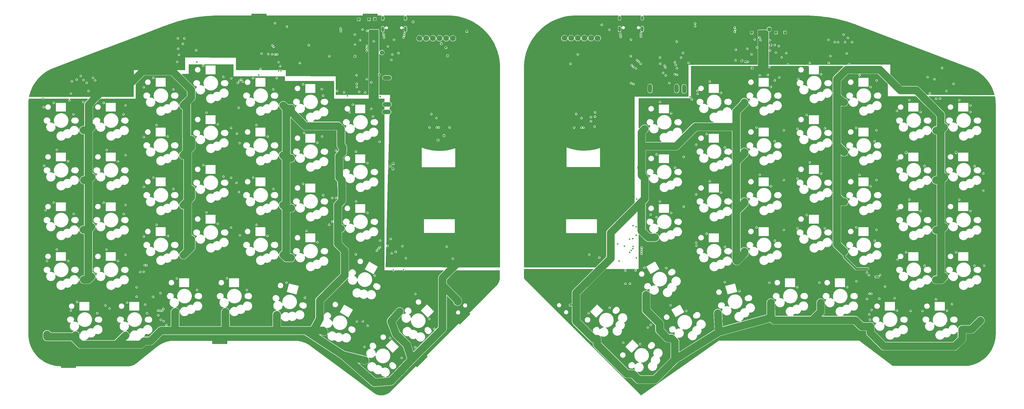
<source format=gbr>
%TF.GenerationSoftware,KiCad,Pcbnew,(6.0.5)*%
%TF.CreationDate,2022-08-12T23:05:57+08:00*%
%TF.ProjectId,ChunkyXiao,4368756e-6b79-4586-9961-6f2e6b696361,rev?*%
%TF.SameCoordinates,Original*%
%TF.FileFunction,Copper,L3,Inr*%
%TF.FilePolarity,Positive*%
%FSLAX46Y46*%
G04 Gerber Fmt 4.6, Leading zero omitted, Abs format (unit mm)*
G04 Created by KiCad (PCBNEW (6.0.5)) date 2022-08-12 23:05:57*
%MOMM*%
%LPD*%
G01*
G04 APERTURE LIST*
%TA.AperFunction,ComponentPad*%
%ADD10O,1.000000X2.100000*%
%TD*%
%TA.AperFunction,ComponentPad*%
%ADD11O,1.000000X1.600000*%
%TD*%
%TA.AperFunction,ComponentPad*%
%ADD12C,1.700000*%
%TD*%
%TA.AperFunction,ComponentPad*%
%ADD13O,3.352800X1.676400*%
%TD*%
%TA.AperFunction,ComponentPad*%
%ADD14R,1.000000X1.000000*%
%TD*%
%TA.AperFunction,ComponentPad*%
%ADD15O,1.676400X3.352800*%
%TD*%
%TA.AperFunction,ComponentPad*%
%ADD16C,2.100000*%
%TD*%
%TA.AperFunction,ComponentPad*%
%ADD17O,2.200000X2.100000*%
%TD*%
%TA.AperFunction,ViaPad*%
%ADD18C,0.800000*%
%TD*%
%TA.AperFunction,ViaPad*%
%ADD19C,0.600000*%
%TD*%
%TA.AperFunction,Conductor*%
%ADD20C,3.000000*%
%TD*%
%TA.AperFunction,Conductor*%
%ADD21C,0.800000*%
%TD*%
%TA.AperFunction,Conductor*%
%ADD22C,0.500000*%
%TD*%
G04 APERTURE END LIST*
D10*
%TO.N,Net-(FB1-Pad1)*%
%TO.C,J2*%
X264868407Y-70629801D03*
D11*
X264868407Y-66449801D03*
X256228407Y-66449801D03*
D10*
X256228407Y-70629801D03*
%TD*%
D12*
%TO.N,LED_5v*%
%TO.C,J5*%
X313430000Y-70750000D03*
%TD*%
D13*
%TO.N,OUT-_R*%
%TO.C,J9*%
X167425000Y-99450000D03*
%TD*%
D12*
%TO.N,LED_5v_r*%
%TO.C,J3*%
X165510000Y-79650000D03*
%TD*%
D13*
%TO.N,OUT+_R*%
%TO.C,J11*%
X167425001Y-89289999D03*
%TD*%
D14*
%TO.N,+5V*%
%TO.C,TP11*%
X319450000Y-71950000D03*
%TD*%
%TO.N,Net-(C21-Pad1)*%
%TO.C,TP9*%
X306700000Y-72000000D03*
%TD*%
%TO.N,+5V_R*%
%TO.C,TP8*%
X162800000Y-66800000D03*
%TD*%
D15*
%TO.N,OUT-*%
%TO.C,J10*%
X278026892Y-93401492D03*
%TD*%
D14*
%TO.N,Net-(D1-Pad5)*%
%TO.C,TP7*%
X160500000Y-66900000D03*
%TD*%
D13*
%TO.N,Net-(IC1-PadB1)*%
%TO.C,J7*%
X167270000Y-102340000D03*
%TD*%
D14*
%TO.N,+3V3*%
%TO.C,TP12*%
X306650000Y-68800000D03*
%TD*%
D15*
%TO.N,Net-(IC2-PadB1)*%
%TO.C,J8*%
X280916889Y-93556492D03*
%TD*%
D11*
%TO.N,Net-(FB2-Pad1)*%
%TO.C,J1*%
X174449571Y-66499808D03*
D10*
X174449571Y-70679808D03*
D11*
X165809571Y-66499808D03*
D10*
X165809571Y-70679808D03*
%TD*%
D14*
%TO.N,Net-(D2-Pad5)*%
%TO.C,TP10*%
X315950000Y-72000000D03*
%TD*%
D15*
%TO.N,OUT+*%
%TO.C,J12*%
X267866891Y-93401492D03*
%TD*%
D14*
%TO.N,Net-(C19-Pad1)*%
%TO.C,TP6*%
X156600000Y-66900000D03*
%TD*%
D16*
%TO.N,+3V3_R*%
%TO.C,J13*%
X195111890Y-74196492D03*
D17*
%TO.N,GND_R*%
X192571890Y-74196492D03*
%TO.N,SCK_R*%
X190041890Y-74186492D03*
%TO.N,MOSI_R*%
X187501890Y-74186492D03*
%TO.N,DC_R*%
X184961890Y-74186492D03*
%TO.N,OLED_CS_R*%
X182421890Y-74186492D03*
%TO.N,RST_R*%
X179881890Y-74186492D03*
%TD*%
D16*
%TO.N,+3V3*%
%TO.C,J14*%
X250416891Y-74133993D03*
D17*
%TO.N,GND*%
X247876891Y-74133993D03*
%TO.N,SCK*%
X245346891Y-74123993D03*
%TO.N,MOSI*%
X242806891Y-74123993D03*
%TO.N,DC*%
X240266891Y-74123993D03*
%TO.N,OLED_CS*%
X237726891Y-74123993D03*
%TO.N,RST*%
X235186891Y-74123993D03*
%TD*%
D18*
%TO.N,*%
X169710000Y-124160000D03*
X169800000Y-122130000D03*
X168760000Y-123050000D03*
%TO.N,GND*%
X384750000Y-117900000D03*
D19*
X278150000Y-85650000D03*
X275940000Y-140970000D03*
D18*
X354150000Y-165500000D03*
D19*
X275690000Y-176350000D03*
X372670000Y-161190000D03*
X304950000Y-78200001D03*
X281650000Y-178540000D03*
X255525000Y-152950000D03*
X327680000Y-103540000D03*
X271630000Y-98530000D03*
X381025000Y-94325000D03*
X257660000Y-190660000D03*
X241686889Y-104736492D03*
X264070000Y-191230000D03*
X383800000Y-91600000D03*
X361200000Y-173630000D03*
X258450000Y-163025000D03*
X308520000Y-108360000D03*
X244440000Y-179360000D03*
X328870000Y-121680000D03*
X352130000Y-130770000D03*
X242486889Y-108336492D03*
X301980000Y-170970000D03*
X244650000Y-156950000D03*
X300550000Y-82550000D03*
X334670000Y-108650000D03*
X324060000Y-169450000D03*
X373875004Y-89024998D03*
X343875000Y-84100000D03*
X332520000Y-167670000D03*
X290660000Y-128820000D03*
X357625000Y-169125000D03*
X300203392Y-71710361D03*
X296460000Y-154020000D03*
X308700000Y-77700000D03*
X296450000Y-115930000D03*
D18*
X354950000Y-165500000D03*
D19*
X390190000Y-140280000D03*
X308540000Y-146570000D03*
X239686889Y-103136492D03*
X289450000Y-148930000D03*
X352075000Y-92825000D03*
X238886889Y-108336492D03*
X270300000Y-142650000D03*
X333200000Y-125990000D03*
X313440000Y-167680000D03*
X314000000Y-92775000D03*
X315520000Y-113530000D03*
X300403393Y-70910360D03*
X347850000Y-88350000D03*
X315500000Y-76725000D03*
X350700000Y-163800000D03*
X371175000Y-102400000D03*
X346610000Y-146540000D03*
X372660000Y-123040000D03*
X365670000Y-156070000D03*
X313625000Y-74900000D03*
X278050000Y-75450000D03*
X241686889Y-108336492D03*
X277361889Y-83361492D03*
X262675000Y-158250000D03*
X256503391Y-72510359D03*
X336100000Y-83600000D03*
D18*
X365650000Y-117900000D03*
D19*
X378600000Y-97225000D03*
X264403392Y-72910358D03*
X264403390Y-72310359D03*
X264403391Y-73510359D03*
X317200000Y-89150000D03*
X333200000Y-87950000D03*
X275920000Y-102830000D03*
X371150000Y-140310000D03*
X350760000Y-173930000D03*
X355430000Y-173840000D03*
X300203390Y-70110358D03*
X335975000Y-74750000D03*
X381250000Y-178400000D03*
X347830000Y-126440000D03*
X320475000Y-84175000D03*
X343120000Y-169400000D03*
X296450000Y-167500000D03*
X314020000Y-130790000D03*
X274040000Y-162080000D03*
X353610000Y-113560000D03*
X248500000Y-158100000D03*
X384720000Y-156070000D03*
X262350000Y-163000000D03*
X260591889Y-74636493D03*
X294980000Y-133220000D03*
X315510000Y-151640000D03*
X277410000Y-123710000D03*
X313650000Y-78900000D03*
X294960000Y-95030000D03*
X334630000Y-146860000D03*
X271686889Y-81536492D03*
X366875000Y-97850000D03*
X277336889Y-87936492D03*
X306650002Y-80300003D03*
X353630000Y-151620000D03*
X249500000Y-69000000D03*
X362160000Y-178390000D03*
X390200000Y-102350000D03*
X391730000Y-123070000D03*
X328875000Y-83525000D03*
X327680000Y-141800000D03*
X342950000Y-80000000D03*
X289510000Y-110820000D03*
X252286889Y-70936492D03*
X309750000Y-126460000D03*
X391710000Y-161160000D03*
X285100000Y-68500000D03*
X309725000Y-88325000D03*
X256703388Y-73710359D03*
X271610000Y-136610000D03*
X346620000Y-108470000D03*
X310075000Y-74875000D03*
X385925000Y-97875000D03*
X312825000Y-88175000D03*
X285530000Y-152390000D03*
X285990000Y-94290000D03*
X283120000Y-96600000D03*
X290640000Y-90740000D03*
X260491888Y-81036490D03*
X256603391Y-73110357D03*
X270410000Y-118620000D03*
X377020000Y-174060000D03*
X377100000Y-97300000D03*
X246686889Y-107936492D03*
X252430000Y-177310000D03*
X366870000Y-135960000D03*
X265730000Y-161960000D03*
X385940000Y-135980000D03*
X305250000Y-83100000D03*
%TO.N,Net-(IC1-PadB1)*%
X164850000Y-96530000D03*
X159680000Y-89790000D03*
%TO.N,SDA_R*%
X155850000Y-91600000D03*
X155850000Y-92800000D03*
%TO.N,SCL_R*%
X151047500Y-94850000D03*
X152340000Y-96180000D03*
%TO.N,OUT+*%
X277661889Y-84386492D03*
%TO.N,Net-(IC2-PadB1)*%
X275250000Y-91300000D03*
X273850000Y-88400000D03*
X272850000Y-87450000D03*
X273700000Y-85350000D03*
%TO.N,SDA*%
X280486889Y-79786492D03*
X279686889Y-81536492D03*
X273350000Y-84650000D03*
X261550000Y-91700000D03*
%TO.N,SCL*%
X260600000Y-91350000D03*
X271750000Y-83900000D03*
%TO.N,OUT-*%
X278186889Y-88161492D03*
%TO.N,LED_5v*%
X379350000Y-85525000D03*
X390224888Y-99856491D03*
%TO.N,MOSI_R*%
X169100000Y-82410000D03*
D18*
X189950000Y-77750000D03*
D19*
X171770000Y-79830000D03*
%TO.N,MISO_R*%
X129180000Y-69730000D03*
X137560000Y-76800000D03*
%TO.N,SCK_R*%
X170750000Y-155890000D03*
X124690000Y-80310000D03*
X145420000Y-81050000D03*
X51560000Y-90140000D03*
X126980000Y-86600000D03*
D18*
X155150000Y-81100000D03*
D19*
X124190000Y-77430000D03*
D18*
X164500000Y-88050000D03*
D19*
X52760000Y-91190000D03*
D18*
X189250000Y-111400000D03*
D19*
X164080000Y-154740000D03*
D18*
X186900000Y-113200000D03*
D19*
%TO.N,MOSI*%
X245286889Y-105936492D03*
X246886889Y-104136492D03*
%TO.N,MISO*%
X317025000Y-77150000D03*
X300625000Y-78525000D03*
%TO.N,SCK*%
X262800000Y-135750000D03*
D18*
X304400000Y-83100000D03*
D19*
X264650000Y-155075000D03*
X261375000Y-145925000D03*
D18*
X306900000Y-85600000D03*
D19*
X245286889Y-104336492D03*
X261325000Y-154700000D03*
D18*
X302900000Y-82800000D03*
D19*
X246886889Y-102536492D03*
D18*
%TO.N,OLED_CS_R*%
X188200000Y-76250000D03*
%TO.N,RST_R*%
X190600000Y-80850000D03*
D19*
%TO.N,DC*%
X240286889Y-80336492D03*
X262900000Y-82500000D03*
X260886889Y-84486492D03*
%TO.N,OLED_CS*%
X261486889Y-85136492D03*
X237486889Y-83936492D03*
X263550000Y-83100000D03*
%TO.N,RST*%
X262486889Y-85736492D03*
X264286889Y-83936492D03*
%TO.N,key_pullup*%
X380108888Y-108176491D03*
D18*
X303908891Y-117701495D03*
X333008890Y-175376495D03*
D19*
X380161198Y-127278802D03*
D18*
X342008891Y-98651494D03*
X313958889Y-175376495D03*
X300800000Y-102200000D03*
X261146775Y-202608476D03*
X303908894Y-155801493D03*
X339200000Y-114200000D03*
X339200000Y-152200000D03*
X394000000Y-182200000D03*
X266367744Y-172301197D03*
X303908892Y-136751493D03*
D19*
X377090000Y-109440000D03*
X352000000Y-184400000D03*
X377130000Y-147610000D03*
D18*
X237400000Y-176300000D03*
X339200000Y-95000000D03*
D19*
X387000000Y-185600000D03*
D18*
X342008890Y-117791110D03*
X303908890Y-98691110D03*
X276046881Y-188953119D03*
X269799889Y-150416493D03*
D19*
X380200000Y-165400000D03*
D18*
X301000000Y-159400000D03*
X293757279Y-179380409D03*
X339200000Y-133200000D03*
D19*
X350950000Y-162400000D03*
D18*
X301000000Y-121200000D03*
D19*
X380176197Y-146343803D03*
X377040000Y-128470000D03*
D18*
X300800000Y-140400000D03*
X265808889Y-108831494D03*
D19*
X377000000Y-166600000D03*
D18*
X342008887Y-155801497D03*
X265808891Y-127881492D03*
X247676391Y-189138093D03*
X342008888Y-136751497D03*
D19*
%TO.N,MATRIX_CS_R*%
X164720000Y-154120000D03*
X125470000Y-80350000D03*
X173280000Y-153740000D03*
X126010000Y-83290000D03*
%TO.N,MATRIX_CS*%
X318125000Y-81500000D03*
X342325000Y-75625000D03*
X319850000Y-79800000D03*
X307800000Y-74650000D03*
X264675000Y-154275000D03*
X262600000Y-149650000D03*
X285100000Y-69550000D03*
X345025000Y-75625000D03*
X261350000Y-153850000D03*
X261300000Y-150850000D03*
X339675000Y-75675000D03*
%TO.N,/Matrix_Latch*%
X341750000Y-72725000D03*
X343425000Y-74025000D03*
X262550000Y-146350000D03*
X260025000Y-151050000D03*
X264625000Y-155900000D03*
X260675000Y-155350000D03*
%TO.N,k00*%
X48920000Y-89990000D03*
X46760000Y-95290000D03*
%TO.N,k55*%
X374725000Y-95225000D03*
X376400000Y-89825000D03*
%TO.N,k08*%
X87980000Y-80470000D03*
X90070000Y-74240000D03*
%TO.N,k63*%
X338425000Y-75600000D03*
X336700000Y-81000000D03*
%TO.N,k19*%
X112380000Y-90760000D03*
X110880000Y-133010000D03*
%TO.N,k18*%
X111120000Y-114270000D03*
X111780000Y-89910000D03*
%TO.N,k17*%
X111120000Y-90480000D03*
X110820000Y-100770000D03*
%TO.N,k16*%
X122100000Y-80200000D03*
X119100000Y-85900000D03*
%TO.N,k71*%
X313400000Y-85175000D03*
X315925000Y-79625000D03*
%TO.N,k79*%
X258075000Y-153800000D03*
X256075000Y-159450000D03*
%TO.N,k32*%
X71820000Y-169490000D03*
X74580000Y-163550000D03*
%TO.N,k86*%
X351575000Y-171950000D03*
X351550000Y-179850000D03*
%TO.N,k85*%
X352400000Y-171950000D03*
X352425000Y-178150000D03*
%TO.N,k39*%
X83160000Y-183950000D03*
X82040000Y-177730000D03*
%TO.N,k38*%
X82130000Y-182440000D03*
X81530000Y-178510000D03*
%TO.N,k37*%
X80760000Y-178460000D03*
X81060000Y-181890000D03*
%TO.N,k36*%
X80010000Y-178410000D03*
X80070000Y-180220000D03*
%TO.N,LED_3v*%
X309700000Y-73900000D03*
X282548410Y-83589800D03*
%TO.N,LED_3v_R*%
X134180000Y-83610000D03*
X159680000Y-77960000D03*
%TO.N,Net-(U13-Pad14)*%
X168820000Y-150970000D03*
X164790000Y-151590000D03*
%TO.N,Net-(U15-Pad14)*%
X260150000Y-156100000D03*
X355725000Y-164800000D03*
X264600000Y-156675000D03*
X351425000Y-164800000D03*
%TO.N,/Matrix_Latch_R*%
X163560000Y-155480000D03*
X126120000Y-86590000D03*
X89490000Y-76290000D03*
X123630000Y-76860000D03*
X55140000Y-89280000D03*
X123580000Y-80290000D03*
X169180000Y-156480000D03*
X87680000Y-78170000D03*
X50488993Y-88598993D03*
%TO.N,Net-(D1-Pad5)*%
X162400000Y-75300000D03*
D18*
%TO.N,Net-(D2-Pad5)*%
X314000000Y-76800000D03*
D19*
%TO.N,Net-(C19-Pad1)*%
X158050000Y-70800000D03*
%TO.N,+3V3*%
X313600000Y-77950000D03*
X280486889Y-76936492D03*
D18*
X242500000Y-106450000D03*
D19*
X243800000Y-158900000D03*
D18*
X380450000Y-85450000D03*
D19*
X336000000Y-73775000D03*
X242750000Y-158900000D03*
X279050000Y-75430000D03*
X275800000Y-82750000D03*
X280436889Y-82836492D03*
D18*
X300686889Y-74336492D03*
D19*
X274950000Y-83600000D03*
X249486889Y-70936492D03*
X275186889Y-87936492D03*
X250650000Y-152000000D03*
D18*
X300686889Y-73536492D03*
X300686889Y-72736492D03*
D19*
X373825000Y-88050000D03*
X245700000Y-159100000D03*
D18*
%TO.N,+3V3_R*%
X195150000Y-70200000D03*
D19*
X190850000Y-158550000D03*
D18*
X174690000Y-123120000D03*
D19*
X167680000Y-152670000D03*
X89710000Y-157150000D03*
X153260000Y-88350000D03*
X51610000Y-166550000D03*
X159049995Y-197410005D03*
X143349986Y-186410014D03*
X130849196Y-139210804D03*
X149825889Y-146931493D03*
X151240744Y-164978197D03*
X54575887Y-165326494D03*
X127810000Y-157050000D03*
X127810000Y-99850000D03*
X92675889Y-131983492D03*
X188350000Y-159050000D03*
X127710000Y-118950000D03*
D18*
X173910000Y-122160000D03*
D19*
X141715745Y-181475982D03*
D18*
X150300000Y-73550000D03*
D19*
X89610000Y-118950000D03*
X54633507Y-127226493D03*
X149825888Y-127881495D03*
X46330000Y-88870000D03*
X92675891Y-93883490D03*
X130775886Y-158187497D03*
X86607698Y-178852302D03*
X127710000Y-138050000D03*
X130775888Y-101037495D03*
X159600000Y-90650000D03*
D18*
X150300000Y-74400000D03*
D19*
X125332507Y-179966684D03*
X105710000Y-178850000D03*
X172273289Y-178763996D03*
D18*
X173770000Y-124120000D03*
D19*
X87570000Y-73210000D03*
X51510000Y-147450000D03*
X194400000Y-174950000D03*
X54629698Y-108230302D03*
X187190000Y-106520000D03*
X54575889Y-146276495D03*
X119570000Y-79010000D03*
X59900000Y-89290000D03*
X158802905Y-192234380D03*
X189450000Y-159050000D03*
X48457698Y-187802302D03*
X155940000Y-93650000D03*
X37625889Y-187526494D03*
X67566890Y-187861494D03*
X92726506Y-112933494D03*
X51710000Y-128450000D03*
X149825888Y-108831491D03*
D18*
X150350000Y-72700000D03*
D19*
X154170000Y-94860000D03*
X51510000Y-109350000D03*
X130775888Y-120087495D03*
X92675888Y-151033491D03*
X89710000Y-99850000D03*
X89710000Y-138050000D03*
X149090000Y-94870000D03*
%TO.N,Net-(SW50-Pad2)*%
X324470000Y-89810000D03*
X315525000Y-90275000D03*
%TO.N,Net-(SW51-Pad4)*%
X318970000Y-109350000D03*
X324130000Y-108790000D03*
%TO.N,Net-(SW41-Pad4)*%
X285460000Y-114900000D03*
X280718508Y-119561492D03*
%TO.N,Net-(SW60-Pad2)*%
X362175000Y-101950000D03*
X354375000Y-90325000D03*
%TO.N,Net-(SW42-Pad4)*%
X285550000Y-153540000D03*
X268100000Y-141650000D03*
%TO.N,Net-(SW53-Pad4)*%
X318970000Y-147450000D03*
X324130000Y-146890000D03*
%TO.N,Net-(SW63-Pad4)*%
X354330000Y-147480000D03*
X362390000Y-158820000D03*
%TO.N,Net-(SW40-Pad2)*%
X286040000Y-95460000D03*
X283860000Y-97560000D03*
%TO.N,Net-(SW42-Pad2)*%
X280718508Y-138611492D03*
X285460000Y-133950000D03*
%TO.N,Net-(SW52-Pad2)*%
X324130000Y-127840000D03*
X318970000Y-128400000D03*
%TO.N,Net-(SW61-Pad4)*%
X362390000Y-120720000D03*
X354330000Y-109380000D03*
%TO.N,Net-(SW62-Pad2)*%
X354330000Y-128430000D03*
X362390000Y-139770000D03*
%TO.N,Net-(SW71-Pad4)*%
X395110000Y-125910000D03*
X395110000Y-132480000D03*
%TO.N,Net-(SW39-Pad2)*%
X268130000Y-183880000D03*
X267040000Y-184880000D03*
%TO.N,Net-(SW64-Pad2)*%
X371870000Y-178520000D03*
X367330000Y-178520000D03*
%TO.N,LED_5v_r*%
X124700000Y-68400000D03*
X155200000Y-76500000D03*
X36300000Y-100500000D03*
X36100000Y-97100000D03*
%TO.N,Net-(SW38-Pad4)*%
X260160000Y-168100000D03*
X258500000Y-168090000D03*
%TO.N,Net-(SW59-Pad2)*%
X351810000Y-181860000D03*
X346700000Y-167190000D03*
%TO.N,Net-(SW69-Pad2)*%
X383130000Y-175930000D03*
X395420000Y-161200000D03*
%TO.N,Net-(SW10-Pad2)*%
X37600000Y-159400000D03*
X46700000Y-178400000D03*
%TO.N,Net-(SW11-Pad2)*%
X67590000Y-99860000D03*
X74570000Y-92910000D03*
%TO.N,Net-(SW15-Pad4)*%
X75100000Y-176100000D03*
X80900000Y-171700000D03*
%TO.N,Net-(SW17-Pad2)*%
X107880000Y-108490000D03*
X110150000Y-110680000D03*
%TO.N,Net-(SW18-Pad4)*%
X107880000Y-127540000D03*
X109940000Y-129490000D03*
%TO.N,Net-(SW19-Pad2)*%
X107880000Y-146590000D03*
X111260000Y-149580000D03*
%TO.N,Net-(SW26-Pad4)*%
X142570000Y-93620000D03*
X153060000Y-102440000D03*
%TO.N,Net-(SW35-Pad4)*%
X158200000Y-182500000D03*
X160000000Y-184200000D03*
%TO.N,Net-(SW27-Pad2)*%
X142630000Y-111740000D03*
X147970000Y-117170000D03*
%TO.N,+5V*%
X332480000Y-166680000D03*
X352630000Y-113550000D03*
X383520000Y-135950000D03*
X390740000Y-123090000D03*
X359540000Y-172890000D03*
X288270000Y-128860000D03*
X251790000Y-178960000D03*
X345420000Y-126400000D03*
X383525000Y-97850000D03*
X333700000Y-146900000D03*
X272920000Y-163480000D03*
D18*
X324400000Y-87450000D03*
D19*
X255940000Y-192320000D03*
X307300000Y-88350000D03*
D18*
X312033498Y-77626135D03*
D19*
X314570000Y-113520000D03*
X294270000Y-168080000D03*
X326450000Y-85150000D03*
X307300000Y-126410000D03*
X295460000Y-115910000D03*
X345350000Y-88375000D03*
X390740000Y-161230000D03*
X310400000Y-71800000D03*
X269200000Y-136570000D03*
X269210000Y-98510000D03*
X374390000Y-174040000D03*
X295490000Y-154020000D03*
D18*
X311950000Y-76850000D03*
X311133498Y-76826135D03*
D19*
X314530000Y-151660000D03*
X313470000Y-166700000D03*
X289010000Y-90020000D03*
X333690000Y-108660000D03*
X273630000Y-177610000D03*
X371680000Y-161130000D03*
X326490000Y-121660000D03*
X364460000Y-135980000D03*
X364500000Y-97850000D03*
X310400000Y-71300000D03*
X276460000Y-123720000D03*
X352630000Y-151620000D03*
X371710000Y-123080000D03*
%TO.N,GND_R*%
X59240000Y-98890000D03*
X45630000Y-121240000D03*
X184400000Y-103200000D03*
X53460000Y-94330000D03*
X166303391Y-73910358D03*
X149803390Y-71510360D03*
X155630000Y-117530000D03*
X98500000Y-140800000D03*
X121800000Y-149800000D03*
X73200000Y-163600000D03*
X129100000Y-167700000D03*
X124060000Y-131820000D03*
X85830000Y-93720000D03*
X159950000Y-121910000D03*
X155900000Y-182500000D03*
X155123824Y-72710551D03*
X121870000Y-111760000D03*
X87580000Y-74180000D03*
X104970000Y-88950000D03*
X148370000Y-94330000D03*
X125310000Y-89410000D03*
X123970000Y-93720000D03*
X149703389Y-70310357D03*
X169450000Y-80400000D03*
X183600000Y-181600000D03*
X159823820Y-71310551D03*
X170091887Y-74736494D03*
X136690000Y-147870000D03*
X45700000Y-159400000D03*
X83720000Y-111760000D03*
X161450000Y-91050000D03*
X191350000Y-108300000D03*
X117500000Y-145500000D03*
X140880000Y-114150000D03*
X174610000Y-158320000D03*
X149803390Y-70910358D03*
X94900000Y-170500000D03*
X97310000Y-122680000D03*
X159100000Y-94900000D03*
X159960000Y-140970000D03*
X68200000Y-175300000D03*
X166203394Y-73210360D03*
X40160000Y-137050000D03*
X162800000Y-165000000D03*
X155640000Y-136630000D03*
X156800000Y-94600000D03*
X51410000Y-98550000D03*
X66780000Y-103250000D03*
X87300000Y-83180000D03*
X136100000Y-173500000D03*
X60410000Y-116920000D03*
X173703390Y-73810358D03*
X79400000Y-145500000D03*
D18*
X177350000Y-67900000D03*
D19*
X116350000Y-127500000D03*
X113900000Y-170500000D03*
X143070000Y-96130000D03*
X55980000Y-90250000D03*
X118500000Y-88200000D03*
X46180000Y-97950000D03*
X174003389Y-72410358D03*
X173800000Y-162800000D03*
X47830000Y-141350000D03*
X41300000Y-155000000D03*
X85830000Y-131820000D03*
X135810000Y-110350000D03*
X66900000Y-141390000D03*
X157123824Y-74910554D03*
X143090000Y-134210000D03*
X186450000Y-108300000D03*
X78240000Y-89320000D03*
X74880000Y-161030000D03*
X87200000Y-166100000D03*
X166103388Y-72510357D03*
X71850000Y-173080000D03*
X47090000Y-90600000D03*
X192550000Y-158550000D03*
X41340000Y-116890000D03*
X56800000Y-179400000D03*
X126630000Y-84800000D03*
X154410000Y-99520000D03*
X162050000Y-104090000D03*
X178300000Y-172000000D03*
X119540000Y-80040000D03*
X64710000Y-121280000D03*
X102800000Y-145100000D03*
X155760000Y-88310000D03*
X79430000Y-107370000D03*
X78120000Y-173140000D03*
X140880000Y-152210000D03*
X168600000Y-188900000D03*
X60300000Y-155000000D03*
X40180000Y-98890000D03*
X167640000Y-153610000D03*
X59230000Y-137060000D03*
X186300000Y-104700000D03*
X94820000Y-83240000D03*
X183650000Y-108300000D03*
X169900000Y-162900000D03*
X159710000Y-78960000D03*
X97280000Y-84610000D03*
X49100000Y-175100000D03*
D18*
X197900000Y-71500000D03*
D19*
X174003391Y-73110356D03*
X173000000Y-196500000D03*
X135400000Y-129900000D03*
X106300000Y-166000000D03*
X83800000Y-149800000D03*
X75800000Y-179400000D03*
X102800000Y-106980000D03*
X135390000Y-91780000D03*
X187200000Y-108300000D03*
X64700000Y-159300000D03*
X104990000Y-127070000D03*
X47700000Y-103250000D03*
X155500000Y-156900000D03*
X167760000Y-77250000D03*
X116320000Y-89400000D03*
X94570000Y-78760000D03*
X159660000Y-77030000D03*
X190190000Y-153920000D03*
X98480000Y-102610000D03*
X78250000Y-127490000D03*
X117540000Y-107370000D03*
X75610000Y-161040000D03*
%TO.N,+5V_R*%
X171300000Y-197200000D03*
X141360000Y-134970000D03*
X77100000Y-145400000D03*
X65180000Y-142140000D03*
X161723823Y-71310553D03*
X162523823Y-72010553D03*
X55100000Y-180200000D03*
X39000000Y-155000000D03*
X153280000Y-117530000D03*
X134190000Y-109770000D03*
X162423819Y-72710550D03*
X115200000Y-145500000D03*
X134190000Y-147900000D03*
X84260000Y-132590000D03*
X122350000Y-94490000D03*
X93200000Y-171200000D03*
X65230000Y-104020000D03*
X153270000Y-136580000D03*
X74200000Y-180100000D03*
X162323822Y-71410552D03*
X58100000Y-155000000D03*
X161123821Y-71310549D03*
X103320000Y-89710000D03*
X46170000Y-142100000D03*
X179000000Y-173700000D03*
X160450000Y-104670000D03*
X134400000Y-174300000D03*
X84230000Y-94480000D03*
X122360000Y-132590000D03*
X77040000Y-107420000D03*
X96200000Y-140700000D03*
X141410000Y-96860000D03*
X103310000Y-127820000D03*
X46190000Y-103990000D03*
X112300000Y-171200000D03*
X156200000Y-158600000D03*
X96110000Y-102640000D03*
X154500000Y-183400000D03*
X38940000Y-116950000D03*
X115150000Y-107410000D03*
X57980000Y-116940000D03*
%TO.N,Net-(SW2-Pad4)*%
X36470000Y-122940000D03*
X37030000Y-139980000D03*
%TO.N,Net-(SW12-Pad4)*%
X67590000Y-118910000D03*
X74570000Y-111960000D03*
%TO.N,Net-(SW13-Pad2)*%
X67590000Y-137960000D03*
X74570000Y-131010000D03*
%TO.N,Net-(SW14-Pad4)*%
X74570000Y-150060000D03*
X67590000Y-157010000D03*
%TO.N,Net-(SW10-Pad4)*%
X59900000Y-176500000D03*
X61500000Y-177600000D03*
%TO.N,Net-(SW16-Pad4)*%
X110450000Y-91260000D03*
X107980000Y-89450000D03*
%TO.N,Net-(SW28-Pad4)*%
X147960000Y-135250000D03*
X146510000Y-135290000D03*
%TO.N,Net-(SW29-Pad2)*%
X146510000Y-144350000D03*
X145310000Y-145550000D03*
%TO.N,Net-(SW31-Pad4)*%
X164570000Y-113740000D03*
X161420000Y-101150000D03*
%TO.N,Net-(SW36-Pad2)*%
X185500000Y-185400000D03*
X178200000Y-192400000D03*
%TD*%
D20*
%TO.N,key_pullup*%
X264600000Y-123600000D02*
X264480000Y-123720000D01*
X357150000Y-192050000D02*
X384150000Y-192050000D01*
X303908892Y-136751493D02*
X303908892Y-137291108D01*
X341151497Y-136751497D02*
X342008888Y-136751497D01*
X277350000Y-197150000D02*
X294100000Y-186600000D01*
X387000000Y-185600000D02*
X390600000Y-185600000D01*
X276046881Y-188953119D02*
X274553119Y-188953119D01*
X303908890Y-98691110D02*
X303908890Y-99091110D01*
X329750000Y-182100000D02*
X333008890Y-178841110D01*
D21*
X342008887Y-157858887D02*
X342008887Y-155801497D01*
D20*
X339200000Y-96400000D02*
X339200000Y-152200000D01*
X258958476Y-202608476D02*
X261146775Y-202608476D01*
X264550000Y-136850000D02*
X264550000Y-147800000D01*
X387000000Y-189200000D02*
X387000000Y-185600000D01*
X300800000Y-107300000D02*
X300800000Y-140400000D01*
X314000000Y-180950000D02*
X313958889Y-175376495D01*
X300050000Y-108050000D02*
X300800000Y-107300000D01*
X265808891Y-127881492D02*
X265808891Y-135591109D01*
X264550000Y-147800000D02*
X267166493Y-150416493D01*
X265808891Y-135591109D02*
X264550000Y-136850000D01*
X274553119Y-188953119D02*
X271525000Y-185925000D01*
X264600000Y-123600000D02*
X264600000Y-122600000D01*
X384150000Y-192050000D02*
X387000000Y-189200000D01*
X377040000Y-128470000D02*
X378970000Y-128470000D01*
X239650000Y-182500000D02*
X239650000Y-175150000D01*
X314000000Y-180950000D02*
X315150000Y-182100000D01*
X378845379Y-103445379D02*
X378845379Y-109440000D01*
X265808891Y-127881492D02*
X265808891Y-127808891D01*
X339200000Y-114982220D02*
X342008890Y-117791110D01*
X269700000Y-204800000D02*
X277350000Y-197150000D01*
X378970000Y-128470000D02*
X380161198Y-127278802D01*
X348600000Y-184500000D02*
X351900000Y-184500000D01*
X239650000Y-175150000D02*
X239650000Y-171550000D01*
X300800000Y-102200000D02*
X300800000Y-107300000D01*
X294100000Y-186600000D02*
X312500000Y-181550000D01*
X378845379Y-109440000D02*
X380108888Y-108176491D01*
X264600000Y-115500000D02*
X277700000Y-115500000D01*
X265808891Y-127808891D02*
X264600000Y-126600000D01*
X339200000Y-89800000D02*
X342800000Y-86200000D01*
X378910000Y-128410000D02*
X378910000Y-147610000D01*
X351900000Y-184500000D02*
X352000000Y-184400000D01*
X346200000Y-182100000D02*
X348600000Y-184500000D01*
X352000000Y-186900000D02*
X357150000Y-192050000D01*
X252800000Y-158400000D02*
X252800000Y-148600000D01*
X303908891Y-117701495D02*
X303908891Y-118291109D01*
X377130000Y-147610000D02*
X378910000Y-147610000D01*
X378845379Y-128345379D02*
X378970000Y-128470000D01*
X303908890Y-99091110D02*
X300800000Y-102200000D01*
X315150000Y-182100000D02*
X329750000Y-182100000D01*
X300800000Y-159200000D02*
X301000000Y-159400000D01*
X390600000Y-185600000D02*
X394000000Y-182200000D01*
D22*
X238500000Y-176300000D02*
X239650000Y-175150000D01*
D20*
X277350000Y-190256238D02*
X276046881Y-188953119D01*
X303908894Y-156491106D02*
X301000000Y-159400000D01*
X263500000Y-204800000D02*
X269700000Y-204800000D01*
X285150000Y-108050000D02*
X300050000Y-108050000D01*
X355500000Y-86200000D02*
X363400000Y-94100000D01*
X264600000Y-126600000D02*
X264600000Y-124600000D01*
X246288093Y-189138093D02*
X239650000Y-182500000D01*
X247676391Y-189138093D02*
X247676391Y-191326391D01*
X294100000Y-186600000D02*
X293757279Y-179380409D01*
X339200000Y-152992610D02*
X342008887Y-155801497D01*
X339200000Y-96400000D02*
X339200000Y-89800000D01*
X264600000Y-115500000D02*
X264600000Y-110040383D01*
X329750000Y-182100000D02*
X346200000Y-182100000D01*
X266367744Y-172301197D02*
X266367744Y-178267744D01*
X339200000Y-152200000D02*
X339200000Y-152992610D01*
D21*
X346550000Y-162400000D02*
X342008887Y-157858887D01*
D20*
X378910000Y-147610000D02*
X380176197Y-146343803D01*
X378910000Y-147610000D02*
X378910000Y-166510000D01*
X303908891Y-118291109D02*
X301000000Y-121200000D01*
X333008890Y-178841110D02*
X333008890Y-175376495D01*
X277350000Y-197150000D02*
X277350000Y-190256238D01*
X339200000Y-96400000D02*
X341451494Y-98651494D01*
D22*
X237400000Y-176300000D02*
X238500000Y-176300000D01*
D20*
X378910000Y-166510000D02*
X379000000Y-166600000D01*
X339200000Y-134800000D02*
X341151497Y-136751497D01*
X247676391Y-191326391D02*
X258958476Y-202608476D01*
X378845379Y-109440000D02*
X378845379Y-128345379D01*
X379000000Y-166600000D02*
X380200000Y-165400000D01*
X303908894Y-155801493D02*
X303908894Y-156491106D01*
X261146775Y-202608476D02*
X261308476Y-202608476D01*
X252800000Y-148600000D02*
X264550000Y-136850000D01*
X264600000Y-122600000D02*
X264600000Y-115500000D01*
X239650000Y-171550000D02*
X252800000Y-158400000D01*
X271525000Y-185925000D02*
X271525000Y-183425000D01*
X247676391Y-189138093D02*
X246288093Y-189138093D01*
X266367744Y-178267744D02*
X271525000Y-183425000D01*
X341451494Y-98651494D02*
X342008891Y-98651494D01*
X339200000Y-133200000D02*
X339200000Y-134800000D01*
X277700000Y-115500000D02*
X285150000Y-108050000D01*
X339200000Y-114200000D02*
X339200000Y-114982220D01*
X300800000Y-140400000D02*
X300800000Y-159200000D01*
X261308476Y-202608476D02*
X263500000Y-204800000D01*
X264600000Y-124600000D02*
X264600000Y-123600000D01*
X352000000Y-184400000D02*
X352000000Y-186900000D01*
D21*
X350950000Y-162400000D02*
X346550000Y-162400000D01*
D20*
X303908892Y-137291108D02*
X300800000Y-140400000D01*
X312500000Y-181550000D02*
X314000000Y-180950000D01*
X363400000Y-94100000D02*
X369500000Y-94100000D01*
X339200000Y-95000000D02*
X339200000Y-96400000D01*
X342800000Y-86200000D02*
X355500000Y-86200000D01*
X378845379Y-128345379D02*
X378910000Y-128410000D01*
X377000000Y-166600000D02*
X379000000Y-166600000D01*
X267166493Y-150416493D02*
X269799889Y-150416493D01*
X369500000Y-94100000D02*
X378845379Y-103445379D01*
X264600000Y-110040383D02*
X265808889Y-108831494D01*
X377090000Y-109440000D02*
X378845379Y-109440000D01*
%TO.N,+3V3_R*%
X176810000Y-197150000D02*
X174910000Y-191350000D01*
X74150000Y-86750000D02*
X85542401Y-86750000D01*
X53410000Y-128450000D02*
X53410000Y-109450000D01*
X51610000Y-166550000D02*
X53352381Y-166550000D01*
X149825889Y-146931493D02*
X149391493Y-146931493D01*
X127710000Y-138050000D02*
X128870804Y-139210804D01*
X150510000Y-115850000D02*
X149825888Y-115165888D01*
X91110000Y-98450000D02*
X92675891Y-96884109D01*
X50410000Y-191350000D02*
X64078384Y-191350000D01*
X136310000Y-186050000D02*
X150510000Y-195350000D01*
X86607698Y-178852302D02*
X86510000Y-178950000D01*
X128870804Y-158110804D02*
X128947497Y-158187497D01*
X53352381Y-166550000D02*
X54575887Y-165326494D01*
X151240744Y-155480744D02*
X148610000Y-152850000D01*
X127810000Y-99850000D02*
X128997495Y-101037495D01*
X148744397Y-107750000D02*
X149825888Y-108831491D01*
X92675889Y-135084111D02*
X92675889Y-131983492D01*
X91310000Y-136450000D02*
X91310000Y-118050000D01*
X194400000Y-174950000D02*
X194400000Y-174500000D01*
X168910000Y-205450000D02*
X176810000Y-197150000D01*
X37625889Y-187526494D02*
X37625889Y-188425889D01*
X81110000Y-186050000D02*
X86510000Y-186050000D01*
X64078384Y-191350000D02*
X73310000Y-191350000D01*
X89610000Y-118950000D02*
X90910000Y-117650000D01*
X58440000Y-94560000D02*
X66340000Y-94560000D01*
X150110000Y-128450000D02*
X149110000Y-127450000D01*
X128997495Y-101037495D02*
X128997495Y-119937495D01*
X85542401Y-86750000D02*
X92675891Y-93883490D01*
X48457698Y-187802302D02*
X48457698Y-189397698D01*
X91310000Y-136450000D02*
X92675889Y-135084111D01*
X162610000Y-205950000D02*
X168910000Y-205450000D01*
X150110000Y-130850000D02*
X150110000Y-128450000D01*
X125332507Y-179966684D02*
X125332507Y-185572507D01*
X176810000Y-197090000D02*
X188600000Y-185300000D01*
X91310000Y-155550000D02*
X92675888Y-154184112D01*
X51510000Y-147450000D02*
X53402384Y-147450000D01*
X176810000Y-197150000D02*
X176810000Y-197090000D01*
X194400000Y-174500000D02*
X188600000Y-168700000D01*
X128870804Y-139210804D02*
X130849196Y-139210804D01*
X148610000Y-137950000D02*
X150210000Y-136350000D01*
X149110000Y-127450000D02*
X149110000Y-119250000D01*
X128870804Y-120064186D02*
X128870804Y-139210804D01*
X150510000Y-195350000D02*
X162610000Y-205950000D01*
X90910000Y-98650000D02*
X91110000Y-98450000D01*
X125810000Y-186050000D02*
X136310000Y-186050000D01*
X105710000Y-178850000D02*
X105710000Y-186050000D01*
X169010000Y-182450000D02*
X172273289Y-178763996D01*
X125332507Y-185572507D02*
X125810000Y-186050000D01*
X136310000Y-186050000D02*
X139310000Y-186050000D01*
X86510000Y-186050000D02*
X105710000Y-186050000D01*
X73310000Y-191350000D02*
X74610000Y-190050000D01*
X188600000Y-185300000D02*
X188600000Y-168700000D01*
X174910000Y-191350000D02*
X170910000Y-187450000D01*
X48457698Y-189397698D02*
X50410000Y-191350000D01*
X66340000Y-94560000D02*
X74150000Y-86750000D01*
X91310000Y-118050000D02*
X90910000Y-117650000D01*
X141715745Y-174503196D02*
X151240744Y-164978197D01*
X128997495Y-119937495D02*
X128870804Y-120064186D01*
X128870804Y-139210804D02*
X128870804Y-158110804D01*
X128847495Y-120087495D02*
X130775888Y-120087495D01*
X47834111Y-188425889D02*
X48457698Y-187802302D01*
X130775888Y-101037495D02*
X130775888Y-102315888D01*
X89710000Y-99850000D02*
X91110000Y-98450000D01*
X90910000Y-117650000D02*
X90910000Y-98650000D01*
X128997495Y-119937495D02*
X128847495Y-120087495D01*
X89710000Y-138050000D02*
X92675889Y-135084111D01*
X128997495Y-101037495D02*
X130775888Y-101037495D01*
X149825888Y-115165888D02*
X149825888Y-108831491D01*
X53402384Y-147450000D02*
X53410000Y-147442384D01*
X53402384Y-166499997D02*
X53402384Y-147450000D01*
X188600000Y-165900000D02*
X195000000Y-159500000D01*
X142989972Y-186050000D02*
X143349986Y-186410014D01*
X148610000Y-152850000D02*
X148610000Y-146150000D01*
X92675891Y-96884109D02*
X92675891Y-93883490D01*
X53410000Y-128450000D02*
X54633507Y-127226493D01*
X53410000Y-147442384D02*
X53410000Y-128450000D01*
X86510000Y-178950000D02*
X86510000Y-186050000D01*
X139310000Y-186050000D02*
X142989972Y-186050000D01*
X139310000Y-186050000D02*
X141715745Y-181475982D01*
X136210000Y-107750000D02*
X148744397Y-107750000D01*
X64078384Y-191350000D02*
X67566890Y-187861494D01*
X105710000Y-186050000D02*
X125810000Y-186050000D01*
X89710000Y-157150000D02*
X91310000Y-155550000D01*
X53510000Y-99550000D02*
X55100000Y-97960000D01*
X127810000Y-157050000D02*
X128947497Y-158187497D01*
X188600000Y-168700000D02*
X188600000Y-165900000D01*
X151240744Y-164978197D02*
X151240744Y-155480744D01*
X53352381Y-166550000D02*
X53402384Y-166499997D01*
X141715745Y-181475982D02*
X141715745Y-174503196D01*
X55100000Y-97960000D02*
X55100000Y-97900000D01*
X92675888Y-154184112D02*
X92675888Y-151033491D01*
X170910000Y-187450000D02*
X169010000Y-182450000D01*
X149391493Y-146931493D02*
X148610000Y-146150000D01*
X92726506Y-115833494D02*
X92726506Y-112933494D01*
X37625889Y-188425889D02*
X47834111Y-188425889D01*
X130775888Y-102315888D02*
X136210000Y-107750000D01*
X53410000Y-109450000D02*
X53510000Y-109350000D01*
X53402384Y-147450000D02*
X54575889Y-146276495D01*
X55100000Y-97900000D02*
X58440000Y-94560000D01*
X51510000Y-109350000D02*
X53510000Y-109350000D01*
X53510000Y-109350000D02*
X54629698Y-108230302D01*
X91310000Y-155550000D02*
X91310000Y-136450000D01*
X77110000Y-190050000D02*
X81110000Y-186050000D01*
X150510000Y-195350000D02*
X159049995Y-197410005D01*
X150210000Y-136350000D02*
X150210000Y-130950000D01*
X149110000Y-119250000D02*
X150510000Y-117850000D01*
X148610000Y-146150000D02*
X148610000Y-137950000D01*
X53510000Y-109350000D02*
X53510000Y-99550000D01*
X150210000Y-130950000D02*
X150110000Y-130850000D01*
X90910000Y-117650000D02*
X92726506Y-115833494D01*
X74610000Y-190050000D02*
X77110000Y-190050000D01*
X128947497Y-158187497D02*
X130775886Y-158187497D01*
X127710000Y-118950000D02*
X128847495Y-120087495D01*
X51710000Y-128450000D02*
X53410000Y-128450000D01*
X150510000Y-117850000D02*
X150510000Y-115850000D01*
%TD*%
%TA.AperFunction,Conductor*%
%TO.N,+5V_R*%
G36*
X96909424Y-84160002D02*
G01*
X96955917Y-84213658D01*
X96966021Y-84283932D01*
X96935745Y-84349407D01*
X96916485Y-84371215D01*
X96864077Y-84482840D01*
X96862697Y-84491705D01*
X96862696Y-84491707D01*
X96846819Y-84593679D01*
X96845105Y-84604686D01*
X96846269Y-84613587D01*
X96846269Y-84613591D01*
X96854398Y-84675749D01*
X96861095Y-84726960D01*
X96910759Y-84839832D01*
X96990107Y-84934228D01*
X97092759Y-85002559D01*
X97210463Y-85039332D01*
X97219433Y-85039496D01*
X97219437Y-85039497D01*
X97275133Y-85040517D01*
X97333758Y-85041592D01*
X97393244Y-85025374D01*
X97444067Y-85011518D01*
X97444068Y-85011518D01*
X97452730Y-85009156D01*
X97460382Y-85004458D01*
X97550165Y-84949332D01*
X97550168Y-84949329D01*
X97557817Y-84944633D01*
X97567236Y-84934228D01*
X97634543Y-84859868D01*
X97634544Y-84859866D01*
X97640571Y-84853208D01*
X97668925Y-84794686D01*
X97690424Y-84750311D01*
X97690424Y-84750310D01*
X97694338Y-84742232D01*
X97712310Y-84635406D01*
X97713990Y-84625423D01*
X97713990Y-84625422D01*
X97714797Y-84620626D01*
X97714927Y-84610000D01*
X97713675Y-84601254D01*
X97698718Y-84496817D01*
X97698717Y-84496815D01*
X97697445Y-84487930D01*
X97659822Y-84405183D01*
X97650122Y-84383848D01*
X97650120Y-84383845D01*
X97646405Y-84375674D01*
X97622773Y-84348247D01*
X97593459Y-84283586D01*
X97603758Y-84213340D01*
X97650399Y-84159814D01*
X97718226Y-84140000D01*
X108664000Y-84140000D01*
X108732121Y-84160002D01*
X108778614Y-84213658D01*
X108790000Y-84266000D01*
X108790000Y-88710000D01*
X128374000Y-88710000D01*
X128442121Y-88730002D01*
X128488614Y-88783658D01*
X128500000Y-88836000D01*
X128500000Y-90540000D01*
X147094000Y-90540000D01*
X147162121Y-90560002D01*
X147208614Y-90613658D01*
X147220000Y-90666000D01*
X147220000Y-97330000D01*
X166384000Y-97330000D01*
X166452121Y-97350002D01*
X166498614Y-97403658D01*
X166510000Y-97456000D01*
X166510000Y-98370255D01*
X166489998Y-98438376D01*
X166436342Y-98484869D01*
X166403513Y-98493770D01*
X166403614Y-98494262D01*
X166397358Y-98495546D01*
X166391011Y-98496191D01*
X166272684Y-98533273D01*
X166209311Y-98553133D01*
X166209310Y-98553134D01*
X166203220Y-98555042D01*
X166197638Y-98558136D01*
X166197636Y-98558137D01*
X166079200Y-98623787D01*
X166031098Y-98650450D01*
X165881677Y-98778520D01*
X165824210Y-98852606D01*
X165764971Y-98928976D01*
X165764969Y-98928979D01*
X165761059Y-98934020D01*
X165758241Y-98939746D01*
X165758239Y-98939750D01*
X165693482Y-99071354D01*
X165674172Y-99110597D01*
X165624566Y-99301038D01*
X165621173Y-99365779D01*
X165614763Y-99488089D01*
X165614266Y-99497565D01*
X165643694Y-99692148D01*
X165711648Y-99876840D01*
X165715006Y-99882256D01*
X165715008Y-99882260D01*
X165811988Y-100038673D01*
X165811991Y-100038677D01*
X165815351Y-100044096D01*
X165845025Y-100075475D01*
X165939628Y-100175515D01*
X165950567Y-100187083D01*
X165955797Y-100190745D01*
X165955798Y-100190746D01*
X166104651Y-100294974D01*
X166111773Y-100299961D01*
X166220183Y-100346874D01*
X166286523Y-100375582D01*
X166286525Y-100375583D01*
X166292384Y-100378118D01*
X166298634Y-100379424D01*
X166298635Y-100379424D01*
X166409767Y-100402641D01*
X166472358Y-100436151D01*
X166506895Y-100498180D01*
X166510000Y-100525978D01*
X166510000Y-101245300D01*
X166489998Y-101313421D01*
X166436342Y-101359914D01*
X166388942Y-101370225D01*
X166388988Y-101371139D01*
X166385810Y-101371300D01*
X166382614Y-101371300D01*
X166356436Y-101373959D01*
X166242357Y-101385546D01*
X166242353Y-101385547D01*
X166236011Y-101386191D01*
X166131849Y-101418834D01*
X166054311Y-101443133D01*
X166054310Y-101443134D01*
X166048220Y-101445042D01*
X166042638Y-101448136D01*
X166042636Y-101448137D01*
X165940308Y-101504858D01*
X165876098Y-101540450D01*
X165726677Y-101668520D01*
X165692956Y-101711993D01*
X165609971Y-101818976D01*
X165609969Y-101818979D01*
X165606059Y-101824020D01*
X165603241Y-101829746D01*
X165603239Y-101829750D01*
X165529802Y-101978994D01*
X165519172Y-102000597D01*
X165469566Y-102191038D01*
X165465662Y-102265528D01*
X165460246Y-102368871D01*
X165459266Y-102387565D01*
X165488694Y-102582148D01*
X165490899Y-102588141D01*
X165551274Y-102752233D01*
X165556648Y-102766840D01*
X165560006Y-102772256D01*
X165560008Y-102772260D01*
X165656988Y-102928673D01*
X165656991Y-102928677D01*
X165660351Y-102934096D01*
X165664737Y-102938734D01*
X165778748Y-103059297D01*
X165795567Y-103077083D01*
X165800797Y-103080745D01*
X165800798Y-103080746D01*
X165914536Y-103160386D01*
X165956773Y-103189961D01*
X166062734Y-103235814D01*
X166131523Y-103265582D01*
X166131525Y-103265583D01*
X166137384Y-103268118D01*
X166330021Y-103308362D01*
X166336470Y-103308700D01*
X166384000Y-103308700D01*
X166452121Y-103328702D01*
X166498614Y-103382358D01*
X166510000Y-103434700D01*
X166510000Y-162950000D01*
X169369415Y-162950000D01*
X169437536Y-162970002D01*
X169484745Y-163025255D01*
X169530759Y-163129832D01*
X169610107Y-163224228D01*
X169712759Y-163292559D01*
X169721329Y-163295236D01*
X169721328Y-163295236D01*
X169816972Y-163325117D01*
X169830463Y-163329332D01*
X169839433Y-163329496D01*
X169839437Y-163329497D01*
X169895133Y-163330517D01*
X169953758Y-163331592D01*
X170028499Y-163311215D01*
X170064067Y-163301518D01*
X170064068Y-163301518D01*
X170072730Y-163299156D01*
X170080382Y-163294458D01*
X170170165Y-163239332D01*
X170170168Y-163239329D01*
X170177817Y-163234633D01*
X170185039Y-163226655D01*
X170254543Y-163149868D01*
X170254544Y-163149866D01*
X170260571Y-163143208D01*
X170266445Y-163131085D01*
X170310423Y-163040313D01*
X170310423Y-163040312D01*
X170314338Y-163032232D01*
X170314799Y-163032455D01*
X170351027Y-162978876D01*
X170416279Y-162950898D01*
X170431295Y-162950000D01*
X173313415Y-162950000D01*
X173381536Y-162970002D01*
X173420261Y-163015324D01*
X173422399Y-163013993D01*
X173427144Y-163021615D01*
X173430759Y-163029832D01*
X173510107Y-163124228D01*
X173532797Y-163139332D01*
X173571501Y-163165095D01*
X173612759Y-163192559D01*
X173646128Y-163202984D01*
X173707811Y-163222255D01*
X173730463Y-163229332D01*
X173739433Y-163229496D01*
X173739437Y-163229497D01*
X173795133Y-163230517D01*
X173853758Y-163231592D01*
X173950624Y-163205183D01*
X173964067Y-163201518D01*
X173964068Y-163201518D01*
X173972730Y-163199156D01*
X173980478Y-163194399D01*
X174070165Y-163139332D01*
X174070168Y-163139329D01*
X174077817Y-163134633D01*
X174084457Y-163127298D01*
X174154543Y-163049868D01*
X174154544Y-163049866D01*
X174160571Y-163043208D01*
X174171302Y-163021059D01*
X174219005Y-162968478D01*
X174284693Y-162950000D01*
X188939935Y-162950000D01*
X189008056Y-162970002D01*
X189054549Y-163023658D01*
X189064653Y-163093932D01*
X189035159Y-163158512D01*
X189029030Y-163165095D01*
X187495868Y-164698257D01*
X187488603Y-164704973D01*
X187447264Y-164740279D01*
X187447259Y-164740284D01*
X187443497Y-164743497D01*
X187440284Y-164747259D01*
X187440282Y-164747261D01*
X187389547Y-164806665D01*
X187288627Y-164924827D01*
X187276819Y-164938652D01*
X187241589Y-164996143D01*
X187142721Y-165157479D01*
X187140828Y-165162049D01*
X187140827Y-165162051D01*
X187069516Y-165334213D01*
X187044507Y-165394590D01*
X187031773Y-165447632D01*
X186985749Y-165639332D01*
X186985748Y-165639338D01*
X186984594Y-165644145D01*
X186969817Y-165831904D01*
X186964458Y-165900000D01*
X186964846Y-165904930D01*
X186969112Y-165959132D01*
X186969500Y-165969018D01*
X186969500Y-168630979D01*
X186969112Y-168640865D01*
X186964458Y-168700000D01*
X186964846Y-168704930D01*
X186969112Y-168759132D01*
X186969500Y-168769018D01*
X186969500Y-184572435D01*
X186949498Y-184640556D01*
X186932595Y-184661530D01*
X186145510Y-185448615D01*
X186083198Y-185482641D01*
X186012383Y-185477576D01*
X185955547Y-185435029D01*
X185931688Y-185377383D01*
X185918718Y-185286817D01*
X185918717Y-185286815D01*
X185917445Y-185277930D01*
X185888260Y-185213742D01*
X185870122Y-185173848D01*
X185870120Y-185173845D01*
X185866405Y-185165674D01*
X185785910Y-185072255D01*
X185682431Y-185005183D01*
X185673829Y-185002611D01*
X185673826Y-185002609D01*
X185592892Y-184978405D01*
X185564286Y-184969850D01*
X185555310Y-184969795D01*
X185555309Y-184969795D01*
X185504336Y-184969484D01*
X185440974Y-184969097D01*
X185322406Y-185002984D01*
X185218115Y-185068786D01*
X185136485Y-185161215D01*
X185084077Y-185272840D01*
X185082697Y-185281705D01*
X185082696Y-185281707D01*
X185068246Y-185374515D01*
X185065105Y-185394686D01*
X185066269Y-185403587D01*
X185066269Y-185403591D01*
X185075945Y-185477576D01*
X185081095Y-185516960D01*
X185130759Y-185629832D01*
X185210107Y-185724228D01*
X185312759Y-185792559D01*
X185348938Y-185803862D01*
X185417215Y-185825193D01*
X185430463Y-185829332D01*
X185462348Y-185829916D01*
X185530090Y-185851162D01*
X185575593Y-185905660D01*
X185584408Y-185976108D01*
X185549135Y-186044990D01*
X177663600Y-193930525D01*
X177601288Y-193964551D01*
X177530473Y-193959486D01*
X177473637Y-193916939D01*
X177454766Y-193880655D01*
X176967982Y-192394686D01*
X177765105Y-192394686D01*
X177766269Y-192403587D01*
X177766269Y-192403591D01*
X177773337Y-192457635D01*
X177781095Y-192516960D01*
X177830759Y-192629832D01*
X177910107Y-192724228D01*
X178012759Y-192792559D01*
X178130463Y-192829332D01*
X178139433Y-192829496D01*
X178139437Y-192829497D01*
X178195133Y-192830517D01*
X178253758Y-192831592D01*
X178352421Y-192804693D01*
X178364067Y-192801518D01*
X178364068Y-192801518D01*
X178372730Y-192799156D01*
X178380382Y-192794458D01*
X178470165Y-192739332D01*
X178470168Y-192739329D01*
X178477817Y-192734633D01*
X178487236Y-192724228D01*
X178554543Y-192649868D01*
X178554544Y-192649866D01*
X178560571Y-192643208D01*
X178567157Y-192629616D01*
X178610424Y-192540311D01*
X178610424Y-192540310D01*
X178614338Y-192532232D01*
X178634797Y-192410626D01*
X178634927Y-192400000D01*
X178632896Y-192385814D01*
X178618718Y-192286817D01*
X178618717Y-192286815D01*
X178617445Y-192277930D01*
X178592134Y-192222262D01*
X178570122Y-192173848D01*
X178570120Y-192173845D01*
X178566405Y-192165674D01*
X178485910Y-192072255D01*
X178382431Y-192005183D01*
X178373829Y-192002611D01*
X178373826Y-192002609D01*
X178272889Y-191972423D01*
X178272890Y-191972423D01*
X178264286Y-191969850D01*
X178255310Y-191969795D01*
X178255309Y-191969795D01*
X178204336Y-191969484D01*
X178140974Y-191969097D01*
X178022406Y-192002984D01*
X177918115Y-192068786D01*
X177836485Y-192161215D01*
X177784077Y-192272840D01*
X177782697Y-192281705D01*
X177782696Y-192281707D01*
X177767784Y-192377483D01*
X177765105Y-192394686D01*
X176967982Y-192394686D01*
X176876717Y-192116087D01*
X176478159Y-190899436D01*
X176475762Y-190891176D01*
X176465332Y-190850031D01*
X176458972Y-190824942D01*
X176411879Y-190715201D01*
X176411376Y-190714011D01*
X176367392Y-190608542D01*
X176367390Y-190608539D01*
X176365485Y-190603970D01*
X176362888Y-190599755D01*
X176361473Y-190596995D01*
X176361425Y-190596894D01*
X176361221Y-190596500D01*
X176361148Y-190596371D01*
X176359718Y-190593650D01*
X176357763Y-190589094D01*
X176294171Y-190488209D01*
X176293489Y-190487115D01*
X176233456Y-190389678D01*
X176233453Y-190389673D01*
X176230861Y-190385467D01*
X176227644Y-190381719D01*
X176225805Y-190379200D01*
X176225742Y-190379107D01*
X176225475Y-190378745D01*
X176225400Y-190378652D01*
X176223545Y-190376166D01*
X176220907Y-190371981D01*
X176142242Y-190282201D01*
X176141446Y-190281284D01*
X176140859Y-190280599D01*
X176063713Y-190190713D01*
X176059933Y-190187500D01*
X176011649Y-190146462D01*
X176005287Y-190140670D01*
X172336072Y-186563185D01*
X173399512Y-186563185D01*
X173435099Y-186824671D01*
X173436407Y-186829157D01*
X173436407Y-186829159D01*
X173443647Y-186853997D01*
X173508945Y-187078026D01*
X173510905Y-187082279D01*
X173510906Y-187082280D01*
X173518596Y-187098960D01*
X173619428Y-187317682D01*
X173628752Y-187331904D01*
X173761555Y-187534463D01*
X173761559Y-187534468D01*
X173764121Y-187538376D01*
X173819010Y-187599874D01*
X173935140Y-187729986D01*
X173939845Y-187735258D01*
X174142741Y-187904005D01*
X174193439Y-187934769D01*
X174364352Y-188038482D01*
X174364356Y-188038484D01*
X174368349Y-188040907D01*
X174611716Y-188142959D01*
X174867493Y-188207919D01*
X174872144Y-188208387D01*
X174872148Y-188208388D01*
X175066504Y-188227958D01*
X175086673Y-188229989D01*
X175243671Y-188229989D01*
X175245996Y-188229816D01*
X175246002Y-188229816D01*
X175435190Y-188215757D01*
X175435194Y-188215756D01*
X175439842Y-188215411D01*
X175691606Y-188158443D01*
X175762461Y-188162918D01*
X175819649Y-188204989D01*
X175833839Y-188228585D01*
X175925473Y-188427354D01*
X175928036Y-188431263D01*
X176067519Y-188644010D01*
X176067523Y-188644015D01*
X176070085Y-188647923D01*
X176096582Y-188677610D01*
X176229561Y-188826601D01*
X176245710Y-188844695D01*
X176448491Y-189013346D01*
X176492249Y-189039899D01*
X176669976Y-189147747D01*
X176669981Y-189147749D01*
X176673973Y-189150172D01*
X176917202Y-189252166D01*
X177172835Y-189317089D01*
X177342549Y-189334178D01*
X177388758Y-189338831D01*
X177388759Y-189338831D01*
X177391897Y-189339147D01*
X177548798Y-189339147D01*
X177551123Y-189338974D01*
X177551129Y-189338974D01*
X177740209Y-189324923D01*
X177740213Y-189324922D01*
X177744861Y-189324577D01*
X177749409Y-189323548D01*
X177749415Y-189323547D01*
X177937444Y-189281000D01*
X178002106Y-189266368D01*
X178038627Y-189252166D01*
X178243564Y-189172471D01*
X178243567Y-189172469D01*
X178247922Y-189170776D01*
X178251976Y-189168459D01*
X178251980Y-189168457D01*
X178307535Y-189136704D01*
X178366698Y-189102890D01*
X178435764Y-189086453D01*
X178502754Y-189109966D01*
X178543646Y-189159532D01*
X178567378Y-189211010D01*
X178639886Y-189368292D01*
X178649536Y-189383011D01*
X178782013Y-189585073D01*
X178782017Y-189585078D01*
X178784579Y-189588986D01*
X178859783Y-189673245D01*
X178949650Y-189773932D01*
X178960303Y-189785868D01*
X179163199Y-189954615D01*
X179254209Y-190009841D01*
X179384810Y-190089092D01*
X179384814Y-190089094D01*
X179388807Y-190091517D01*
X179632174Y-190193569D01*
X179887951Y-190258529D01*
X179892602Y-190258997D01*
X179892606Y-190258998D01*
X180086962Y-190278568D01*
X180107131Y-190280599D01*
X180264129Y-190280599D01*
X180266454Y-190280426D01*
X180266460Y-190280426D01*
X180455648Y-190266367D01*
X180455652Y-190266366D01*
X180460300Y-190266021D01*
X180717690Y-190207780D01*
X180751912Y-190194472D01*
X180866470Y-190149922D01*
X180963644Y-190112133D01*
X180977983Y-190103938D01*
X181087585Y-190041295D01*
X181192759Y-189981183D01*
X181400002Y-189817806D01*
X181505593Y-189705560D01*
X181577621Y-189628992D01*
X181577623Y-189628989D01*
X181580820Y-189625591D01*
X181693973Y-189462482D01*
X181728580Y-189412596D01*
X181728581Y-189412595D01*
X181731241Y-189408760D01*
X181739997Y-189391004D01*
X181845894Y-189176266D01*
X181845895Y-189176263D01*
X181847959Y-189172078D01*
X181855748Y-189147747D01*
X181895558Y-189023380D01*
X181928412Y-188920744D01*
X181931791Y-188900000D01*
X181970081Y-188664889D01*
X181970832Y-188660278D01*
X181973334Y-188469152D01*
X181974225Y-188401080D01*
X181974225Y-188401077D01*
X181974286Y-188396403D01*
X181938699Y-188134917D01*
X181864853Y-187881562D01*
X181859611Y-187870190D01*
X181806207Y-187754350D01*
X181754370Y-187641906D01*
X181696445Y-187553555D01*
X181612243Y-187425125D01*
X181612239Y-187425120D01*
X181609677Y-187421212D01*
X181498717Y-187296892D01*
X181437070Y-187227822D01*
X181437068Y-187227820D01*
X181433953Y-187224330D01*
X181231057Y-187055583D01*
X181045483Y-186942974D01*
X181009446Y-186921106D01*
X181009442Y-186921104D01*
X181005449Y-186918681D01*
X180762082Y-186816629D01*
X180506305Y-186751669D01*
X180501654Y-186751201D01*
X180501650Y-186751200D01*
X180290263Y-186729915D01*
X180287125Y-186729599D01*
X180130127Y-186729599D01*
X180127802Y-186729772D01*
X180127796Y-186729772D01*
X179938608Y-186743831D01*
X179938604Y-186743832D01*
X179933956Y-186744177D01*
X179676566Y-186802418D01*
X179672214Y-186804110D01*
X179672212Y-186804111D01*
X179570480Y-186843673D01*
X179430612Y-186898065D01*
X179426558Y-186900382D01*
X179426556Y-186900383D01*
X179310977Y-186966442D01*
X179241910Y-186982879D01*
X179174920Y-186959366D01*
X179134028Y-186909800D01*
X179132874Y-186907297D01*
X179038203Y-186701940D01*
X178951287Y-186569372D01*
X178896157Y-186485284D01*
X178896153Y-186485279D01*
X178893591Y-186481371D01*
X178771896Y-186345023D01*
X178721083Y-186288091D01*
X178721081Y-186288089D01*
X178717966Y-186284599D01*
X178515185Y-186115948D01*
X178388122Y-186038844D01*
X178293700Y-185981547D01*
X178293695Y-185981545D01*
X178289703Y-185979122D01*
X178046474Y-185877128D01*
X177790841Y-185812205D01*
X177582783Y-185791255D01*
X177574918Y-185790463D01*
X177574917Y-185790463D01*
X177571779Y-185790147D01*
X177414878Y-185790147D01*
X177412553Y-185790320D01*
X177412547Y-185790320D01*
X177223467Y-185804371D01*
X177223463Y-185804372D01*
X177218815Y-185804717D01*
X177214267Y-185805746D01*
X177214261Y-185805747D01*
X177100045Y-185831592D01*
X176968327Y-185861397D01*
X176897473Y-185856922D01*
X176840284Y-185814851D01*
X176826094Y-185791255D01*
X176825663Y-185790320D01*
X176790731Y-185714547D01*
X181764902Y-185714547D01*
X181774619Y-185924490D01*
X181776023Y-185930315D01*
X181776023Y-185930316D01*
X181821482Y-186118938D01*
X181823860Y-186128807D01*
X181826342Y-186134265D01*
X181826343Y-186134269D01*
X181837793Y-186159451D01*
X181910848Y-186320127D01*
X182032444Y-186491546D01*
X182036772Y-186495689D01*
X182078805Y-186535928D01*
X182109885Y-186583334D01*
X182132930Y-186645799D01*
X182149491Y-186690689D01*
X182152443Y-186695650D01*
X182152443Y-186695651D01*
X182248932Y-186857833D01*
X182262301Y-186880305D01*
X182407777Y-187046189D01*
X182581047Y-187182783D01*
X182776307Y-187285515D01*
X182887535Y-187320052D01*
X182979697Y-187348669D01*
X182987020Y-187350943D01*
X182992757Y-187351622D01*
X183162476Y-187371710D01*
X183162482Y-187371710D01*
X183166163Y-187372146D01*
X183293657Y-187372146D01*
X183457398Y-187357100D01*
X183462960Y-187355531D01*
X183462962Y-187355531D01*
X183608398Y-187314514D01*
X183669751Y-187297211D01*
X183867634Y-187199626D01*
X183890190Y-187182783D01*
X184039796Y-187071066D01*
X184039797Y-187071066D01*
X184044420Y-187067613D01*
X184181803Y-186918993D01*
X184190269Y-186909835D01*
X184190271Y-186909832D01*
X184194188Y-186905595D01*
X184311923Y-186718996D01*
X184393681Y-186514067D01*
X184396133Y-186501743D01*
X184435598Y-186303337D01*
X184435598Y-186303334D01*
X184436725Y-186297670D01*
X184436851Y-186288091D01*
X184438934Y-186128936D01*
X184439613Y-186077052D01*
X184436302Y-186057782D01*
X184403228Y-185865300D01*
X184403228Y-185865299D01*
X184402249Y-185859603D01*
X184325883Y-185652603D01*
X184320294Y-185643208D01*
X184216027Y-185467952D01*
X184216026Y-185467951D01*
X184213073Y-185462987D01*
X184067597Y-185297103D01*
X183894327Y-185160509D01*
X183752980Y-185086143D01*
X183716221Y-185053958D01*
X183714927Y-185055075D01*
X183711004Y-185050530D01*
X183707538Y-185045644D01*
X183555721Y-184900311D01*
X183379161Y-184786307D01*
X183291444Y-184750956D01*
X183189797Y-184709991D01*
X183189794Y-184709990D01*
X183184228Y-184707747D01*
X183053672Y-184682251D01*
X182982404Y-184668333D01*
X182982401Y-184668333D01*
X182977958Y-184667465D01*
X182972437Y-184667195D01*
X182817480Y-184667195D01*
X182660774Y-184682146D01*
X182655020Y-184683834D01*
X182464859Y-184739621D01*
X182464857Y-184739622D01*
X182459106Y-184741309D01*
X182453774Y-184744055D01*
X182453772Y-184744056D01*
X182277595Y-184834793D01*
X182277592Y-184834795D01*
X182272264Y-184837539D01*
X182241371Y-184861806D01*
X182111706Y-184963658D01*
X182111701Y-184963662D01*
X182106989Y-184967364D01*
X182103058Y-184971894D01*
X182103057Y-184971895D01*
X181973176Y-185121568D01*
X181973172Y-185121573D01*
X181969245Y-185126099D01*
X181945139Y-185167768D01*
X181870989Y-185295943D01*
X181864003Y-185308018D01*
X181862034Y-185313687D01*
X181862033Y-185313690D01*
X181813698Y-185452880D01*
X181795059Y-185506555D01*
X181794198Y-185512493D01*
X181773819Y-185653050D01*
X181764902Y-185714547D01*
X176790731Y-185714547D01*
X176733912Y-185591296D01*
X176679027Y-185507582D01*
X176591785Y-185374515D01*
X176591781Y-185374510D01*
X176589219Y-185370602D01*
X176468149Y-185234955D01*
X176416612Y-185177212D01*
X176416610Y-185177210D01*
X176413495Y-185173720D01*
X176210599Y-185004973D01*
X176068730Y-184918885D01*
X175988988Y-184870496D01*
X175988984Y-184870494D01*
X175984991Y-184868071D01*
X175741624Y-184766019D01*
X175485847Y-184701059D01*
X175481196Y-184700591D01*
X175481192Y-184700590D01*
X175269805Y-184679305D01*
X175266667Y-184678989D01*
X175109669Y-184678989D01*
X175107344Y-184679162D01*
X175107338Y-184679162D01*
X174918150Y-184693221D01*
X174918146Y-184693222D01*
X174913498Y-184693567D01*
X174656108Y-184751808D01*
X174651756Y-184753500D01*
X174651754Y-184753501D01*
X174559030Y-184789560D01*
X174410154Y-184847455D01*
X174406100Y-184849772D01*
X174406098Y-184849773D01*
X174346863Y-184883629D01*
X174181039Y-184978405D01*
X173973796Y-185141782D01*
X173951764Y-185165203D01*
X173817417Y-185308018D01*
X173792978Y-185333997D01*
X173790319Y-185337830D01*
X173655458Y-185532232D01*
X173642557Y-185550828D01*
X173640491Y-185555017D01*
X173640490Y-185555019D01*
X173550568Y-185737365D01*
X173525839Y-185787510D01*
X173524417Y-185791953D01*
X173524416Y-185791955D01*
X173513000Y-185827618D01*
X173445386Y-186038844D01*
X173444636Y-186043451D01*
X173444635Y-186043454D01*
X173416641Y-186215341D01*
X173402966Y-186299310D01*
X173401559Y-186406802D01*
X173399738Y-186545944D01*
X173399512Y-186563185D01*
X172336072Y-186563185D01*
X172326128Y-186553490D01*
X172296306Y-186508031D01*
X170911485Y-182863765D01*
X170905985Y-182792982D01*
X170934927Y-182735486D01*
X172923984Y-180488773D01*
X172984116Y-180451028D01*
X173055108Y-180451784D01*
X173114422Y-180490801D01*
X173143226Y-180555692D01*
X173136185Y-180611328D01*
X173137860Y-180611864D01*
X173057452Y-180863057D01*
X173056702Y-180867664D01*
X173056701Y-180867667D01*
X173040073Y-180969764D01*
X173015056Y-181123375D01*
X173013921Y-181210069D01*
X173011820Y-181370625D01*
X173011604Y-181387101D01*
X173047171Y-181648441D01*
X173120975Y-181901653D01*
X173122935Y-181905906D01*
X173122936Y-181905907D01*
X173128212Y-181917352D01*
X173231396Y-182141174D01*
X173233959Y-182145083D01*
X173373442Y-182357830D01*
X173373446Y-182357835D01*
X173376008Y-182361743D01*
X173405231Y-182394485D01*
X173542568Y-182548358D01*
X173551633Y-182558515D01*
X173754414Y-182727166D01*
X173821667Y-182767976D01*
X173975899Y-182861567D01*
X173975904Y-182861569D01*
X173979896Y-182863992D01*
X174223125Y-182965986D01*
X174478758Y-183030909D01*
X174643298Y-183047477D01*
X174694681Y-183052651D01*
X174694682Y-183052651D01*
X174697820Y-183052967D01*
X174854721Y-183052967D01*
X174857046Y-183052794D01*
X174857052Y-183052794D01*
X175046132Y-183038743D01*
X175046136Y-183038742D01*
X175050784Y-183038397D01*
X175055332Y-183037368D01*
X175055338Y-183037367D01*
X175270730Y-182988628D01*
X175308029Y-182980188D01*
X175312383Y-182978495D01*
X175549487Y-182886291D01*
X175549490Y-182886289D01*
X175553845Y-182884596D01*
X175557899Y-182882279D01*
X175557903Y-182882277D01*
X175654463Y-182827088D01*
X175782831Y-182753719D01*
X175989958Y-182590434D01*
X176159072Y-182410661D01*
X176167470Y-182401734D01*
X176170674Y-182398328D01*
X176173457Y-182394316D01*
X176318347Y-182185457D01*
X176318350Y-182185452D01*
X176321009Y-182181619D01*
X176328113Y-182167214D01*
X176332300Y-182158724D01*
X176380369Y-182106476D01*
X176449055Y-182088510D01*
X176516550Y-182110530D01*
X176561426Y-182165546D01*
X176571035Y-182222694D01*
X176568065Y-182268000D01*
X176568273Y-182271780D01*
X176568273Y-182271781D01*
X176569697Y-182297653D01*
X176586455Y-182602150D01*
X176587116Y-182605877D01*
X176587116Y-182605881D01*
X176631791Y-182857962D01*
X176644854Y-182931671D01*
X176645959Y-182935296D01*
X176645960Y-182935301D01*
X176688469Y-183074774D01*
X176742419Y-183251789D01*
X176743950Y-183255253D01*
X176743953Y-183255260D01*
X176810323Y-183405386D01*
X176877735Y-183557868D01*
X176879671Y-183561122D01*
X176879674Y-183561128D01*
X177023564Y-183802984D01*
X177048842Y-183845473D01*
X177051157Y-183848474D01*
X177051160Y-183848478D01*
X177173089Y-184006520D01*
X177253262Y-184110439D01*
X177255921Y-184113140D01*
X177255927Y-184113147D01*
X177466648Y-184327203D01*
X177488034Y-184348927D01*
X177491001Y-184351291D01*
X177491004Y-184351294D01*
X177744817Y-184553548D01*
X177749756Y-184557484D01*
X178034638Y-184733088D01*
X178338553Y-184873194D01*
X178342153Y-184874353D01*
X178342160Y-184874356D01*
X178653491Y-184974613D01*
X178653494Y-184974614D01*
X178657100Y-184975775D01*
X178660816Y-184976494D01*
X178660824Y-184976496D01*
X178981944Y-185038625D01*
X178981950Y-185038626D01*
X178985662Y-185039344D01*
X178989438Y-185039611D01*
X178989443Y-185039612D01*
X179074639Y-185045644D01*
X179249981Y-185058059D01*
X179432747Y-185058059D01*
X179434614Y-185057946D01*
X179434629Y-185057946D01*
X179678871Y-185043221D01*
X179678875Y-185043221D01*
X179682649Y-185042993D01*
X179686371Y-185042313D01*
X179686373Y-185042313D01*
X179875497Y-185007773D01*
X180011860Y-184982869D01*
X180331463Y-184883629D01*
X180636828Y-184746713D01*
X180923534Y-184574102D01*
X180926518Y-184571775D01*
X180926525Y-184571770D01*
X181184431Y-184370634D01*
X181184434Y-184370632D01*
X181187426Y-184368298D01*
X181424682Y-184132281D01*
X181631865Y-183869470D01*
X181805975Y-183583672D01*
X181872696Y-183436928D01*
X181942920Y-183282479D01*
X181942923Y-183282471D01*
X181944489Y-183279027D01*
X182045400Y-182959948D01*
X182076720Y-182793394D01*
X182106547Y-182634781D01*
X182106548Y-182634776D01*
X182107247Y-182631057D01*
X182129135Y-182297118D01*
X182128609Y-182287551D01*
X182117654Y-182088510D01*
X182110745Y-181962968D01*
X182105724Y-181934633D01*
X182055310Y-181650172D01*
X182052346Y-181633447D01*
X182046016Y-181612676D01*
X182040533Y-181594686D01*
X183165105Y-181594686D01*
X183166269Y-181603587D01*
X183166269Y-181603591D01*
X183179919Y-181707971D01*
X183181095Y-181716960D01*
X183230759Y-181829832D01*
X183310107Y-181924228D01*
X183412759Y-181992559D01*
X183530463Y-182029332D01*
X183539433Y-182029496D01*
X183539437Y-182029497D01*
X183594620Y-182030508D01*
X183653758Y-182031592D01*
X183727219Y-182011564D01*
X183764067Y-182001518D01*
X183764068Y-182001518D01*
X183772730Y-181999156D01*
X183782455Y-181993185D01*
X183870165Y-181939332D01*
X183870168Y-181939329D01*
X183877817Y-181934633D01*
X183887236Y-181924228D01*
X183954543Y-181849868D01*
X183954544Y-181849866D01*
X183960571Y-181843208D01*
X183978946Y-181805283D01*
X184010424Y-181740311D01*
X184010424Y-181740310D01*
X184014338Y-181732232D01*
X184034797Y-181610626D01*
X184034927Y-181600000D01*
X184032896Y-181585814D01*
X184018718Y-181486817D01*
X184018717Y-181486815D01*
X184017445Y-181477930D01*
X183992449Y-181422955D01*
X183970122Y-181373848D01*
X183970120Y-181373845D01*
X183966405Y-181365674D01*
X183885910Y-181272255D01*
X183782431Y-181205183D01*
X183773829Y-181202611D01*
X183773826Y-181202609D01*
X183672889Y-181172423D01*
X183672890Y-181172423D01*
X183664286Y-181169850D01*
X183655310Y-181169795D01*
X183655309Y-181169795D01*
X183604336Y-181169484D01*
X183540974Y-181169097D01*
X183422406Y-181202984D01*
X183318115Y-181268786D01*
X183236485Y-181361215D01*
X183184077Y-181472840D01*
X183182697Y-181481705D01*
X183182696Y-181481707D01*
X183167331Y-181580392D01*
X183165105Y-181594686D01*
X182040533Y-181594686D01*
X181982186Y-181403248D01*
X181954781Y-181313329D01*
X181953250Y-181309865D01*
X181953247Y-181309858D01*
X181852474Y-181081915D01*
X181819465Y-181007250D01*
X181816394Y-181002087D01*
X181650297Y-180722904D01*
X181650296Y-180722903D01*
X181648358Y-180719645D01*
X181636399Y-180704143D01*
X181495401Y-180521384D01*
X181443938Y-180454679D01*
X181441279Y-180451978D01*
X181441273Y-180451971D01*
X181211832Y-180218899D01*
X181211830Y-180218897D01*
X181209166Y-180216191D01*
X181205708Y-180213435D01*
X180950412Y-180009999D01*
X180950411Y-180009998D01*
X180947444Y-180007634D01*
X180662562Y-179832030D01*
X180358647Y-179691924D01*
X180355047Y-179690765D01*
X180355040Y-179690762D01*
X180043709Y-179590505D01*
X180043706Y-179590504D01*
X180040100Y-179589343D01*
X180036384Y-179588624D01*
X180036376Y-179588622D01*
X179715256Y-179526493D01*
X179715250Y-179526492D01*
X179711538Y-179525774D01*
X179707762Y-179525507D01*
X179707757Y-179525506D01*
X179604440Y-179518191D01*
X179447219Y-179507059D01*
X179264453Y-179507059D01*
X179262586Y-179507172D01*
X179262571Y-179507172D01*
X179018329Y-179521897D01*
X179018325Y-179521897D01*
X179014551Y-179522125D01*
X179010829Y-179522805D01*
X179010827Y-179522805D01*
X178921226Y-179539169D01*
X178685340Y-179582249D01*
X178365737Y-179681489D01*
X178060372Y-179818405D01*
X177773666Y-179991016D01*
X177770682Y-179993343D01*
X177770675Y-179993348D01*
X177514823Y-180192882D01*
X177509774Y-180196820D01*
X177272518Y-180432837D01*
X177065335Y-180695648D01*
X176891225Y-180981446D01*
X176889660Y-180984889D01*
X176889659Y-180984890D01*
X176881840Y-181002087D01*
X176800269Y-181181493D01*
X176753866Y-181235225D01*
X176685779Y-181255341D01*
X176617625Y-181235452D01*
X176571043Y-181181874D01*
X176560720Y-181146332D01*
X176538748Y-180984890D01*
X176528351Y-180908493D01*
X176526745Y-180902981D01*
X176498785Y-180807055D01*
X176454547Y-180655281D01*
X176451805Y-180649332D01*
X176418790Y-180577719D01*
X176344126Y-180415760D01*
X176297848Y-180345175D01*
X176202080Y-180199104D01*
X176202076Y-180199099D01*
X176199514Y-180195191D01*
X176088490Y-180070799D01*
X176027006Y-180001911D01*
X176027004Y-180001909D01*
X176023889Y-179998419D01*
X175880926Y-179879518D01*
X175841342Y-179820581D01*
X175839906Y-179749599D01*
X175877073Y-179689108D01*
X175926026Y-179661739D01*
X175928672Y-179660963D01*
X175968320Y-179649332D01*
X176090916Y-179613366D01*
X176090919Y-179613365D01*
X176096672Y-179611677D01*
X176137780Y-179590505D01*
X176278183Y-179518193D01*
X176278186Y-179518191D01*
X176283514Y-179515447D01*
X176349963Y-179463251D01*
X176444072Y-179389328D01*
X176444077Y-179389324D01*
X176448789Y-179385622D01*
X176456811Y-179376378D01*
X176582602Y-179231418D01*
X176582606Y-179231413D01*
X176586533Y-179226887D01*
X176691775Y-179044968D01*
X176694767Y-179036354D01*
X176758750Y-178852101D01*
X176760719Y-178846431D01*
X176762760Y-178832357D01*
X176790015Y-178644379D01*
X176790015Y-178644376D01*
X176790876Y-178638439D01*
X176781159Y-178428496D01*
X176773781Y-178397881D01*
X180368658Y-178397881D01*
X180372467Y-178415575D01*
X180372467Y-178415576D01*
X180372753Y-178416904D01*
X180375260Y-178434518D01*
X180376635Y-178453933D01*
X180382382Y-178461630D01*
X180384404Y-178471020D01*
X180384775Y-178471517D01*
X180398051Y-178484793D01*
X180409914Y-178498499D01*
X180421398Y-178513878D01*
X180425868Y-178515554D01*
X180428635Y-178519261D01*
X180430577Y-178517319D01*
X182943638Y-181030381D01*
X182955501Y-181044087D01*
X182966982Y-181059462D01*
X182983931Y-181065816D01*
X182985205Y-181066294D01*
X183001378Y-181073699D01*
X183002576Y-181074353D01*
X183002578Y-181074353D01*
X183018460Y-181083030D01*
X183028040Y-181082352D01*
X183037035Y-181085724D01*
X183054728Y-181081915D01*
X183054731Y-181081915D01*
X183056064Y-181081628D01*
X183073681Y-181079121D01*
X183075029Y-181079026D01*
X183075031Y-181079025D01*
X183093087Y-181077747D01*
X183100783Y-181072000D01*
X183110174Y-181069978D01*
X183110671Y-181069607D01*
X183123951Y-181056327D01*
X183137656Y-181044465D01*
X183138529Y-181043813D01*
X183153032Y-181032983D01*
X183154708Y-181028512D01*
X183158414Y-181025746D01*
X183156473Y-181023805D01*
X185315982Y-178864296D01*
X185329687Y-178852434D01*
X185330133Y-178852101D01*
X185345063Y-178840952D01*
X185351417Y-178824003D01*
X185351892Y-178822736D01*
X185359300Y-178806556D01*
X185359952Y-178805363D01*
X185359952Y-178805361D01*
X185368632Y-178789475D01*
X185367953Y-178779892D01*
X185371325Y-178770899D01*
X185367230Y-178751878D01*
X185364722Y-178734256D01*
X185364626Y-178732905D01*
X185363348Y-178714848D01*
X185357601Y-178707152D01*
X185355579Y-178697760D01*
X185355208Y-178697263D01*
X185341929Y-178683984D01*
X185330066Y-178670278D01*
X185329413Y-178669403D01*
X185329412Y-178669402D01*
X185318585Y-178654903D01*
X185314116Y-178653227D01*
X185311349Y-178649520D01*
X185309407Y-178651462D01*
X184052968Y-177395023D01*
X182796348Y-176138404D01*
X182784485Y-176124698D01*
X182783830Y-176123820D01*
X182783829Y-176123819D01*
X182773001Y-176109319D01*
X182756055Y-176102966D01*
X182756054Y-176102965D01*
X182754781Y-176102488D01*
X182738601Y-176095080D01*
X182737406Y-176094427D01*
X182737405Y-176094427D01*
X182721523Y-176085750D01*
X182711941Y-176086428D01*
X182702948Y-176083057D01*
X182685254Y-176086866D01*
X182685253Y-176086866D01*
X182683925Y-176087152D01*
X182666311Y-176089659D01*
X182664949Y-176089755D01*
X182664948Y-176089756D01*
X182646896Y-176091034D01*
X182639199Y-176096781D01*
X182629809Y-176098803D01*
X182629312Y-176099174D01*
X182616036Y-176112450D01*
X182602330Y-176124313D01*
X182586951Y-176135797D01*
X182585275Y-176140267D01*
X182581568Y-176143034D01*
X182583510Y-176144976D01*
X180424005Y-178304481D01*
X180410299Y-178316344D01*
X180409421Y-178316999D01*
X180409420Y-178317000D01*
X180394920Y-178327828D01*
X180388567Y-178344774D01*
X180388566Y-178344775D01*
X180388089Y-178346048D01*
X180380681Y-178362228D01*
X180380543Y-178362482D01*
X180371351Y-178379306D01*
X180372029Y-178388888D01*
X180368658Y-178397881D01*
X176773781Y-178397881D01*
X176746567Y-178284964D01*
X176733324Y-178230012D01*
X176733323Y-178230010D01*
X176731918Y-178224179D01*
X176724153Y-178207099D01*
X176647412Y-178038317D01*
X176647410Y-178038314D01*
X176644930Y-178032859D01*
X176635858Y-178020069D01*
X176573799Y-177932582D01*
X176558357Y-177903294D01*
X176549706Y-177879845D01*
X176547708Y-177874429D01*
X176526070Y-177838059D01*
X176437852Y-177689778D01*
X176437851Y-177689777D01*
X176434898Y-177684813D01*
X176289422Y-177518929D01*
X176116152Y-177382335D01*
X175920892Y-177279603D01*
X175710179Y-177214175D01*
X175696230Y-177212524D01*
X175534723Y-177193408D01*
X175534717Y-177193408D01*
X175531036Y-177192972D01*
X175403542Y-177192972D01*
X175239801Y-177208018D01*
X175234239Y-177209587D01*
X175234237Y-177209587D01*
X175136686Y-177237099D01*
X175027448Y-177267907D01*
X174829565Y-177365492D01*
X174824939Y-177368946D01*
X174824938Y-177368947D01*
X174713464Y-177452189D01*
X174652779Y-177497505D01*
X174594119Y-177560963D01*
X174509557Y-177652442D01*
X174503011Y-177659523D01*
X174385276Y-177846122D01*
X174303518Y-178051051D01*
X174302392Y-178056711D01*
X174302391Y-178056715D01*
X174268783Y-178225674D01*
X174260474Y-178267448D01*
X174260398Y-178273223D01*
X174260398Y-178273227D01*
X174259250Y-178360914D01*
X174257586Y-178488066D01*
X174258565Y-178493763D01*
X174258565Y-178493764D01*
X174284845Y-178646704D01*
X174294950Y-178705515D01*
X174371316Y-178912515D01*
X174374268Y-178917476D01*
X174374268Y-178917477D01*
X174466352Y-179072255D01*
X174484126Y-179102131D01*
X174629602Y-179268015D01*
X174656531Y-179289244D01*
X174697643Y-179347122D01*
X174700937Y-179418042D01*
X174665366Y-179479485D01*
X174602224Y-179511943D01*
X174587862Y-179513846D01*
X174529390Y-179518191D01*
X174529386Y-179518192D01*
X174524738Y-179518537D01*
X174520190Y-179519566D01*
X174520184Y-179519567D01*
X174347443Y-179558655D01*
X174267493Y-179576746D01*
X174263141Y-179578438D01*
X174263139Y-179578439D01*
X174026035Y-179670643D01*
X174026032Y-179670645D01*
X174021677Y-179672338D01*
X174017623Y-179674655D01*
X174017619Y-179674657D01*
X173984630Y-179693512D01*
X173847356Y-179771971D01*
X173778289Y-179788408D01*
X173711299Y-179764895D01*
X173667656Y-179708897D01*
X173661215Y-179638193D01*
X173673601Y-179603388D01*
X173770636Y-179421037D01*
X173772962Y-179416666D01*
X173849197Y-179195504D01*
X173854986Y-179178710D01*
X173854987Y-179178708D01*
X173856599Y-179174030D01*
X173858869Y-179161184D01*
X173900389Y-178926166D01*
X173901249Y-178921298D01*
X173901818Y-178889332D01*
X173905726Y-178669644D01*
X173905726Y-178669643D01*
X173905814Y-178664692D01*
X173903295Y-178646721D01*
X173871329Y-178418730D01*
X173870179Y-178410531D01*
X173795226Y-178165074D01*
X173682796Y-177934364D01*
X173535660Y-177724083D01*
X173532230Y-177720528D01*
X173532226Y-177720524D01*
X173360876Y-177542968D01*
X173360873Y-177542965D01*
X173357440Y-177539408D01*
X173353494Y-177536432D01*
X173353489Y-177536428D01*
X173156478Y-177387867D01*
X173152525Y-177384886D01*
X173123313Y-177369341D01*
X172930333Y-177266650D01*
X172925960Y-177264323D01*
X172762617Y-177208018D01*
X172687992Y-177182294D01*
X172687987Y-177182293D01*
X172683323Y-177180685D01*
X172472071Y-177143364D01*
X172435460Y-177136896D01*
X172435458Y-177136896D01*
X172430591Y-177136036D01*
X172425645Y-177135948D01*
X172178938Y-177131559D01*
X172178937Y-177131559D01*
X172173985Y-177131471D01*
X172169087Y-177132158D01*
X172169082Y-177132158D01*
X171950994Y-177162735D01*
X171919825Y-177167105D01*
X171900923Y-177172877D01*
X171679099Y-177240614D01*
X171679095Y-177240615D01*
X171674368Y-177242059D01*
X171443658Y-177354489D01*
X171233376Y-177501625D01*
X171229821Y-177505055D01*
X171229817Y-177505059D01*
X171102804Y-177627634D01*
X171094943Y-177635220D01*
X167844023Y-181307253D01*
X167841798Y-181309766D01*
X167833881Y-181317933D01*
X167810401Y-181340065D01*
X167798252Y-181351516D01*
X167795220Y-181355440D01*
X167755652Y-181406647D01*
X167750298Y-181413118D01*
X167748418Y-181415242D01*
X167746721Y-181417159D01*
X167745237Y-181419127D01*
X167745228Y-181419138D01*
X167714386Y-181460039D01*
X167713491Y-181461212D01*
X167641331Y-181554600D01*
X167638955Y-181558941D01*
X167636353Y-181562919D01*
X167633871Y-181566812D01*
X167630890Y-181570765D01*
X167588548Y-181650336D01*
X167575462Y-181674927D01*
X167574757Y-181676232D01*
X167520487Y-181775385D01*
X167520482Y-181775397D01*
X167518110Y-181779730D01*
X167516444Y-181784384D01*
X167514546Y-181788610D01*
X167512652Y-181792961D01*
X167510327Y-181797330D01*
X167508716Y-181802004D01*
X167508712Y-181802013D01*
X167471848Y-181908962D01*
X167471401Y-181910235D01*
X167431625Y-182021366D01*
X167430707Y-182026228D01*
X167429466Y-182030795D01*
X167428304Y-182035284D01*
X167426690Y-182039966D01*
X167425828Y-182044845D01*
X167425827Y-182044849D01*
X167406167Y-182156130D01*
X167405901Y-182157589D01*
X167399616Y-182190873D01*
X167384003Y-182273555D01*
X167383857Y-182278510D01*
X167383358Y-182283106D01*
X167382903Y-182287814D01*
X167382040Y-182292698D01*
X167381682Y-182312840D01*
X167379941Y-182410661D01*
X167379906Y-182412141D01*
X167376854Y-182515423D01*
X167376420Y-182530090D01*
X167377051Y-182535006D01*
X167377283Y-182539741D01*
X167377563Y-182544353D01*
X167377475Y-182549304D01*
X167378162Y-182554203D01*
X167378162Y-182554206D01*
X167393855Y-182666138D01*
X167394052Y-182667606D01*
X167405392Y-182756039D01*
X167409061Y-182784652D01*
X167410451Y-182789404D01*
X167411386Y-182793876D01*
X167412421Y-182798553D01*
X167413110Y-182803465D01*
X167447585Y-182916363D01*
X167447974Y-182917666D01*
X167463078Y-182969296D01*
X167463958Y-182971611D01*
X167464996Y-182974343D01*
X167467721Y-182982305D01*
X167484535Y-183037367D01*
X167488063Y-183048922D01*
X167490234Y-183053377D01*
X167490236Y-183053382D01*
X167509511Y-183092935D01*
X167514028Y-183103375D01*
X169349958Y-187934769D01*
X169354311Y-187948561D01*
X169361028Y-187975058D01*
X169391281Y-188045556D01*
X169397022Y-188058934D01*
X169399017Y-188063869D01*
X169408593Y-188089070D01*
X169409646Y-188091297D01*
X169422331Y-188118125D01*
X169424211Y-188122296D01*
X169462236Y-188210906D01*
X169474048Y-188229646D01*
X169481358Y-188242962D01*
X169488710Y-188258509D01*
X169490829Y-188262990D01*
X169493619Y-188267079D01*
X169545177Y-188342641D01*
X169547688Y-188346469D01*
X169599093Y-188428019D01*
X169602357Y-188431744D01*
X169613688Y-188444676D01*
X169622999Y-188456695D01*
X169631938Y-188469795D01*
X169635481Y-188474988D01*
X169697410Y-188540689D01*
X169701625Y-188545161D01*
X169704690Y-188548533D01*
X169725877Y-188572714D01*
X169727650Y-188574442D01*
X169727655Y-188574448D01*
X169733878Y-188580515D01*
X169745195Y-188591549D01*
X169748866Y-188595281D01*
X169811516Y-188661748D01*
X169815439Y-188664779D01*
X169815442Y-188664782D01*
X169833148Y-188678464D01*
X169844067Y-188687950D01*
X173462988Y-192216398D01*
X173494766Y-192267389D01*
X173804441Y-193212712D01*
X174919626Y-196616960D01*
X174933755Y-196660092D01*
X174935953Y-196731055D01*
X174905285Y-196786185D01*
X168899581Y-203095975D01*
X168192319Y-203839048D01*
X168130865Y-203874601D01*
X168111020Y-203877784D01*
X167171592Y-203952342D01*
X167102102Y-203937792D01*
X167051510Y-203887983D01*
X167035878Y-203818729D01*
X167060169Y-203752017D01*
X167116671Y-203709028D01*
X167133816Y-203703844D01*
X167242747Y-203679196D01*
X167242752Y-203679194D01*
X167247306Y-203678164D01*
X167283850Y-203663953D01*
X167488906Y-203584210D01*
X167493260Y-203582517D01*
X167526166Y-203563710D01*
X167578133Y-203534008D01*
X167722375Y-203451567D01*
X167929618Y-203288190D01*
X168110436Y-203095975D01*
X168260857Y-202879144D01*
X168262924Y-202874953D01*
X168375510Y-202646650D01*
X168375511Y-202646647D01*
X168377575Y-202642462D01*
X168385364Y-202618131D01*
X168419886Y-202510283D01*
X168458028Y-202391128D01*
X168470414Y-202315079D01*
X168499697Y-202135273D01*
X168500448Y-202130662D01*
X168503497Y-201897738D01*
X168503841Y-201871464D01*
X168503841Y-201871461D01*
X168503902Y-201866787D01*
X168468315Y-201605301D01*
X168394469Y-201351946D01*
X168283986Y-201112290D01*
X168250172Y-201060715D01*
X168141859Y-200895509D01*
X168141855Y-200895504D01*
X168139293Y-200891596D01*
X168028618Y-200767595D01*
X167966686Y-200698206D01*
X167966684Y-200698204D01*
X167963569Y-200694714D01*
X167760673Y-200525967D01*
X167602112Y-200429750D01*
X167539062Y-200391490D01*
X167539058Y-200391488D01*
X167535065Y-200389065D01*
X167291698Y-200287013D01*
X167035921Y-200222053D01*
X167031270Y-200221585D01*
X167031266Y-200221584D01*
X166819879Y-200200299D01*
X166816741Y-200199983D01*
X166659743Y-200199983D01*
X166657418Y-200200156D01*
X166657412Y-200200156D01*
X166468224Y-200214215D01*
X166468220Y-200214216D01*
X166463572Y-200214561D01*
X166206182Y-200272802D01*
X166201830Y-200274494D01*
X166201828Y-200274495D01*
X166164992Y-200288820D01*
X165960228Y-200368449D01*
X165956174Y-200370766D01*
X165956172Y-200370767D01*
X165840593Y-200436826D01*
X165771526Y-200453263D01*
X165704536Y-200429750D01*
X165663644Y-200380184D01*
X165567819Y-200172324D01*
X165476847Y-200033569D01*
X165425773Y-199955668D01*
X165425769Y-199955663D01*
X165423207Y-199951755D01*
X165305598Y-199819985D01*
X165250699Y-199758475D01*
X165250697Y-199758473D01*
X165247582Y-199754983D01*
X165044801Y-199586332D01*
X164859404Y-199473830D01*
X164823316Y-199451931D01*
X164823311Y-199451929D01*
X164819319Y-199449506D01*
X164576090Y-199347512D01*
X164320457Y-199282589D01*
X164112399Y-199261639D01*
X164104534Y-199260847D01*
X164104533Y-199260847D01*
X164101395Y-199260531D01*
X163944494Y-199260531D01*
X163942169Y-199260704D01*
X163942163Y-199260704D01*
X163753083Y-199274755D01*
X163753079Y-199274756D01*
X163748431Y-199275101D01*
X163743883Y-199276130D01*
X163743877Y-199276131D01*
X163568461Y-199315824D01*
X163497943Y-199331781D01*
X163427089Y-199327306D01*
X163369900Y-199285235D01*
X163355710Y-199261639D01*
X163355279Y-199260704D01*
X163320347Y-199184931D01*
X168294518Y-199184931D01*
X168304235Y-199394874D01*
X168305639Y-199400699D01*
X168305639Y-199400700D01*
X168351098Y-199589322D01*
X168353476Y-199599191D01*
X168355958Y-199604649D01*
X168355959Y-199604653D01*
X168403406Y-199709006D01*
X168440464Y-199790511D01*
X168562060Y-199961930D01*
X168574790Y-199974116D01*
X168608421Y-200006312D01*
X168639501Y-200053718D01*
X168672901Y-200144250D01*
X168679107Y-200161073D01*
X168682059Y-200166034D01*
X168682059Y-200166035D01*
X168767710Y-200310000D01*
X168791917Y-200350689D01*
X168937393Y-200516573D01*
X169110663Y-200653167D01*
X169305923Y-200755899D01*
X169516636Y-200821327D01*
X169522373Y-200822006D01*
X169692092Y-200842094D01*
X169692098Y-200842094D01*
X169695779Y-200842530D01*
X169823273Y-200842530D01*
X169987014Y-200827484D01*
X169992576Y-200825915D01*
X169992578Y-200825915D01*
X170126781Y-200788066D01*
X170199367Y-200767595D01*
X170397250Y-200670010D01*
X170419806Y-200653167D01*
X170569412Y-200541450D01*
X170569413Y-200541450D01*
X170574036Y-200537997D01*
X170709466Y-200391490D01*
X170719885Y-200380219D01*
X170719887Y-200380216D01*
X170723804Y-200375979D01*
X170841539Y-200189380D01*
X170923297Y-199984451D01*
X170925791Y-199971917D01*
X170965214Y-199773721D01*
X170965214Y-199773718D01*
X170966341Y-199768054D01*
X170966448Y-199759929D01*
X170968480Y-199604653D01*
X170969229Y-199547436D01*
X170952826Y-199451977D01*
X170932844Y-199335684D01*
X170932844Y-199335683D01*
X170931865Y-199329987D01*
X170855499Y-199122987D01*
X170816917Y-199058136D01*
X170745643Y-198938336D01*
X170745642Y-198938335D01*
X170742689Y-198933371D01*
X170597213Y-198767487D01*
X170423943Y-198630893D01*
X170282596Y-198556527D01*
X170245837Y-198524342D01*
X170244543Y-198525459D01*
X170240620Y-198520914D01*
X170237154Y-198516028D01*
X170085337Y-198370695D01*
X169908777Y-198256691D01*
X169841340Y-198229513D01*
X169719413Y-198180375D01*
X169719410Y-198180374D01*
X169713844Y-198178131D01*
X169591394Y-198154218D01*
X169512020Y-198138717D01*
X169512017Y-198138717D01*
X169507574Y-198137849D01*
X169502053Y-198137579D01*
X169347096Y-198137579D01*
X169190390Y-198152530D01*
X169184636Y-198154218D01*
X168994475Y-198210005D01*
X168994473Y-198210006D01*
X168988722Y-198211693D01*
X168983390Y-198214439D01*
X168983388Y-198214440D01*
X168807211Y-198305177D01*
X168807208Y-198305179D01*
X168801880Y-198307923D01*
X168759924Y-198340880D01*
X168641322Y-198434042D01*
X168641317Y-198434046D01*
X168636605Y-198437748D01*
X168632674Y-198442278D01*
X168632673Y-198442279D01*
X168502792Y-198591952D01*
X168502788Y-198591957D01*
X168498861Y-198596483D01*
X168440052Y-198698139D01*
X168401007Y-198765632D01*
X168393619Y-198778402D01*
X168391650Y-198784071D01*
X168391649Y-198784074D01*
X168343850Y-198921722D01*
X168324675Y-198976939D01*
X168323814Y-198982877D01*
X168304375Y-199116950D01*
X168294518Y-199184931D01*
X163320347Y-199184931D01*
X163263528Y-199061680D01*
X163211863Y-198982877D01*
X163121401Y-198844899D01*
X163121397Y-198844894D01*
X163118835Y-198840986D01*
X163030973Y-198742545D01*
X162946228Y-198647596D01*
X162946226Y-198647594D01*
X162943111Y-198644104D01*
X162740215Y-198475357D01*
X162567737Y-198370695D01*
X162518604Y-198340880D01*
X162518600Y-198340878D01*
X162514607Y-198338455D01*
X162271240Y-198236403D01*
X162015463Y-198171443D01*
X162010812Y-198170975D01*
X162010808Y-198170974D01*
X161799421Y-198149689D01*
X161796283Y-198149373D01*
X161639285Y-198149373D01*
X161636960Y-198149546D01*
X161636954Y-198149546D01*
X161447766Y-198163605D01*
X161447762Y-198163606D01*
X161443114Y-198163951D01*
X161185724Y-198222192D01*
X161181372Y-198223884D01*
X161181370Y-198223885D01*
X161088646Y-198259944D01*
X160939770Y-198317839D01*
X160935716Y-198320156D01*
X160935714Y-198320157D01*
X160876479Y-198354013D01*
X160710655Y-198448789D01*
X160503412Y-198612166D01*
X160500214Y-198615565D01*
X160500208Y-198615571D01*
X160497569Y-198618377D01*
X160436327Y-198654292D01*
X160426662Y-198653897D01*
X160416987Y-198698139D01*
X160398240Y-198723967D01*
X160347033Y-198778402D01*
X160322594Y-198804381D01*
X160319935Y-198808214D01*
X160186356Y-199000768D01*
X160172173Y-199021212D01*
X160170107Y-199025401D01*
X160170106Y-199025403D01*
X160119313Y-199128403D01*
X160055455Y-199257894D01*
X160054033Y-199262337D01*
X160054032Y-199262339D01*
X160043018Y-199296748D01*
X159975002Y-199509228D01*
X159974252Y-199513835D01*
X159974251Y-199513838D01*
X159962445Y-199586332D01*
X159932582Y-199769694D01*
X159931924Y-199819985D01*
X159929793Y-199982793D01*
X159929128Y-200033569D01*
X159964715Y-200295055D01*
X160038561Y-200548410D01*
X160149044Y-200788066D01*
X160151607Y-200791975D01*
X160291171Y-201004847D01*
X160291175Y-201004852D01*
X160293737Y-201008760D01*
X160469461Y-201205642D01*
X160672357Y-201374389D01*
X160785161Y-201442840D01*
X160893968Y-201508866D01*
X160893972Y-201508868D01*
X160897965Y-201511291D01*
X161141332Y-201613343D01*
X161397109Y-201678303D01*
X161401760Y-201678771D01*
X161401764Y-201678772D01*
X161596120Y-201698342D01*
X161616289Y-201700373D01*
X161773287Y-201700373D01*
X161775612Y-201700200D01*
X161775618Y-201700200D01*
X161964806Y-201686141D01*
X161964810Y-201686140D01*
X161969458Y-201685795D01*
X162221222Y-201628827D01*
X162292077Y-201633302D01*
X162349265Y-201675373D01*
X162363455Y-201698969D01*
X162455089Y-201897738D01*
X162457652Y-201901647D01*
X162597135Y-202114394D01*
X162597139Y-202114399D01*
X162599701Y-202118307D01*
X162775326Y-202315079D01*
X162978107Y-202483730D01*
X162993733Y-202493212D01*
X163199592Y-202618131D01*
X163199597Y-202618133D01*
X163203589Y-202620556D01*
X163446818Y-202722550D01*
X163702451Y-202787473D01*
X163886530Y-202806008D01*
X163918374Y-202809215D01*
X163918375Y-202809215D01*
X163921513Y-202809531D01*
X164078414Y-202809531D01*
X164080739Y-202809358D01*
X164080745Y-202809358D01*
X164269825Y-202795307D01*
X164269829Y-202795306D01*
X164274477Y-202794961D01*
X164279025Y-202793932D01*
X164279031Y-202793931D01*
X164467060Y-202751384D01*
X164531722Y-202736752D01*
X164536076Y-202735059D01*
X164773180Y-202642855D01*
X164773183Y-202642853D01*
X164777538Y-202641160D01*
X164781592Y-202638843D01*
X164781596Y-202638841D01*
X164851267Y-202599020D01*
X164896314Y-202573274D01*
X164965380Y-202556837D01*
X165032370Y-202580350D01*
X165073262Y-202629916D01*
X165169502Y-202838676D01*
X165172065Y-202842585D01*
X165311629Y-203055457D01*
X165311633Y-203055462D01*
X165314195Y-203059370D01*
X165489919Y-203256252D01*
X165692815Y-203424999D01*
X165805619Y-203493450D01*
X165914426Y-203559476D01*
X165914430Y-203559478D01*
X165918423Y-203561901D01*
X166161790Y-203663953D01*
X166417567Y-203728913D01*
X166422218Y-203729381D01*
X166422222Y-203729382D01*
X166598131Y-203747095D01*
X166663905Y-203773821D01*
X166704788Y-203831865D01*
X166707800Y-203902798D01*
X166671985Y-203964099D01*
X166608714Y-203996305D01*
X166595481Y-203998065D01*
X165191030Y-204109530D01*
X163219881Y-204265970D01*
X163150391Y-204251420D01*
X163126885Y-204235141D01*
X156951802Y-198825565D01*
X156913742Y-198765632D01*
X156914127Y-198694636D01*
X156952834Y-198635119D01*
X157017573Y-198605976D01*
X157064374Y-198608302D01*
X158041956Y-198844113D01*
X158569096Y-198971269D01*
X158729933Y-199010066D01*
X158732387Y-199010457D01*
X158732390Y-199010458D01*
X158826096Y-199025403D01*
X158919915Y-199040366D01*
X159049983Y-199040506D01*
X159171614Y-199040638D01*
X159171618Y-199040638D01*
X159176561Y-199040643D01*
X159368481Y-199010458D01*
X159425203Y-199001537D01*
X159425206Y-199001536D01*
X159430091Y-199000768D01*
X159434795Y-198999245D01*
X159434800Y-198999244D01*
X159622941Y-198938336D01*
X159674261Y-198921722D01*
X159903061Y-198805454D01*
X159907056Y-198802558D01*
X159907061Y-198802555D01*
X160051101Y-198698139D01*
X160110854Y-198654824D01*
X160121598Y-198644104D01*
X160217466Y-198548442D01*
X160279815Y-198514485D01*
X160286006Y-198514935D01*
X160293409Y-198475073D01*
X160303935Y-198457877D01*
X160440691Y-198270074D01*
X160443603Y-198266075D01*
X160560364Y-198037527D01*
X160639935Y-197793528D01*
X160680356Y-197540085D01*
X160680633Y-197283439D01*
X160640758Y-197029909D01*
X160618526Y-196961233D01*
X160575783Y-196829205D01*
X160561712Y-196785739D01*
X160445444Y-196556939D01*
X160443116Y-196553728D01*
X160424723Y-196485437D01*
X160446253Y-196417784D01*
X160500941Y-196372510D01*
X160571425Y-196363991D01*
X160599416Y-196372076D01*
X160679565Y-196405685D01*
X160752741Y-196436370D01*
X161008374Y-196501293D01*
X161192453Y-196519828D01*
X161224297Y-196523035D01*
X161224298Y-196523035D01*
X161227436Y-196523351D01*
X161384337Y-196523351D01*
X161386662Y-196523178D01*
X161386668Y-196523178D01*
X161575748Y-196509127D01*
X161575752Y-196509126D01*
X161580400Y-196508781D01*
X161584948Y-196507752D01*
X161584954Y-196507751D01*
X161772983Y-196465204D01*
X161837645Y-196450572D01*
X161874166Y-196436370D01*
X162079103Y-196356675D01*
X162079106Y-196356673D01*
X162083461Y-196354980D01*
X162087515Y-196352663D01*
X162087519Y-196352661D01*
X162179245Y-196300235D01*
X162312447Y-196224103D01*
X162519574Y-196060818D01*
X162700290Y-195868712D01*
X162702956Y-195864869D01*
X162847963Y-195655841D01*
X162847966Y-195655836D01*
X162850625Y-195652003D01*
X162852692Y-195647812D01*
X162861916Y-195629108D01*
X162909985Y-195576860D01*
X162978671Y-195558894D01*
X163046166Y-195580914D01*
X163091042Y-195635930D01*
X163100651Y-195693078D01*
X163097681Y-195738384D01*
X163097889Y-195742164D01*
X163097889Y-195742165D01*
X163099492Y-195771286D01*
X163116071Y-196072534D01*
X163116732Y-196076261D01*
X163116732Y-196076265D01*
X163159213Y-196315964D01*
X163174470Y-196402055D01*
X163175575Y-196405680D01*
X163175576Y-196405685D01*
X163204858Y-196501761D01*
X163272035Y-196722173D01*
X163273566Y-196725637D01*
X163273569Y-196725644D01*
X163356810Y-196913931D01*
X163407351Y-197028252D01*
X163409287Y-197031506D01*
X163409290Y-197031512D01*
X163556264Y-197278552D01*
X163578458Y-197315857D01*
X163580773Y-197318858D01*
X163580776Y-197318862D01*
X163599271Y-197342835D01*
X163782878Y-197580823D01*
X163785537Y-197583524D01*
X163785543Y-197583531D01*
X163996903Y-197798236D01*
X164017650Y-197819311D01*
X164020617Y-197821675D01*
X164020620Y-197821678D01*
X164274089Y-198023658D01*
X164279372Y-198027868D01*
X164564254Y-198203472D01*
X164868169Y-198343578D01*
X164871769Y-198344737D01*
X164871776Y-198344740D01*
X165183107Y-198444997D01*
X165183110Y-198444998D01*
X165186716Y-198446159D01*
X165190432Y-198446878D01*
X165190440Y-198446880D01*
X165511560Y-198509009D01*
X165511566Y-198509010D01*
X165515278Y-198509728D01*
X165519054Y-198509995D01*
X165519059Y-198509996D01*
X165604255Y-198516028D01*
X165779597Y-198528443D01*
X165962363Y-198528443D01*
X165964230Y-198528330D01*
X165964245Y-198528330D01*
X166208487Y-198513605D01*
X166208491Y-198513605D01*
X166212265Y-198513377D01*
X166215987Y-198512697D01*
X166215989Y-198512697D01*
X166404073Y-198478347D01*
X166541476Y-198453253D01*
X166861079Y-198354013D01*
X167166444Y-198217097D01*
X167453150Y-198044486D01*
X167456134Y-198042159D01*
X167456141Y-198042154D01*
X167714047Y-197841018D01*
X167714050Y-197841016D01*
X167717042Y-197838682D01*
X167954298Y-197602665D01*
X168161481Y-197339854D01*
X168335591Y-197054056D01*
X168408156Y-196894458D01*
X168472536Y-196752863D01*
X168472539Y-196752855D01*
X168474105Y-196749411D01*
X168554664Y-196494686D01*
X172565105Y-196494686D01*
X172566269Y-196503587D01*
X172566269Y-196503591D01*
X172579919Y-196607971D01*
X172581095Y-196616960D01*
X172630759Y-196729832D01*
X172710107Y-196824228D01*
X172812759Y-196892559D01*
X172930463Y-196929332D01*
X172939433Y-196929496D01*
X172939437Y-196929497D01*
X172995133Y-196930517D01*
X173053758Y-196931592D01*
X173113244Y-196915374D01*
X173164067Y-196901518D01*
X173164068Y-196901518D01*
X173172730Y-196899156D01*
X173180382Y-196894458D01*
X173270165Y-196839332D01*
X173270168Y-196839329D01*
X173277817Y-196834633D01*
X173287236Y-196824228D01*
X173354543Y-196749868D01*
X173354544Y-196749866D01*
X173360571Y-196743208D01*
X173370763Y-196722173D01*
X173410424Y-196640311D01*
X173410424Y-196640310D01*
X173414338Y-196632232D01*
X173434797Y-196510626D01*
X173434927Y-196500000D01*
X173432896Y-196485814D01*
X173418718Y-196386817D01*
X173418717Y-196386815D01*
X173417445Y-196377930D01*
X173366405Y-196265674D01*
X173285910Y-196172255D01*
X173182431Y-196105183D01*
X173173829Y-196102611D01*
X173173826Y-196102609D01*
X173085736Y-196076265D01*
X173064286Y-196069850D01*
X173055310Y-196069795D01*
X173055309Y-196069795D01*
X173004336Y-196069484D01*
X172940974Y-196069097D01*
X172822406Y-196102984D01*
X172718115Y-196168786D01*
X172636485Y-196261215D01*
X172584077Y-196372840D01*
X172582697Y-196381705D01*
X172582696Y-196381707D01*
X172571974Y-196450572D01*
X172565105Y-196494686D01*
X168554664Y-196494686D01*
X168575016Y-196430332D01*
X168608083Y-196254486D01*
X168636163Y-196105165D01*
X168636164Y-196105160D01*
X168636863Y-196101441D01*
X168658751Y-195767502D01*
X168657149Y-195738384D01*
X168648862Y-195587815D01*
X168640361Y-195433352D01*
X168630249Y-195376291D01*
X168582623Y-195107561D01*
X168581962Y-195103831D01*
X168521041Y-194903943D01*
X168485505Y-194787349D01*
X168484397Y-194783713D01*
X168482866Y-194780249D01*
X168482863Y-194780242D01*
X168382090Y-194552299D01*
X168349081Y-194477634D01*
X168335779Y-194455274D01*
X168179913Y-194193288D01*
X168179912Y-194193287D01*
X168177974Y-194190029D01*
X168159461Y-194166032D01*
X167975876Y-193928073D01*
X167973554Y-193925063D01*
X167970895Y-193922362D01*
X167970889Y-193922355D01*
X167741448Y-193689283D01*
X167741446Y-193689281D01*
X167738782Y-193686575D01*
X167717838Y-193669885D01*
X167480028Y-193480383D01*
X167480027Y-193480382D01*
X167477060Y-193478018D01*
X167192178Y-193302414D01*
X166888263Y-193162308D01*
X166884663Y-193161149D01*
X166884656Y-193161146D01*
X166573325Y-193060889D01*
X166573322Y-193060888D01*
X166569716Y-193059727D01*
X166566000Y-193059008D01*
X166565992Y-193059006D01*
X166244872Y-192996877D01*
X166244866Y-192996876D01*
X166241154Y-192996158D01*
X166237378Y-192995891D01*
X166237373Y-192995890D01*
X166134056Y-192988575D01*
X165976835Y-192977443D01*
X165794069Y-192977443D01*
X165792202Y-192977556D01*
X165792187Y-192977556D01*
X165547945Y-192992281D01*
X165547941Y-192992281D01*
X165544167Y-192992509D01*
X165540445Y-192993189D01*
X165540443Y-192993189D01*
X165429505Y-193013450D01*
X165214956Y-193052633D01*
X164895353Y-193151873D01*
X164589988Y-193288789D01*
X164303282Y-193461400D01*
X164300298Y-193463727D01*
X164300291Y-193463732D01*
X164045956Y-193662083D01*
X164039390Y-193667204D01*
X163802134Y-193903221D01*
X163594951Y-194166032D01*
X163420841Y-194451830D01*
X163329885Y-194651877D01*
X163283482Y-194705609D01*
X163215395Y-194725725D01*
X163147241Y-194705836D01*
X163100659Y-194652258D01*
X163090336Y-194616716D01*
X163068364Y-194455274D01*
X163057967Y-194378877D01*
X162984163Y-194125665D01*
X162873742Y-193886144D01*
X162744674Y-193689283D01*
X162731696Y-193669488D01*
X162731692Y-193669483D01*
X162729130Y-193665575D01*
X162563841Y-193480383D01*
X162556622Y-193472295D01*
X162556620Y-193472293D01*
X162553505Y-193468803D01*
X162410542Y-193349902D01*
X162370958Y-193290965D01*
X162369522Y-193219983D01*
X162406689Y-193159492D01*
X162455642Y-193132123D01*
X162463810Y-193129727D01*
X162498292Y-193119611D01*
X162620532Y-193083750D01*
X162620535Y-193083749D01*
X162626288Y-193082061D01*
X162631622Y-193079314D01*
X162807799Y-192988577D01*
X162807802Y-192988575D01*
X162813130Y-192985831D01*
X162915404Y-192905494D01*
X162973688Y-192859712D01*
X162973693Y-192859708D01*
X162978405Y-192856006D01*
X162999734Y-192831427D01*
X163112218Y-192701802D01*
X163112222Y-192701797D01*
X163116149Y-192697271D01*
X163221391Y-192515352D01*
X163225771Y-192502741D01*
X163288366Y-192322485D01*
X163290335Y-192316815D01*
X163293771Y-192293120D01*
X163319631Y-192114763D01*
X163319631Y-192114760D01*
X163320492Y-192108823D01*
X163310775Y-191898880D01*
X163303397Y-191868265D01*
X166898274Y-191868265D01*
X166902083Y-191885959D01*
X166902083Y-191885960D01*
X166902369Y-191887288D01*
X166904876Y-191904902D01*
X166906251Y-191924317D01*
X166911998Y-191932014D01*
X166914020Y-191941404D01*
X166914391Y-191941901D01*
X166927667Y-191955177D01*
X166939530Y-191968883D01*
X166951014Y-191984262D01*
X166955484Y-191985938D01*
X166958251Y-191989645D01*
X166960193Y-191987703D01*
X169473254Y-194500765D01*
X169485117Y-194514471D01*
X169496598Y-194529846D01*
X169513547Y-194536200D01*
X169514821Y-194536678D01*
X169530994Y-194544083D01*
X169532192Y-194544737D01*
X169532194Y-194544737D01*
X169548076Y-194553414D01*
X169557656Y-194552736D01*
X169566651Y-194556108D01*
X169584344Y-194552299D01*
X169584347Y-194552299D01*
X169585680Y-194552012D01*
X169603297Y-194549505D01*
X169604645Y-194549410D01*
X169604647Y-194549409D01*
X169622703Y-194548131D01*
X169630399Y-194542384D01*
X169639790Y-194540362D01*
X169640287Y-194539991D01*
X169653567Y-194526711D01*
X169667272Y-194514849D01*
X169668145Y-194514197D01*
X169682648Y-194503367D01*
X169684324Y-194498896D01*
X169688030Y-194496130D01*
X169686089Y-194494189D01*
X171845598Y-192334680D01*
X171859303Y-192322818D01*
X171859749Y-192322485D01*
X171874679Y-192311336D01*
X171881508Y-192293120D01*
X171888916Y-192276940D01*
X171889568Y-192275747D01*
X171889568Y-192275745D01*
X171898248Y-192259859D01*
X171897569Y-192250276D01*
X171900941Y-192241283D01*
X171896846Y-192222262D01*
X171894338Y-192204640D01*
X171894242Y-192203289D01*
X171892964Y-192185232D01*
X171887217Y-192177536D01*
X171885195Y-192168144D01*
X171884824Y-192167647D01*
X171871545Y-192154368D01*
X171859682Y-192140662D01*
X171859029Y-192139787D01*
X171859028Y-192139786D01*
X171848201Y-192125287D01*
X171843732Y-192123611D01*
X171840965Y-192119904D01*
X171839023Y-192121846D01*
X169325964Y-189608788D01*
X169314101Y-189595082D01*
X169313446Y-189594204D01*
X169313445Y-189594203D01*
X169302617Y-189579703D01*
X169285671Y-189573350D01*
X169285670Y-189573349D01*
X169284397Y-189572872D01*
X169268217Y-189565464D01*
X169267022Y-189564811D01*
X169267021Y-189564811D01*
X169251139Y-189556134D01*
X169241557Y-189556812D01*
X169232564Y-189553441D01*
X169214870Y-189557250D01*
X169214869Y-189557250D01*
X169213541Y-189557536D01*
X169195927Y-189560043D01*
X169194565Y-189560139D01*
X169194564Y-189560140D01*
X169176512Y-189561418D01*
X169168815Y-189567165D01*
X169159425Y-189569187D01*
X169158928Y-189569558D01*
X169145652Y-189582834D01*
X169131946Y-189594697D01*
X169116567Y-189606181D01*
X169114891Y-189610651D01*
X169111184Y-189613418D01*
X169113126Y-189615360D01*
X166953621Y-191774865D01*
X166939915Y-191786728D01*
X166939037Y-191787383D01*
X166939036Y-191787384D01*
X166924536Y-191798212D01*
X166918183Y-191815158D01*
X166918182Y-191815159D01*
X166917705Y-191816432D01*
X166910297Y-191832612D01*
X166900967Y-191849690D01*
X166901645Y-191859272D01*
X166898274Y-191868265D01*
X163303397Y-191868265D01*
X163261534Y-191694563D01*
X163257433Y-191685542D01*
X163177028Y-191508701D01*
X163177026Y-191508698D01*
X163174546Y-191503243D01*
X163103415Y-191402966D01*
X163087973Y-191373678D01*
X163079322Y-191350229D01*
X163077324Y-191344813D01*
X163063674Y-191321870D01*
X162967468Y-191160162D01*
X162967467Y-191160161D01*
X162964514Y-191155197D01*
X162819038Y-190989313D01*
X162645768Y-190852719D01*
X162450508Y-190749987D01*
X162239795Y-190684559D01*
X162225846Y-190682908D01*
X162064339Y-190663792D01*
X162064333Y-190663792D01*
X162060652Y-190663356D01*
X161933158Y-190663356D01*
X161769417Y-190678402D01*
X161763855Y-190679971D01*
X161763853Y-190679971D01*
X161663241Y-190708346D01*
X161557064Y-190738291D01*
X161359181Y-190835876D01*
X161354555Y-190839330D01*
X161354554Y-190839331D01*
X161331837Y-190856295D01*
X161182395Y-190967889D01*
X161032627Y-191129907D01*
X160914892Y-191316506D01*
X160833134Y-191521435D01*
X160832008Y-191527095D01*
X160832007Y-191527099D01*
X160797536Y-191700396D01*
X160790090Y-191737832D01*
X160790014Y-191743607D01*
X160790014Y-191743611D01*
X160789221Y-191804230D01*
X160787202Y-191958450D01*
X160788181Y-191964147D01*
X160788181Y-191964148D01*
X160814289Y-192116087D01*
X160824566Y-192175899D01*
X160900932Y-192382899D01*
X160903884Y-192387860D01*
X160903884Y-192387861D01*
X161007583Y-192562162D01*
X161013742Y-192572515D01*
X161159218Y-192738399D01*
X161186147Y-192759628D01*
X161227259Y-192817506D01*
X161230553Y-192888426D01*
X161194982Y-192949869D01*
X161131840Y-192982327D01*
X161117478Y-192984230D01*
X161059006Y-192988575D01*
X161059002Y-192988576D01*
X161054354Y-192988921D01*
X161049806Y-192989950D01*
X161049800Y-192989951D01*
X160861771Y-193032498D01*
X160797109Y-193047130D01*
X160792757Y-193048822D01*
X160792755Y-193048823D01*
X160555651Y-193141027D01*
X160555648Y-193141029D01*
X160551293Y-193142722D01*
X160547239Y-193145039D01*
X160547235Y-193145041D01*
X160490196Y-193177642D01*
X160322307Y-193273599D01*
X160115180Y-193436884D01*
X159934464Y-193628990D01*
X159931798Y-193632833D01*
X159800837Y-193821615D01*
X159784129Y-193845699D01*
X159782063Y-193849888D01*
X159782062Y-193849890D01*
X159714736Y-193986415D01*
X159667476Y-194082248D01*
X159587068Y-194333441D01*
X159544672Y-194593759D01*
X159544611Y-194598435D01*
X159541361Y-194846749D01*
X159541220Y-194857485D01*
X159576787Y-195118825D01*
X159650591Y-195372037D01*
X159761012Y-195611558D01*
X159763575Y-195615467D01*
X159827586Y-195713100D01*
X159848209Y-195781035D01*
X159828829Y-195849336D01*
X159775600Y-195896316D01*
X159705421Y-195907061D01*
X159677550Y-195899536D01*
X159677517Y-195899636D01*
X159672804Y-195898099D01*
X159496961Y-195840755D01*
X159496952Y-195840753D01*
X159494614Y-195839990D01*
X159089069Y-195742165D01*
X151188205Y-193836329D01*
X151148718Y-193819248D01*
X148720698Y-192229066D01*
X158368010Y-192229066D01*
X158369174Y-192237967D01*
X158369174Y-192237971D01*
X158380270Y-192322818D01*
X158384000Y-192351340D01*
X158433664Y-192464212D01*
X158513012Y-192558608D01*
X158615664Y-192626939D01*
X158733368Y-192663712D01*
X158742338Y-192663876D01*
X158742342Y-192663877D01*
X158798038Y-192664897D01*
X158856663Y-192665972D01*
X158940159Y-192643208D01*
X158966972Y-192635898D01*
X158966973Y-192635898D01*
X158975635Y-192633536D01*
X158983287Y-192628838D01*
X159073070Y-192573712D01*
X159073073Y-192573709D01*
X159080722Y-192569013D01*
X159086924Y-192562162D01*
X159157448Y-192484248D01*
X159157449Y-192484246D01*
X159163476Y-192477588D01*
X159171321Y-192461397D01*
X159213329Y-192374691D01*
X159213329Y-192374690D01*
X159217243Y-192366612D01*
X159237702Y-192245006D01*
X159237832Y-192234380D01*
X159236139Y-192222554D01*
X159221623Y-192121197D01*
X159221622Y-192121195D01*
X159220350Y-192112310D01*
X159198383Y-192063996D01*
X159173027Y-192008228D01*
X159173025Y-192008225D01*
X159169310Y-192000054D01*
X159088815Y-191906635D01*
X158985336Y-191839563D01*
X158976734Y-191836991D01*
X158976731Y-191836989D01*
X158875794Y-191806803D01*
X158875795Y-191806803D01*
X158867191Y-191804230D01*
X158858215Y-191804175D01*
X158858214Y-191804175D01*
X158807241Y-191803864D01*
X158743879Y-191803477D01*
X158625311Y-191837364D01*
X158521020Y-191903166D01*
X158515078Y-191909894D01*
X158515077Y-191909895D01*
X158502340Y-191924317D01*
X158439390Y-191995595D01*
X158386982Y-192107220D01*
X158385602Y-192116085D01*
X158385601Y-192116087D01*
X158370641Y-192212171D01*
X158368010Y-192229066D01*
X148720698Y-192229066D01*
X142128905Y-187911906D01*
X142082877Y-187857851D01*
X142073380Y-187787492D01*
X142103430Y-187723168D01*
X142163485Y-187685302D01*
X142197938Y-187680500D01*
X142280455Y-187680500D01*
X142348576Y-187700502D01*
X142362286Y-187710689D01*
X142384879Y-187729986D01*
X142384883Y-187729989D01*
X142388638Y-187733196D01*
X142607465Y-187867293D01*
X142612035Y-187869186D01*
X142612039Y-187869188D01*
X142715170Y-187911906D01*
X142844576Y-187965508D01*
X142849383Y-187966662D01*
X143089314Y-188024263D01*
X143089319Y-188024264D01*
X143094131Y-188025419D01*
X143099063Y-188025807D01*
X143099068Y-188025808D01*
X143345056Y-188045168D01*
X143349986Y-188045556D01*
X143354916Y-188045168D01*
X143600905Y-188025808D01*
X143600910Y-188025807D01*
X143605842Y-188025419D01*
X143610654Y-188024264D01*
X143610659Y-188024263D01*
X143850589Y-187966662D01*
X143855396Y-187965508D01*
X143984802Y-187911906D01*
X144087933Y-187869188D01*
X144087937Y-187869186D01*
X144092507Y-187867293D01*
X144311334Y-187733196D01*
X144506489Y-187566517D01*
X144509697Y-187562761D01*
X144509702Y-187562756D01*
X144623639Y-187429353D01*
X144683089Y-187390543D01*
X144754084Y-187390037D01*
X144814083Y-187427993D01*
X144844036Y-187492361D01*
X144839452Y-187549596D01*
X144808544Y-187646152D01*
X144779357Y-187737333D01*
X144778607Y-187741940D01*
X144778606Y-187741943D01*
X144750926Y-187911906D01*
X144736937Y-187997799D01*
X144736388Y-188039761D01*
X144734089Y-188215411D01*
X144733483Y-188261674D01*
X144769070Y-188523160D01*
X144770378Y-188527646D01*
X144770378Y-188527648D01*
X144784330Y-188575515D01*
X144842916Y-188776515D01*
X144844876Y-188780768D01*
X144844877Y-188780769D01*
X144847665Y-188786817D01*
X144953399Y-189016171D01*
X144959302Y-189025175D01*
X145095526Y-189232952D01*
X145095530Y-189232957D01*
X145098092Y-189236865D01*
X145147801Y-189292559D01*
X145247774Y-189404569D01*
X145273816Y-189433747D01*
X145476712Y-189602494D01*
X145554558Y-189649732D01*
X145698323Y-189736971D01*
X145698327Y-189736973D01*
X145702320Y-189739396D01*
X145945687Y-189841448D01*
X146201464Y-189906408D01*
X146206115Y-189906876D01*
X146206119Y-189906877D01*
X146400475Y-189926447D01*
X146420644Y-189928478D01*
X146577642Y-189928478D01*
X146579967Y-189928305D01*
X146579973Y-189928305D01*
X146769161Y-189914246D01*
X146769165Y-189914245D01*
X146773813Y-189913900D01*
X147031203Y-189855659D01*
X147067747Y-189841448D01*
X147210669Y-189785868D01*
X147277157Y-189760012D01*
X147308985Y-189741821D01*
X147441349Y-189666169D01*
X147510417Y-189649732D01*
X147577407Y-189673245D01*
X147607296Y-189704445D01*
X147607430Y-189704342D01*
X147608365Y-189705560D01*
X147609245Y-189706479D01*
X147612840Y-189711962D01*
X147637326Y-189739396D01*
X147765647Y-189883168D01*
X147788465Y-189908734D01*
X147991246Y-190077385D01*
X148075540Y-190128536D01*
X148212731Y-190211786D01*
X148212736Y-190211788D01*
X148216728Y-190214211D01*
X148459957Y-190316205D01*
X148715590Y-190381128D01*
X148899669Y-190399663D01*
X148931513Y-190402870D01*
X148931514Y-190402870D01*
X148934652Y-190403186D01*
X149091553Y-190403186D01*
X149093878Y-190403013D01*
X149093884Y-190403013D01*
X149282964Y-190388962D01*
X149282968Y-190388961D01*
X149287616Y-190388616D01*
X149292164Y-190387587D01*
X149292170Y-190387586D01*
X149480199Y-190345039D01*
X149544861Y-190330407D01*
X149581382Y-190316205D01*
X149786319Y-190236510D01*
X149786322Y-190236508D01*
X149790677Y-190234815D01*
X149794731Y-190232498D01*
X149794735Y-190232496D01*
X149944266Y-190147031D01*
X150019663Y-190103938D01*
X150226790Y-189940653D01*
X150274113Y-189890347D01*
X150335356Y-189854436D01*
X150406293Y-189857336D01*
X150464402Y-189898127D01*
X150471257Y-189907593D01*
X150475619Y-189914246D01*
X150478219Y-189918211D01*
X150553952Y-190003063D01*
X150632901Y-190091517D01*
X150653943Y-190115093D01*
X150856839Y-190283840D01*
X150930789Y-190328714D01*
X151078450Y-190418317D01*
X151078454Y-190418319D01*
X151082447Y-190420742D01*
X151325814Y-190522794D01*
X151581591Y-190587754D01*
X151586242Y-190588222D01*
X151586246Y-190588223D01*
X151742634Y-190603970D01*
X151800771Y-190609824D01*
X151957769Y-190609824D01*
X151960094Y-190609651D01*
X151960100Y-190609651D01*
X152149288Y-190595592D01*
X152149292Y-190595591D01*
X152153940Y-190595246D01*
X152411330Y-190537005D01*
X152447874Y-190522794D01*
X152652930Y-190443051D01*
X152657284Y-190441358D01*
X152690190Y-190422551D01*
X152768437Y-190377829D01*
X152886399Y-190310408D01*
X153093642Y-190147031D01*
X153200066Y-190033899D01*
X153271261Y-189958217D01*
X153271263Y-189958214D01*
X153274460Y-189954816D01*
X153417191Y-189749070D01*
X153422220Y-189741821D01*
X153422221Y-189741820D01*
X153424881Y-189737985D01*
X153460297Y-189666169D01*
X153539534Y-189505491D01*
X153539535Y-189505488D01*
X153541599Y-189501303D01*
X153553154Y-189465207D01*
X153584843Y-189366210D01*
X153622052Y-189249969D01*
X153623618Y-189240357D01*
X153663721Y-188994114D01*
X153664472Y-188989503D01*
X153666328Y-188847688D01*
X153667865Y-188730305D01*
X153667865Y-188730302D01*
X153667926Y-188725628D01*
X153646533Y-188568440D01*
X164928725Y-188568440D01*
X164935602Y-188644010D01*
X164946088Y-188759228D01*
X164947396Y-188773606D01*
X165005562Y-188971237D01*
X165101008Y-189153807D01*
X165104868Y-189158608D01*
X165104870Y-189158611D01*
X165174617Y-189245359D01*
X165230097Y-189314362D01*
X165387912Y-189446785D01*
X165393310Y-189449753D01*
X165393315Y-189449756D01*
X165552002Y-189536994D01*
X165568444Y-189546033D01*
X165624223Y-189563727D01*
X165703850Y-189588986D01*
X165764814Y-189608325D01*
X165770931Y-189609011D01*
X165770935Y-189609012D01*
X165847156Y-189617561D01*
X165925146Y-189626309D01*
X166036123Y-189626309D01*
X166189312Y-189611289D01*
X166386533Y-189551744D01*
X166568433Y-189455027D01*
X166677333Y-189366210D01*
X166723307Y-189328715D01*
X166723310Y-189328712D01*
X166728082Y-189324820D01*
X166733452Y-189318329D01*
X166855471Y-189170834D01*
X166855473Y-189170830D01*
X166859400Y-189166084D01*
X166957385Y-188984864D01*
X166985300Y-188894686D01*
X168165105Y-188894686D01*
X168166269Y-188903587D01*
X168166269Y-188903591D01*
X168174840Y-188969131D01*
X168181095Y-189016960D01*
X168230759Y-189129832D01*
X168266601Y-189172471D01*
X168301035Y-189213435D01*
X168310107Y-189224228D01*
X168412759Y-189292559D01*
X168421329Y-189295236D01*
X168421328Y-189295236D01*
X168516351Y-189324923D01*
X168530463Y-189329332D01*
X168539433Y-189329496D01*
X168539437Y-189329497D01*
X168595133Y-189330517D01*
X168653758Y-189331592D01*
X168734588Y-189309555D01*
X168764067Y-189301518D01*
X168764068Y-189301518D01*
X168772730Y-189299156D01*
X168780382Y-189294458D01*
X168870165Y-189239332D01*
X168870168Y-189239329D01*
X168877817Y-189234633D01*
X168887236Y-189224228D01*
X168954543Y-189149868D01*
X168954544Y-189149866D01*
X168960571Y-189143208D01*
X168976677Y-189109966D01*
X169010424Y-189040311D01*
X169010424Y-189040310D01*
X169014338Y-189032232D01*
X169034797Y-188910626D01*
X169034927Y-188900000D01*
X169032896Y-188885814D01*
X169018718Y-188786817D01*
X169018717Y-188786815D01*
X169017445Y-188777930D01*
X168980610Y-188696916D01*
X168970122Y-188673848D01*
X168970120Y-188673845D01*
X168966405Y-188665674D01*
X168885910Y-188572255D01*
X168782431Y-188505183D01*
X168773829Y-188502611D01*
X168773826Y-188502609D01*
X168672889Y-188472423D01*
X168672890Y-188472423D01*
X168664286Y-188469850D01*
X168655310Y-188469795D01*
X168655309Y-188469795D01*
X168604336Y-188469484D01*
X168540974Y-188469097D01*
X168422406Y-188502984D01*
X168318115Y-188568786D01*
X168312173Y-188575514D01*
X168312172Y-188575515D01*
X168298028Y-188591530D01*
X168236485Y-188661215D01*
X168184077Y-188772840D01*
X168182697Y-188781705D01*
X168182696Y-188781707D01*
X168166553Y-188885387D01*
X168165105Y-188894686D01*
X166985300Y-188894686D01*
X167018305Y-188788063D01*
X167019519Y-188776515D01*
X167039195Y-188589307D01*
X167039195Y-188589305D01*
X167039839Y-188583178D01*
X167031936Y-188496338D01*
X167021727Y-188384151D01*
X167021726Y-188384148D01*
X167021168Y-188378012D01*
X166963002Y-188180381D01*
X166953873Y-188162918D01*
X166870413Y-188003276D01*
X166867556Y-187997811D01*
X166857686Y-187985534D01*
X166742332Y-187842063D01*
X166742332Y-187842062D01*
X166738467Y-187837256D01*
X166580652Y-187704833D01*
X166575254Y-187701865D01*
X166575249Y-187701862D01*
X166405517Y-187608552D01*
X166400120Y-187605585D01*
X166203750Y-187543293D01*
X166197633Y-187542607D01*
X166197629Y-187542606D01*
X166121408Y-187534057D01*
X166043418Y-187525309D01*
X165932441Y-187525309D01*
X165779252Y-187540329D01*
X165582031Y-187599874D01*
X165400131Y-187696591D01*
X165338391Y-187746945D01*
X165245257Y-187822903D01*
X165245254Y-187822906D01*
X165240482Y-187826798D01*
X165236555Y-187831545D01*
X165236553Y-187831547D01*
X165113093Y-187980784D01*
X165113091Y-187980788D01*
X165109164Y-187985534D01*
X165011179Y-188166754D01*
X164950259Y-188363555D01*
X164949615Y-188369680D01*
X164949615Y-188369681D01*
X164935605Y-188502984D01*
X164928725Y-188568440D01*
X153646533Y-188568440D01*
X153632339Y-188464142D01*
X153630169Y-188456695D01*
X153601072Y-188356868D01*
X153558493Y-188210787D01*
X153538194Y-188166754D01*
X153503407Y-188091297D01*
X153448010Y-187971131D01*
X153414196Y-187919556D01*
X153305883Y-187754350D01*
X153305879Y-187754345D01*
X153303317Y-187750437D01*
X153144548Y-187572551D01*
X153130710Y-187557047D01*
X153130708Y-187557045D01*
X153127593Y-187553555D01*
X152924697Y-187384808D01*
X152782927Y-187298780D01*
X152703086Y-187250331D01*
X152703082Y-187250329D01*
X152699089Y-187247906D01*
X152455722Y-187145854D01*
X152199945Y-187080894D01*
X152195294Y-187080426D01*
X152195290Y-187080425D01*
X151983903Y-187059140D01*
X151980765Y-187058824D01*
X151823767Y-187058824D01*
X151821442Y-187058997D01*
X151821436Y-187058997D01*
X151632248Y-187073056D01*
X151632244Y-187073057D01*
X151627596Y-187073402D01*
X151370206Y-187131643D01*
X151365854Y-187133335D01*
X151365852Y-187133336D01*
X151314171Y-187153434D01*
X151124252Y-187227290D01*
X151120198Y-187229607D01*
X151120196Y-187229608D01*
X151056828Y-187265826D01*
X150895137Y-187358240D01*
X150687894Y-187521617D01*
X150639979Y-187572552D01*
X150578737Y-187608464D01*
X150507799Y-187605565D01*
X150449690Y-187564774D01*
X150442834Y-187555306D01*
X150438910Y-187549321D01*
X150436346Y-187545410D01*
X150260721Y-187348638D01*
X150057940Y-187179987D01*
X149896924Y-187082280D01*
X149836455Y-187045586D01*
X149836450Y-187045584D01*
X149832458Y-187043161D01*
X149589229Y-186941167D01*
X149333596Y-186876244D01*
X149149517Y-186857709D01*
X149117673Y-186854502D01*
X149117672Y-186854502D01*
X149114534Y-186854186D01*
X148957633Y-186854186D01*
X148955308Y-186854359D01*
X148955302Y-186854359D01*
X148766222Y-186868410D01*
X148766218Y-186868411D01*
X148761570Y-186868756D01*
X148757022Y-186869785D01*
X148757016Y-186869786D01*
X148603141Y-186904605D01*
X148504325Y-186926965D01*
X148499973Y-186928657D01*
X148499971Y-186928658D01*
X148262867Y-187020862D01*
X148262864Y-187020864D01*
X148258509Y-187022557D01*
X148254455Y-187024874D01*
X148254451Y-187024876D01*
X148179678Y-187067613D01*
X148095305Y-187115836D01*
X148026238Y-187132273D01*
X147959248Y-187108760D01*
X147927408Y-187075525D01*
X147925790Y-187073056D01*
X147923190Y-187069091D01*
X147796338Y-186926965D01*
X147750583Y-186875701D01*
X147750581Y-186875699D01*
X147747466Y-186872209D01*
X147544570Y-186703462D01*
X147431766Y-186635011D01*
X147322959Y-186568985D01*
X147322955Y-186568983D01*
X147318962Y-186566560D01*
X147075595Y-186464508D01*
X146819818Y-186399548D01*
X146815167Y-186399080D01*
X146815163Y-186399079D01*
X146603776Y-186377794D01*
X146600638Y-186377478D01*
X146443640Y-186377478D01*
X146441315Y-186377651D01*
X146441309Y-186377651D01*
X146252121Y-186391710D01*
X146252117Y-186391711D01*
X146247469Y-186392056D01*
X145990079Y-186450297D01*
X145985727Y-186451989D01*
X145985725Y-186451990D01*
X145915959Y-186479121D01*
X145744125Y-186545944D01*
X145740071Y-186548261D01*
X145740069Y-186548262D01*
X145703801Y-186568991D01*
X145515010Y-186676894D01*
X145307767Y-186840271D01*
X145254977Y-186896388D01*
X145134108Y-187024876D01*
X145126949Y-187032486D01*
X145124290Y-187036319D01*
X145121339Y-187039963D01*
X145119931Y-187038823D01*
X145070611Y-187078592D01*
X145000024Y-187086203D01*
X144936527Y-187054443D01*
X144900281Y-186993396D01*
X144902525Y-186923261D01*
X144903585Y-186920000D01*
X144905480Y-186915424D01*
X144915855Y-186872209D01*
X144964235Y-186670687D01*
X144964236Y-186670682D01*
X144965391Y-186665870D01*
X144967349Y-186641002D01*
X144985140Y-186414944D01*
X144985528Y-186410014D01*
X144980617Y-186347613D01*
X144965780Y-186159096D01*
X144965779Y-186159091D01*
X144965391Y-186154159D01*
X144961134Y-186136424D01*
X144906634Y-185909411D01*
X144905480Y-185904604D01*
X144836207Y-185737365D01*
X144809160Y-185672067D01*
X144809158Y-185672063D01*
X144807265Y-185667493D01*
X144673168Y-185448666D01*
X144557028Y-185312684D01*
X144549830Y-185304256D01*
X144549828Y-185304253D01*
X144548225Y-185302377D01*
X144475928Y-185230080D01*
X144441902Y-185167768D01*
X144446967Y-185096953D01*
X144489514Y-185040117D01*
X144556034Y-185015306D01*
X144577645Y-185015619D01*
X144705390Y-185028482D01*
X144862291Y-185028482D01*
X144864616Y-185028309D01*
X144864622Y-185028309D01*
X145053702Y-185014258D01*
X145053706Y-185014257D01*
X145058354Y-185013912D01*
X145062902Y-185012883D01*
X145062908Y-185012882D01*
X145280443Y-184963658D01*
X145315599Y-184955703D01*
X145410277Y-184918885D01*
X145557057Y-184861806D01*
X145557060Y-184861804D01*
X145561415Y-184860111D01*
X145565469Y-184857794D01*
X145565473Y-184857792D01*
X145684853Y-184789560D01*
X145790401Y-184729234D01*
X145997528Y-184565949D01*
X146178244Y-184373843D01*
X146196330Y-184347772D01*
X146325917Y-184160972D01*
X146325920Y-184160967D01*
X146328579Y-184157134D01*
X146330646Y-184152943D01*
X146443167Y-183924773D01*
X146443168Y-183924770D01*
X146445232Y-183920585D01*
X146462632Y-183866228D01*
X146517538Y-183694703D01*
X146557356Y-183635923D01*
X146622631Y-183608001D01*
X146692640Y-183619802D01*
X146745155Y-183667580D01*
X146758066Y-183696382D01*
X146854460Y-184012658D01*
X146855991Y-184016122D01*
X146855994Y-184016129D01*
X146928367Y-184179832D01*
X146989776Y-184318737D01*
X146991712Y-184321991D01*
X146991715Y-184321997D01*
X147151735Y-184590965D01*
X147160883Y-184606342D01*
X147163198Y-184609343D01*
X147163201Y-184609347D01*
X147270378Y-184748268D01*
X147365303Y-184871308D01*
X147367962Y-184874009D01*
X147367968Y-184874016D01*
X147587432Y-185096953D01*
X147600075Y-185109796D01*
X147603042Y-185112160D01*
X147603045Y-185112163D01*
X147851773Y-185310365D01*
X147861797Y-185318353D01*
X148146679Y-185493957D01*
X148450594Y-185634063D01*
X148454194Y-185635222D01*
X148454201Y-185635225D01*
X148765532Y-185735482D01*
X148765535Y-185735483D01*
X148769141Y-185736644D01*
X148772857Y-185737363D01*
X148772865Y-185737365D01*
X149093985Y-185799494D01*
X149093991Y-185799495D01*
X149097703Y-185800213D01*
X149101479Y-185800480D01*
X149101484Y-185800481D01*
X149200934Y-185807522D01*
X149362022Y-185818928D01*
X149544788Y-185818928D01*
X149546655Y-185818815D01*
X149546670Y-185818815D01*
X149790912Y-185804090D01*
X149790916Y-185804090D01*
X149794690Y-185803862D01*
X149798412Y-185803182D01*
X149798414Y-185803182D01*
X149909352Y-185782921D01*
X150123901Y-185743738D01*
X150443504Y-185644498D01*
X150748869Y-185507582D01*
X150852437Y-185445229D01*
X152659208Y-185445229D01*
X152668925Y-185655172D01*
X152670329Y-185660997D01*
X152670329Y-185660998D01*
X152710938Y-185829496D01*
X152718166Y-185859489D01*
X152720648Y-185864947D01*
X152720649Y-185864951D01*
X152747720Y-185924490D01*
X152805154Y-186050809D01*
X152926750Y-186222228D01*
X153078567Y-186367561D01*
X153083599Y-186370810D01*
X153083609Y-186370818D01*
X153199544Y-186445677D01*
X153239479Y-186487102D01*
X153245439Y-186497119D01*
X153248395Y-186502087D01*
X153393871Y-186667971D01*
X153567141Y-186804565D01*
X153762401Y-186907297D01*
X153973114Y-186972725D01*
X153978851Y-186973404D01*
X154148570Y-186993492D01*
X154148576Y-186993492D01*
X154152257Y-186993928D01*
X154279751Y-186993928D01*
X154443492Y-186978882D01*
X154449054Y-186977313D01*
X154449056Y-186977313D01*
X154627578Y-186926965D01*
X154655845Y-186918993D01*
X154853728Y-186821408D01*
X154876284Y-186804565D01*
X155025890Y-186692848D01*
X155025891Y-186692848D01*
X155030514Y-186689395D01*
X155141462Y-186569372D01*
X155176363Y-186531617D01*
X155176365Y-186531614D01*
X155180282Y-186527377D01*
X155298017Y-186340778D01*
X155379775Y-186135849D01*
X155390321Y-186082834D01*
X155421692Y-185925119D01*
X155421692Y-185925116D01*
X155422819Y-185919452D01*
X155422914Y-185912243D01*
X155424497Y-185791255D01*
X155425707Y-185698834D01*
X155416149Y-185643208D01*
X155389322Y-185487082D01*
X155389322Y-185487081D01*
X155388343Y-185481385D01*
X155311977Y-185274385D01*
X155293370Y-185243110D01*
X155202121Y-185089734D01*
X155202120Y-185089733D01*
X155199167Y-185084769D01*
X155053691Y-184918885D01*
X154880421Y-184782291D01*
X154685161Y-184679559D01*
X154500293Y-184622156D01*
X154479965Y-184615844D01*
X154479964Y-184615844D01*
X154474448Y-184614131D01*
X154441572Y-184610240D01*
X154388035Y-184590965D01*
X154359337Y-184572435D01*
X154273467Y-184516989D01*
X154205908Y-184489762D01*
X154084103Y-184440673D01*
X154084100Y-184440672D01*
X154078534Y-184438429D01*
X153955787Y-184414458D01*
X153876710Y-184399015D01*
X153876707Y-184399015D01*
X153872264Y-184398147D01*
X153866743Y-184397877D01*
X153711786Y-184397877D01*
X153555080Y-184412828D01*
X153549326Y-184414516D01*
X153359165Y-184470303D01*
X153359163Y-184470304D01*
X153353412Y-184471991D01*
X153348080Y-184474737D01*
X153348078Y-184474738D01*
X153171901Y-184565475D01*
X153171898Y-184565477D01*
X153166570Y-184568221D01*
X153127188Y-184599156D01*
X153006012Y-184694340D01*
X153006007Y-184694344D01*
X153001295Y-184698046D01*
X152997364Y-184702576D01*
X152997363Y-184702577D01*
X152867482Y-184852250D01*
X152867478Y-184852255D01*
X152863551Y-184856781D01*
X152758309Y-185038700D01*
X152756340Y-185044369D01*
X152756339Y-185044372D01*
X152712461Y-185170727D01*
X152689365Y-185237237D01*
X152688504Y-185243175D01*
X152667823Y-185385814D01*
X152659208Y-185445229D01*
X150852437Y-185445229D01*
X151035575Y-185334971D01*
X151038559Y-185332644D01*
X151038566Y-185332639D01*
X151296472Y-185131503D01*
X151296475Y-185131501D01*
X151299467Y-185129167D01*
X151532599Y-184897252D01*
X151534037Y-184895822D01*
X151536723Y-184893150D01*
X151743906Y-184630339D01*
X151918016Y-184344541D01*
X151978904Y-184210626D01*
X151986152Y-184194686D01*
X159565105Y-184194686D01*
X159566269Y-184203587D01*
X159566269Y-184203591D01*
X159578027Y-184293500D01*
X159581095Y-184316960D01*
X159630759Y-184429832D01*
X159673309Y-184480451D01*
X159702137Y-184514746D01*
X159710107Y-184524228D01*
X159717585Y-184529205D01*
X159717584Y-184529205D01*
X159777127Y-184568840D01*
X159812759Y-184592559D01*
X159869353Y-184610240D01*
X159915397Y-184624625D01*
X159930463Y-184629332D01*
X159939433Y-184629496D01*
X159939437Y-184629497D01*
X159995133Y-184630517D01*
X160053758Y-184631592D01*
X160132075Y-184610240D01*
X160164067Y-184601518D01*
X160164068Y-184601518D01*
X160172730Y-184599156D01*
X160183211Y-184592721D01*
X160270165Y-184539332D01*
X160270168Y-184539329D01*
X160277817Y-184534633D01*
X160287236Y-184524228D01*
X160354543Y-184449868D01*
X160354544Y-184449866D01*
X160360571Y-184443208D01*
X160364745Y-184434594D01*
X160410424Y-184340311D01*
X160410424Y-184340310D01*
X160414338Y-184332232D01*
X160434797Y-184210626D01*
X160434927Y-184200000D01*
X160433955Y-184193208D01*
X160418718Y-184086817D01*
X160418717Y-184086815D01*
X160417445Y-184077930D01*
X160389346Y-184016129D01*
X160370122Y-183973848D01*
X160370120Y-183973845D01*
X160366405Y-183965674D01*
X160285910Y-183872255D01*
X160182431Y-183805183D01*
X160173829Y-183802611D01*
X160173826Y-183802609D01*
X160072889Y-183772423D01*
X160072890Y-183772423D01*
X160064286Y-183769850D01*
X160055310Y-183769795D01*
X160055309Y-183769795D01*
X160004336Y-183769484D01*
X159940974Y-183769097D01*
X159822406Y-183802984D01*
X159718115Y-183868786D01*
X159712173Y-183875514D01*
X159712172Y-183875515D01*
X159702765Y-183886167D01*
X159636485Y-183961215D01*
X159584077Y-184072840D01*
X159582697Y-184081705D01*
X159582696Y-184081707D01*
X159566594Y-184185124D01*
X159565105Y-184194686D01*
X151986152Y-184194686D01*
X152054961Y-184043348D01*
X152054964Y-184043340D01*
X152056530Y-184039896D01*
X152157441Y-183720817D01*
X152189465Y-183550518D01*
X152218588Y-183395650D01*
X152218589Y-183395645D01*
X152219288Y-183391926D01*
X152241176Y-183057987D01*
X152240569Y-183046948D01*
X152230366Y-182861567D01*
X152222786Y-182723837D01*
X152219985Y-182708029D01*
X152182175Y-182494686D01*
X155465105Y-182494686D01*
X155466269Y-182503587D01*
X155466269Y-182503591D01*
X155474974Y-182570153D01*
X155481095Y-182616960D01*
X155530759Y-182729832D01*
X155610107Y-182824228D01*
X155625101Y-182834209D01*
X155697313Y-182882277D01*
X155712759Y-182892559D01*
X155771611Y-182910945D01*
X155788619Y-182916259D01*
X155830463Y-182929332D01*
X155839433Y-182929496D01*
X155839437Y-182929497D01*
X155895133Y-182930517D01*
X155953758Y-182931592D01*
X156041817Y-182907584D01*
X156064067Y-182901518D01*
X156064068Y-182901518D01*
X156072730Y-182899156D01*
X156080382Y-182894458D01*
X156170165Y-182839332D01*
X156170168Y-182839329D01*
X156177817Y-182834633D01*
X156184198Y-182827584D01*
X156254543Y-182749868D01*
X156254544Y-182749866D01*
X156260571Y-182743208D01*
X156266152Y-182731690D01*
X156310424Y-182640311D01*
X156310424Y-182640310D01*
X156314338Y-182632232D01*
X156334797Y-182510626D01*
X156334927Y-182500000D01*
X156334166Y-182494686D01*
X157765105Y-182494686D01*
X157766269Y-182503587D01*
X157766269Y-182503591D01*
X157774974Y-182570153D01*
X157781095Y-182616960D01*
X157830759Y-182729832D01*
X157910107Y-182824228D01*
X157925101Y-182834209D01*
X157997313Y-182882277D01*
X158012759Y-182892559D01*
X158071611Y-182910945D01*
X158088619Y-182916259D01*
X158130463Y-182929332D01*
X158139433Y-182929496D01*
X158139437Y-182929497D01*
X158195133Y-182930517D01*
X158253758Y-182931592D01*
X158341817Y-182907584D01*
X158364067Y-182901518D01*
X158364068Y-182901518D01*
X158372730Y-182899156D01*
X158380382Y-182894458D01*
X158470165Y-182839332D01*
X158470168Y-182839329D01*
X158477817Y-182834633D01*
X158484198Y-182827584D01*
X158554543Y-182749868D01*
X158554544Y-182749866D01*
X158560571Y-182743208D01*
X158566152Y-182731690D01*
X158610424Y-182640311D01*
X158610424Y-182640310D01*
X158614338Y-182632232D01*
X158634797Y-182510626D01*
X158634927Y-182500000D01*
X158632896Y-182485814D01*
X158618718Y-182386817D01*
X158618717Y-182386815D01*
X158617445Y-182377930D01*
X158591830Y-182321592D01*
X158570122Y-182273848D01*
X158570120Y-182273845D01*
X158566405Y-182265674D01*
X158485910Y-182172255D01*
X158382431Y-182105183D01*
X158373829Y-182102611D01*
X158373826Y-182102609D01*
X158292711Y-182078351D01*
X158264286Y-182069850D01*
X158255310Y-182069795D01*
X158255309Y-182069795D01*
X158204336Y-182069484D01*
X158140974Y-182069097D01*
X158022406Y-182102984D01*
X157918115Y-182168786D01*
X157912173Y-182175514D01*
X157912172Y-182175515D01*
X157891545Y-182198871D01*
X157836485Y-182261215D01*
X157784077Y-182372840D01*
X157782697Y-182381705D01*
X157782696Y-182381707D01*
X157767604Y-182478639D01*
X157765105Y-182494686D01*
X156334166Y-182494686D01*
X156332896Y-182485814D01*
X156318718Y-182386817D01*
X156318717Y-182386815D01*
X156317445Y-182377930D01*
X156291830Y-182321592D01*
X156270122Y-182273848D01*
X156270120Y-182273845D01*
X156266405Y-182265674D01*
X156185910Y-182172255D01*
X156082431Y-182105183D01*
X156073829Y-182102611D01*
X156073826Y-182102609D01*
X155992711Y-182078351D01*
X155964286Y-182069850D01*
X155955310Y-182069795D01*
X155955309Y-182069795D01*
X155904336Y-182069484D01*
X155840974Y-182069097D01*
X155722406Y-182102984D01*
X155618115Y-182168786D01*
X155612173Y-182175514D01*
X155612172Y-182175515D01*
X155591545Y-182198871D01*
X155536485Y-182261215D01*
X155484077Y-182372840D01*
X155482697Y-182381705D01*
X155482696Y-182381707D01*
X155467604Y-182478639D01*
X155465105Y-182494686D01*
X152182175Y-182494686D01*
X152165048Y-182398046D01*
X152164387Y-182394316D01*
X152162102Y-182386817D01*
X152080493Y-182119055D01*
X152066822Y-182074198D01*
X152065291Y-182070734D01*
X152065288Y-182070727D01*
X151979117Y-181875814D01*
X151931506Y-181768119D01*
X151928366Y-181762840D01*
X151762338Y-181483773D01*
X151762337Y-181483772D01*
X151760399Y-181480514D01*
X151752103Y-181469760D01*
X151562665Y-181224214D01*
X151555979Y-181215548D01*
X151553320Y-181212847D01*
X151553314Y-181212840D01*
X151323873Y-180979768D01*
X151323871Y-180979766D01*
X151321207Y-180977060D01*
X151312052Y-180969764D01*
X151062453Y-180770868D01*
X151062452Y-180770867D01*
X151059485Y-180768503D01*
X150774603Y-180592899D01*
X150470688Y-180452793D01*
X150467088Y-180451634D01*
X150467081Y-180451631D01*
X150155750Y-180351374D01*
X150155747Y-180351373D01*
X150152141Y-180350212D01*
X150148425Y-180349493D01*
X150148417Y-180349491D01*
X149827297Y-180287362D01*
X149827291Y-180287361D01*
X149823579Y-180286643D01*
X149819803Y-180286376D01*
X149819798Y-180286375D01*
X149720348Y-180279334D01*
X149559260Y-180267928D01*
X149376494Y-180267928D01*
X149374627Y-180268041D01*
X149374612Y-180268041D01*
X149130370Y-180282766D01*
X149130366Y-180282766D01*
X149126592Y-180282994D01*
X149122870Y-180283674D01*
X149122868Y-180283674D01*
X149011930Y-180303935D01*
X148797381Y-180343118D01*
X148477778Y-180442358D01*
X148172413Y-180579274D01*
X147885707Y-180751885D01*
X147882723Y-180754212D01*
X147882716Y-180754217D01*
X147624810Y-180955353D01*
X147621815Y-180957689D01*
X147384559Y-181193706D01*
X147177376Y-181456517D01*
X147003266Y-181742315D01*
X146975739Y-181802858D01*
X146866321Y-182043508D01*
X146866318Y-182043516D01*
X146864752Y-182046960D01*
X146763841Y-182366039D01*
X146750932Y-182434686D01*
X146712622Y-182638411D01*
X146680375Y-182701662D01*
X146619051Y-182737438D01*
X146548120Y-182734380D01*
X146490103Y-182693460D01*
X146467826Y-182650383D01*
X146464890Y-182640311D01*
X146462117Y-182630796D01*
X146455739Y-182616960D01*
X146419744Y-182538883D01*
X146351696Y-182391275D01*
X146306010Y-182321592D01*
X146209650Y-182174619D01*
X146209646Y-182174614D01*
X146207084Y-182170706D01*
X146081051Y-182029497D01*
X146034576Y-181977426D01*
X146034574Y-181977424D01*
X146031459Y-181973934D01*
X145828678Y-181805283D01*
X145693706Y-181723380D01*
X145607193Y-181670882D01*
X145607188Y-181670880D01*
X145603196Y-181668457D01*
X145489868Y-181620935D01*
X145434782Y-181576146D01*
X145412656Y-181508686D01*
X145430514Y-181439972D01*
X145480901Y-181392723D01*
X145533420Y-181365674D01*
X145557875Y-181353079D01*
X145557878Y-181353077D01*
X145563206Y-181350333D01*
X145652649Y-181280075D01*
X145723764Y-181224214D01*
X145723769Y-181224210D01*
X145728481Y-181220508D01*
X145735135Y-181212840D01*
X145862294Y-181066304D01*
X145862298Y-181066299D01*
X145866225Y-181061773D01*
X145942305Y-180930263D01*
X145968460Y-180885052D01*
X145968460Y-180885051D01*
X145971467Y-180879854D01*
X145978846Y-180858607D01*
X146038442Y-180686987D01*
X146040411Y-180681317D01*
X146049081Y-180621518D01*
X146069707Y-180479265D01*
X146069707Y-180479262D01*
X146070568Y-180473325D01*
X146060851Y-180263382D01*
X146015955Y-180077092D01*
X146013016Y-180064898D01*
X146013015Y-180064896D01*
X146011610Y-180059065D01*
X146005332Y-180045256D01*
X145933546Y-179887372D01*
X145924622Y-179867745D01*
X145803026Y-179696326D01*
X145683146Y-179581566D01*
X145655539Y-179555138D01*
X145651209Y-179550993D01*
X145646174Y-179547742D01*
X145641465Y-179544023D01*
X145641781Y-179543623D01*
X145621297Y-179525941D01*
X145527411Y-179418885D01*
X145354141Y-179282291D01*
X145158881Y-179179559D01*
X144960564Y-179117980D01*
X144953685Y-179115844D01*
X144953684Y-179115844D01*
X144948168Y-179114131D01*
X144921605Y-179110987D01*
X144772712Y-179093364D01*
X144772706Y-179093364D01*
X144769025Y-179092928D01*
X144641531Y-179092928D01*
X144477790Y-179107974D01*
X144472228Y-179109543D01*
X144472226Y-179109543D01*
X144393748Y-179131676D01*
X144265437Y-179167863D01*
X144067554Y-179265448D01*
X144062928Y-179268902D01*
X144062927Y-179268903D01*
X143895392Y-179394008D01*
X143890768Y-179397461D01*
X143827332Y-179466086D01*
X143745013Y-179555138D01*
X143741000Y-179559479D01*
X143623265Y-179746078D01*
X143621125Y-179751442D01*
X143589275Y-179831275D01*
X143545454Y-179887134D01*
X143478390Y-179910435D01*
X143409375Y-179893779D01*
X143360321Y-179842455D01*
X143346245Y-179784585D01*
X143346245Y-179008467D01*
X149438307Y-179008467D01*
X149441442Y-179017546D01*
X149440513Y-179027106D01*
X149449390Y-179044416D01*
X149456371Y-179060784D01*
X149456816Y-179062073D01*
X149456818Y-179062076D01*
X149462725Y-179079183D01*
X149470268Y-179085130D01*
X149474652Y-179093678D01*
X149475139Y-179094062D01*
X149481942Y-179097990D01*
X149481944Y-179097992D01*
X149491413Y-179103459D01*
X149506409Y-179113622D01*
X149507259Y-179114292D01*
X149507261Y-179114293D01*
X149521478Y-179125500D01*
X149526230Y-179125962D01*
X149529860Y-179128825D01*
X149531233Y-179126448D01*
X152609106Y-180903459D01*
X152624098Y-180913618D01*
X152639170Y-180925500D01*
X152657186Y-180927251D01*
X152658542Y-180927383D01*
X152676077Y-180930349D01*
X152677404Y-180930671D01*
X152694994Y-180934942D01*
X152704073Y-180931807D01*
X152713633Y-180932736D01*
X152730946Y-180923858D01*
X152747311Y-180916878D01*
X152748600Y-180916433D01*
X152748603Y-180916431D01*
X152765710Y-180910524D01*
X152771657Y-180902981D01*
X152780205Y-180898597D01*
X152780589Y-180898110D01*
X152789983Y-180881840D01*
X152800149Y-180866838D01*
X152800822Y-180865985D01*
X152800823Y-180865984D01*
X152812027Y-180851771D01*
X152812489Y-180847020D01*
X152815353Y-180843389D01*
X152812975Y-180842016D01*
X152865917Y-180750317D01*
X154339986Y-178197157D01*
X154350145Y-178182165D01*
X154362027Y-178167093D01*
X154363910Y-178147721D01*
X154366876Y-178130186D01*
X154367198Y-178128859D01*
X154371469Y-178111269D01*
X154368334Y-178102190D01*
X154369263Y-178092629D01*
X154361002Y-178076520D01*
X154360383Y-178075312D01*
X154353400Y-178058941D01*
X154352958Y-178057660D01*
X154347051Y-178040553D01*
X154339508Y-178034606D01*
X154335124Y-178026058D01*
X154334637Y-178025674D01*
X154327834Y-178021746D01*
X154327832Y-178021744D01*
X154318363Y-178016277D01*
X154303367Y-178006114D01*
X154302517Y-178005444D01*
X154302515Y-178005443D01*
X154288298Y-177994236D01*
X154283546Y-177993774D01*
X154279916Y-177990911D01*
X154278543Y-177993288D01*
X154007411Y-177836750D01*
X151200680Y-176216283D01*
X151185676Y-176206116D01*
X151184821Y-176205442D01*
X151170606Y-176194236D01*
X151151238Y-176192354D01*
X151133704Y-176189389D01*
X151114782Y-176184794D01*
X151105703Y-176187929D01*
X151096143Y-176187000D01*
X151078833Y-176195877D01*
X151062465Y-176202858D01*
X151061176Y-176203303D01*
X151061173Y-176203305D01*
X151044066Y-176209212D01*
X151038119Y-176216755D01*
X151029571Y-176221139D01*
X151029187Y-176221626D01*
X151025259Y-176228429D01*
X151025257Y-176228431D01*
X151019790Y-176237900D01*
X151009627Y-176252896D01*
X151008957Y-176253746D01*
X151008956Y-176253748D01*
X150997749Y-176267965D01*
X150997287Y-176272717D01*
X150994424Y-176276347D01*
X150996801Y-176277720D01*
X149484222Y-178897584D01*
X149469797Y-178922568D01*
X149459629Y-178937572D01*
X149447749Y-178952643D01*
X149445998Y-178970659D01*
X149445867Y-178972009D01*
X149442902Y-178989545D01*
X149438307Y-179008467D01*
X143346245Y-179008467D01*
X143346245Y-176076028D01*
X146649957Y-176076028D01*
X146655654Y-176138628D01*
X146667899Y-176273181D01*
X146668628Y-176281194D01*
X146726794Y-176478825D01*
X146729651Y-176484290D01*
X146736305Y-176497017D01*
X146822240Y-176661395D01*
X146826100Y-176666196D01*
X146826102Y-176666199D01*
X146943326Y-176811996D01*
X146951329Y-176821950D01*
X147109144Y-176954373D01*
X147114542Y-176957341D01*
X147114547Y-176957344D01*
X147284279Y-177050654D01*
X147289676Y-177053621D01*
X147486046Y-177115913D01*
X147492163Y-177116599D01*
X147492167Y-177116600D01*
X147568388Y-177125149D01*
X147646378Y-177133897D01*
X147757355Y-177133897D01*
X147910544Y-177118877D01*
X148107765Y-177059332D01*
X148289665Y-176962615D01*
X148422760Y-176854065D01*
X148444539Y-176836303D01*
X148444542Y-176836300D01*
X148449314Y-176832408D01*
X148453277Y-176827618D01*
X148576703Y-176678422D01*
X148576705Y-176678418D01*
X148580632Y-176673672D01*
X148678617Y-176492452D01*
X148739537Y-176295651D01*
X148740181Y-176289525D01*
X148760427Y-176096895D01*
X148760427Y-176096893D01*
X148761071Y-176090766D01*
X148750934Y-175979372D01*
X148742959Y-175891739D01*
X148742958Y-175891736D01*
X148742400Y-175885600D01*
X148684234Y-175687969D01*
X148588788Y-175505399D01*
X148579992Y-175494458D01*
X148463564Y-175349651D01*
X148463564Y-175349650D01*
X148459699Y-175344844D01*
X148301884Y-175212421D01*
X148296486Y-175209453D01*
X148296481Y-175209450D01*
X148126749Y-175116140D01*
X148121352Y-175113173D01*
X148073697Y-175098056D01*
X178399109Y-175098056D01*
X178404986Y-175162640D01*
X178417048Y-175295173D01*
X178417780Y-175303222D01*
X178475946Y-175500853D01*
X178478803Y-175506318D01*
X178495678Y-175538596D01*
X178571392Y-175683423D01*
X178575252Y-175688224D01*
X178575254Y-175688227D01*
X178688746Y-175829383D01*
X178700481Y-175843978D01*
X178858296Y-175976401D01*
X178863694Y-175979369D01*
X178863699Y-175979372D01*
X178987232Y-176047284D01*
X179038828Y-176075649D01*
X179094607Y-176093343D01*
X179221186Y-176133496D01*
X179235198Y-176137941D01*
X179241315Y-176138627D01*
X179241319Y-176138628D01*
X179317540Y-176147177D01*
X179395530Y-176155925D01*
X179506507Y-176155925D01*
X179659696Y-176140905D01*
X179856917Y-176081360D01*
X180038817Y-175984643D01*
X180152728Y-175891739D01*
X180193691Y-175858331D01*
X180193694Y-175858328D01*
X180198466Y-175854436D01*
X180209980Y-175840518D01*
X180325855Y-175700450D01*
X180325857Y-175700446D01*
X180329784Y-175695700D01*
X180427769Y-175514480D01*
X180488689Y-175317679D01*
X180490170Y-175303591D01*
X180509579Y-175118923D01*
X180509579Y-175118921D01*
X180510223Y-175112794D01*
X180496836Y-174965693D01*
X180492111Y-174913767D01*
X180492110Y-174913764D01*
X180491552Y-174907628D01*
X180433386Y-174709997D01*
X180428431Y-174700518D01*
X180340797Y-174532892D01*
X180337940Y-174527427D01*
X180328070Y-174515150D01*
X180212716Y-174371679D01*
X180212716Y-174371678D01*
X180208851Y-174366872D01*
X180051036Y-174234449D01*
X180045638Y-174231481D01*
X180045633Y-174231478D01*
X179875901Y-174138168D01*
X179870504Y-174135201D01*
X179674134Y-174072909D01*
X179668017Y-174072223D01*
X179668013Y-174072222D01*
X179591792Y-174063673D01*
X179513802Y-174054925D01*
X179402825Y-174054925D01*
X179249636Y-174069945D01*
X179052415Y-174129490D01*
X178870515Y-174226207D01*
X178788353Y-174293217D01*
X178715641Y-174352519D01*
X178715638Y-174352522D01*
X178710866Y-174356414D01*
X178706939Y-174361161D01*
X178706937Y-174361163D01*
X178583477Y-174510400D01*
X178583475Y-174510404D01*
X178579548Y-174515150D01*
X178551373Y-174567258D01*
X178494976Y-174671564D01*
X178481563Y-174696370D01*
X178420643Y-174893171D01*
X178419999Y-174899296D01*
X178419999Y-174899297D01*
X178400097Y-175088659D01*
X178399109Y-175098056D01*
X148073697Y-175098056D01*
X147936346Y-175054486D01*
X147930855Y-175052744D01*
X147924982Y-175050881D01*
X147918865Y-175050195D01*
X147918861Y-175050194D01*
X147842640Y-175041645D01*
X147764650Y-175032897D01*
X147653673Y-175032897D01*
X147500484Y-175047917D01*
X147303263Y-175107462D01*
X147121363Y-175204179D01*
X147043284Y-175267859D01*
X146966489Y-175330491D01*
X146966486Y-175330494D01*
X146961714Y-175334386D01*
X146957787Y-175339133D01*
X146957785Y-175339135D01*
X146834325Y-175488372D01*
X146834323Y-175488376D01*
X146830396Y-175493122D01*
X146732411Y-175674342D01*
X146671491Y-175871143D01*
X146670847Y-175877268D01*
X146670847Y-175877269D01*
X146653486Y-176042456D01*
X146649957Y-176076028D01*
X143346245Y-176076028D01*
X143346245Y-175230761D01*
X143366247Y-175162640D01*
X143383150Y-175141666D01*
X146760927Y-171763889D01*
X154258482Y-171763889D01*
X154294069Y-172025375D01*
X154295377Y-172029861D01*
X154295377Y-172029863D01*
X154295871Y-172031557D01*
X154367915Y-172278730D01*
X154369875Y-172282983D01*
X154369876Y-172282984D01*
X154381990Y-172309261D01*
X154478398Y-172518386D01*
X154491198Y-172537909D01*
X154620525Y-172735167D01*
X154620529Y-172735172D01*
X154623091Y-172739080D01*
X154700626Y-172825951D01*
X154788520Y-172924427D01*
X154798815Y-172935962D01*
X155001711Y-173104709D01*
X155059869Y-173140000D01*
X155223322Y-173239186D01*
X155223326Y-173239188D01*
X155227319Y-173241611D01*
X155470686Y-173343663D01*
X155726463Y-173408623D01*
X155731114Y-173409091D01*
X155731118Y-173409092D01*
X155925474Y-173428662D01*
X155945643Y-173430693D01*
X156102641Y-173430693D01*
X156104966Y-173430520D01*
X156104972Y-173430520D01*
X156294160Y-173416461D01*
X156294164Y-173416460D01*
X156298812Y-173416115D01*
X156556202Y-173357874D01*
X156573069Y-173351315D01*
X156699189Y-173302269D01*
X156802156Y-173262227D01*
X156808028Y-173258871D01*
X156966348Y-173168384D01*
X157035416Y-173151947D01*
X157102406Y-173175460D01*
X157132295Y-173206660D01*
X157132429Y-173206557D01*
X157133364Y-173207775D01*
X157134244Y-173208694D01*
X157135095Y-173209991D01*
X157137839Y-173214177D01*
X157215881Y-173301616D01*
X157306798Y-173403480D01*
X157313464Y-173410949D01*
X157516245Y-173579600D01*
X157602980Y-173632232D01*
X157737730Y-173714001D01*
X157737735Y-173714003D01*
X157741727Y-173716426D01*
X157984956Y-173818420D01*
X158240589Y-173883343D01*
X158397631Y-173899156D01*
X158456512Y-173905085D01*
X158456513Y-173905085D01*
X158459651Y-173905401D01*
X158616552Y-173905401D01*
X158618877Y-173905228D01*
X158618883Y-173905228D01*
X158807963Y-173891177D01*
X158807967Y-173891176D01*
X158812615Y-173890831D01*
X158817163Y-173889802D01*
X158817169Y-173889801D01*
X159040206Y-173839332D01*
X159069860Y-173832622D01*
X159074741Y-173830724D01*
X159311318Y-173738725D01*
X159311321Y-173738723D01*
X159315676Y-173737030D01*
X159319730Y-173734713D01*
X159319734Y-173734711D01*
X159411460Y-173682285D01*
X159544662Y-173606153D01*
X159751789Y-173442868D01*
X159799112Y-173392562D01*
X159860355Y-173356651D01*
X159931292Y-173359551D01*
X159989401Y-173400342D01*
X159996256Y-173409808D01*
X160000618Y-173416461D01*
X160003218Y-173420426D01*
X160065391Y-173490085D01*
X160175383Y-173613320D01*
X160178942Y-173617308D01*
X160381838Y-173786055D01*
X160455788Y-173830929D01*
X160603449Y-173920532D01*
X160603453Y-173920534D01*
X160607446Y-173922957D01*
X160850813Y-174025009D01*
X161106590Y-174089969D01*
X161111241Y-174090437D01*
X161111245Y-174090438D01*
X161248863Y-174104295D01*
X161325770Y-174112039D01*
X161482768Y-174112039D01*
X161485093Y-174111866D01*
X161485099Y-174111866D01*
X161674287Y-174097807D01*
X161674291Y-174097806D01*
X161678939Y-174097461D01*
X161936329Y-174039220D01*
X161961656Y-174029371D01*
X162107461Y-173972670D01*
X162182283Y-173943573D01*
X162192220Y-173937894D01*
X162290801Y-173881550D01*
X162411398Y-173812623D01*
X162618641Y-173649246D01*
X162707715Y-173554558D01*
X162796260Y-173460432D01*
X162796262Y-173460429D01*
X162799459Y-173457031D01*
X162860001Y-173369760D01*
X162947219Y-173244036D01*
X162947220Y-173244035D01*
X162949880Y-173240200D01*
X162954788Y-173230247D01*
X163064533Y-173007706D01*
X163064534Y-173007703D01*
X163066598Y-173003518D01*
X163070161Y-172992389D01*
X163085420Y-172944717D01*
X163147051Y-172752184D01*
X163148550Y-172742984D01*
X163185819Y-172514140D01*
X163189471Y-172491718D01*
X163191716Y-172320211D01*
X163192864Y-172232520D01*
X163192864Y-172232517D01*
X163192925Y-172227843D01*
X163161193Y-171994686D01*
X177865105Y-171994686D01*
X177866269Y-172003587D01*
X177866269Y-172003591D01*
X177871004Y-172039794D01*
X177881095Y-172116960D01*
X177930759Y-172229832D01*
X177936536Y-172236704D01*
X178001631Y-172314144D01*
X178010107Y-172324228D01*
X178037483Y-172342451D01*
X178099571Y-172383780D01*
X178112759Y-172392559D01*
X178230463Y-172429332D01*
X178239433Y-172429496D01*
X178239437Y-172429497D01*
X178295133Y-172430517D01*
X178353758Y-172431592D01*
X178413244Y-172415374D01*
X178464067Y-172401518D01*
X178464068Y-172401518D01*
X178472730Y-172399156D01*
X178480382Y-172394458D01*
X178570165Y-172339332D01*
X178570168Y-172339329D01*
X178577817Y-172334633D01*
X178587236Y-172324228D01*
X178654543Y-172249868D01*
X178654544Y-172249866D01*
X178660571Y-172243208D01*
X178665750Y-172232520D01*
X178710424Y-172140311D01*
X178710424Y-172140310D01*
X178714338Y-172132232D01*
X178734797Y-172010626D01*
X178734927Y-172000000D01*
X178733059Y-171986951D01*
X178718718Y-171886817D01*
X178718717Y-171886815D01*
X178717445Y-171877930D01*
X178693459Y-171825175D01*
X178670122Y-171773848D01*
X178670120Y-171773845D01*
X178666405Y-171765674D01*
X178585910Y-171672255D01*
X178482431Y-171605183D01*
X178473829Y-171602611D01*
X178473826Y-171602609D01*
X178394154Y-171578782D01*
X178364286Y-171569850D01*
X178355310Y-171569795D01*
X178355309Y-171569795D01*
X178304336Y-171569484D01*
X178240974Y-171569097D01*
X178122406Y-171602984D01*
X178018115Y-171668786D01*
X178012173Y-171675514D01*
X178012172Y-171675515D01*
X178006272Y-171682196D01*
X177936485Y-171761215D01*
X177884077Y-171872840D01*
X177882697Y-171881705D01*
X177882696Y-171881707D01*
X177866867Y-171983371D01*
X177865105Y-171994686D01*
X163161193Y-171994686D01*
X163157338Y-171966357D01*
X163148235Y-171935124D01*
X163127803Y-171865026D01*
X163083492Y-171713002D01*
X163079154Y-171703591D01*
X163025320Y-171586817D01*
X162973009Y-171473346D01*
X162901316Y-171363996D01*
X162830882Y-171256565D01*
X162830878Y-171256560D01*
X162828316Y-171252652D01*
X162669547Y-171074766D01*
X162655709Y-171059262D01*
X162655707Y-171059260D01*
X162652592Y-171055770D01*
X162449696Y-170887023D01*
X162336892Y-170818572D01*
X162228085Y-170752546D01*
X162228081Y-170752544D01*
X162224088Y-170750121D01*
X161980721Y-170648069D01*
X161724944Y-170583109D01*
X161720293Y-170582641D01*
X161720289Y-170582640D01*
X161508902Y-170561355D01*
X161505764Y-170561039D01*
X161348766Y-170561039D01*
X161346441Y-170561212D01*
X161346435Y-170561212D01*
X161157247Y-170575271D01*
X161157243Y-170575272D01*
X161152595Y-170575617D01*
X160895205Y-170633858D01*
X160890853Y-170635550D01*
X160890851Y-170635551D01*
X160854015Y-170649876D01*
X160649251Y-170729505D01*
X160645197Y-170731822D01*
X160645195Y-170731823D01*
X160603379Y-170755723D01*
X160420136Y-170860455D01*
X160212893Y-171023832D01*
X160164978Y-171074767D01*
X160103736Y-171110679D01*
X160032798Y-171107780D01*
X159974689Y-171066989D01*
X159967833Y-171057521D01*
X159963909Y-171051536D01*
X159961345Y-171047625D01*
X159822944Y-170892559D01*
X159788837Y-170854345D01*
X159788835Y-170854343D01*
X159785720Y-170850853D01*
X159582939Y-170682202D01*
X159460755Y-170608059D01*
X159361454Y-170547801D01*
X159361449Y-170547799D01*
X159357457Y-170545376D01*
X159114228Y-170443382D01*
X158858595Y-170378459D01*
X158674516Y-170359924D01*
X158642672Y-170356717D01*
X158642671Y-170356717D01*
X158639533Y-170356401D01*
X158482632Y-170356401D01*
X158480307Y-170356574D01*
X158480301Y-170356574D01*
X158291221Y-170370625D01*
X158291217Y-170370626D01*
X158286569Y-170370971D01*
X158282021Y-170372000D01*
X158282015Y-170372001D01*
X158109822Y-170410965D01*
X158029324Y-170429180D01*
X158024972Y-170430872D01*
X158024970Y-170430873D01*
X157787866Y-170523077D01*
X157787863Y-170523079D01*
X157783508Y-170524772D01*
X157779454Y-170527089D01*
X157779450Y-170527091D01*
X157702091Y-170571306D01*
X157620304Y-170618051D01*
X157551237Y-170634488D01*
X157484247Y-170610975D01*
X157452407Y-170577740D01*
X157450789Y-170575271D01*
X157448189Y-170571306D01*
X157321337Y-170429180D01*
X157275582Y-170377916D01*
X157275580Y-170377914D01*
X157272465Y-170374424D01*
X157069569Y-170205677D01*
X156908228Y-170107773D01*
X156847958Y-170071200D01*
X156847954Y-170071198D01*
X156843961Y-170068775D01*
X156600594Y-169966723D01*
X156344817Y-169901763D01*
X156340166Y-169901295D01*
X156340162Y-169901294D01*
X156128775Y-169880009D01*
X156125637Y-169879693D01*
X155968639Y-169879693D01*
X155966314Y-169879866D01*
X155966308Y-169879866D01*
X155777120Y-169893925D01*
X155777116Y-169893926D01*
X155772468Y-169894271D01*
X155515078Y-169952512D01*
X155510726Y-169954204D01*
X155510724Y-169954205D01*
X155412859Y-169992263D01*
X155269124Y-170048159D01*
X155265070Y-170050476D01*
X155265068Y-170050477D01*
X155202729Y-170086107D01*
X155040009Y-170179109D01*
X154832766Y-170342486D01*
X154780400Y-170398153D01*
X154659107Y-170527091D01*
X154651948Y-170534701D01*
X154642860Y-170547801D01*
X154507302Y-170743208D01*
X154501527Y-170751532D01*
X154499461Y-170755721D01*
X154499460Y-170755723D01*
X154412732Y-170931592D01*
X154384809Y-170988214D01*
X154383387Y-170992657D01*
X154383386Y-170992659D01*
X154372319Y-171027233D01*
X154304356Y-171239548D01*
X154303606Y-171244155D01*
X154303605Y-171244158D01*
X154293245Y-171307773D01*
X154261936Y-171500014D01*
X154260495Y-171610069D01*
X154258548Y-171758871D01*
X154258482Y-171763889D01*
X146760927Y-171763889D01*
X152344883Y-166179934D01*
X152352148Y-166173218D01*
X152385445Y-166144780D01*
X152397247Y-166134700D01*
X152404351Y-166126382D01*
X152463802Y-166087575D01*
X152534797Y-166087069D01*
X152594795Y-166125027D01*
X152624747Y-166189396D01*
X152620162Y-166246627D01*
X152590021Y-166340787D01*
X152589271Y-166345394D01*
X152589270Y-166345397D01*
X152562874Y-166507475D01*
X152547625Y-166601105D01*
X152546621Y-166677795D01*
X152545315Y-166777618D01*
X152544173Y-166864831D01*
X152579740Y-167126171D01*
X152653544Y-167379383D01*
X152655504Y-167383636D01*
X152655505Y-167383637D01*
X152662489Y-167398787D01*
X152763965Y-167618904D01*
X152766528Y-167622813D01*
X152906011Y-167835560D01*
X152906015Y-167835565D01*
X152908577Y-167839473D01*
X152978327Y-167917622D01*
X153078424Y-168029771D01*
X153084202Y-168036245D01*
X153286983Y-168204896D01*
X153337992Y-168235849D01*
X153508468Y-168339297D01*
X153508473Y-168339299D01*
X153512465Y-168341722D01*
X153755694Y-168443716D01*
X154011327Y-168508639D01*
X154195406Y-168527174D01*
X154227250Y-168530381D01*
X154227251Y-168530381D01*
X154230389Y-168530697D01*
X154387290Y-168530697D01*
X154389615Y-168530524D01*
X154389621Y-168530524D01*
X154578701Y-168516473D01*
X154578705Y-168516472D01*
X154583353Y-168516127D01*
X154587901Y-168515098D01*
X154587907Y-168515097D01*
X154775936Y-168472550D01*
X154840598Y-168457918D01*
X154846158Y-168455756D01*
X155082056Y-168364021D01*
X155082059Y-168364019D01*
X155086414Y-168362326D01*
X155090468Y-168360009D01*
X155090472Y-168360007D01*
X155223410Y-168284026D01*
X155315400Y-168231449D01*
X155522527Y-168068164D01*
X155703243Y-167876058D01*
X155734732Y-167830666D01*
X155850916Y-167663187D01*
X155850919Y-167663182D01*
X155853578Y-167659349D01*
X155877230Y-167611388D01*
X155968166Y-167426988D01*
X155968167Y-167426985D01*
X155970231Y-167422800D01*
X155978843Y-167395896D01*
X156042537Y-167196918D01*
X156082355Y-167138138D01*
X156147630Y-167110216D01*
X156217639Y-167122017D01*
X156270154Y-167169795D01*
X156283065Y-167198597D01*
X156379459Y-167514873D01*
X156380990Y-167518337D01*
X156380993Y-167518344D01*
X156462517Y-167702747D01*
X156514775Y-167820952D01*
X156516711Y-167824206D01*
X156516714Y-167824212D01*
X156671678Y-168084682D01*
X156685882Y-168108557D01*
X156688197Y-168111558D01*
X156688200Y-168111562D01*
X156782482Y-168233769D01*
X156890302Y-168373523D01*
X156892961Y-168376224D01*
X156892967Y-168376231D01*
X157106954Y-168593604D01*
X157125074Y-168612011D01*
X157128041Y-168614375D01*
X157128044Y-168614378D01*
X157322105Y-168769018D01*
X157386796Y-168820568D01*
X157671678Y-168996172D01*
X157975593Y-169136278D01*
X157979193Y-169137437D01*
X157979200Y-169137440D01*
X158290531Y-169237697D01*
X158290534Y-169237698D01*
X158294140Y-169238859D01*
X158297856Y-169239578D01*
X158297864Y-169239580D01*
X158618984Y-169301709D01*
X158618990Y-169301710D01*
X158622702Y-169302428D01*
X158626478Y-169302695D01*
X158626483Y-169302696D01*
X158725933Y-169309737D01*
X158887021Y-169321143D01*
X159069787Y-169321143D01*
X159071654Y-169321030D01*
X159071669Y-169321030D01*
X159315911Y-169306305D01*
X159315915Y-169306305D01*
X159319689Y-169306077D01*
X159323411Y-169305397D01*
X159323413Y-169305397D01*
X159550915Y-169263848D01*
X159648900Y-169245953D01*
X159968503Y-169146713D01*
X160273868Y-169009797D01*
X160377436Y-168947444D01*
X162184207Y-168947444D01*
X162193924Y-169157387D01*
X162195328Y-169163212D01*
X162195328Y-169163213D01*
X162240900Y-169352304D01*
X162243165Y-169361704D01*
X162245647Y-169367162D01*
X162245648Y-169367166D01*
X162295048Y-169475814D01*
X162330153Y-169553024D01*
X162451749Y-169724443D01*
X162529500Y-169798873D01*
X162591872Y-169858581D01*
X162603566Y-169869776D01*
X162608598Y-169873025D01*
X162608608Y-169873033D01*
X162724543Y-169947892D01*
X162764478Y-169989317D01*
X162768012Y-169995256D01*
X162773394Y-170004302D01*
X162918870Y-170170186D01*
X163092140Y-170306780D01*
X163287400Y-170409512D01*
X163402299Y-170445189D01*
X163491099Y-170472762D01*
X163498113Y-170474940D01*
X163503850Y-170475619D01*
X163673569Y-170495707D01*
X163673575Y-170495707D01*
X163677256Y-170496143D01*
X163804750Y-170496143D01*
X163968491Y-170481097D01*
X163974053Y-170479528D01*
X163974055Y-170479528D01*
X164152577Y-170429180D01*
X164180844Y-170421208D01*
X164378727Y-170323623D01*
X164385556Y-170318524D01*
X164550889Y-170195063D01*
X164550890Y-170195063D01*
X164555513Y-170191610D01*
X164653040Y-170086106D01*
X164701362Y-170033832D01*
X164701364Y-170033829D01*
X164705281Y-170029592D01*
X164823016Y-169842993D01*
X164904774Y-169638064D01*
X164906317Y-169630311D01*
X164946691Y-169427334D01*
X164946691Y-169427331D01*
X164947818Y-169421667D01*
X164947900Y-169415451D01*
X164949571Y-169287770D01*
X164950706Y-169201049D01*
X164949727Y-169195351D01*
X164914321Y-168989297D01*
X164914321Y-168989296D01*
X164913342Y-168983600D01*
X164836976Y-168776600D01*
X164832839Y-168769646D01*
X164727120Y-168591949D01*
X164727119Y-168591948D01*
X164724166Y-168586984D01*
X164578690Y-168421100D01*
X164405420Y-168284506D01*
X164210160Y-168181774D01*
X163999447Y-168116346D01*
X163966571Y-168112455D01*
X163913034Y-168093180D01*
X163907950Y-168089897D01*
X163798466Y-168019204D01*
X163737992Y-167994833D01*
X163609102Y-167942888D01*
X163609099Y-167942887D01*
X163603533Y-167940644D01*
X163500572Y-167920537D01*
X163401709Y-167901230D01*
X163401706Y-167901230D01*
X163397263Y-167900362D01*
X163391742Y-167900092D01*
X163236785Y-167900092D01*
X163080079Y-167915043D01*
X163074325Y-167916731D01*
X162884164Y-167972518D01*
X162884162Y-167972519D01*
X162878411Y-167974206D01*
X162873079Y-167976952D01*
X162873077Y-167976953D01*
X162696900Y-168067690D01*
X162696897Y-168067692D01*
X162691569Y-168070436D01*
X162652000Y-168101518D01*
X162531011Y-168196555D01*
X162531006Y-168196559D01*
X162526294Y-168200261D01*
X162522363Y-168204791D01*
X162522362Y-168204792D01*
X162392481Y-168354465D01*
X162392477Y-168354470D01*
X162388550Y-168358996D01*
X162283308Y-168540915D01*
X162281339Y-168546584D01*
X162281338Y-168546587D01*
X162231811Y-168689209D01*
X162214364Y-168739452D01*
X162213503Y-168745390D01*
X162187308Y-168926059D01*
X162184207Y-168947444D01*
X160377436Y-168947444D01*
X160560574Y-168837186D01*
X160563558Y-168834859D01*
X160563565Y-168834854D01*
X160821471Y-168633718D01*
X160821474Y-168633716D01*
X160824466Y-168631382D01*
X161061722Y-168395365D01*
X161268905Y-168132554D01*
X161443015Y-167846756D01*
X161518551Y-167680623D01*
X161579960Y-167545563D01*
X161579963Y-167545555D01*
X161581529Y-167542111D01*
X161682440Y-167223032D01*
X161721530Y-167015158D01*
X161743587Y-166897865D01*
X161743588Y-166897860D01*
X161744287Y-166894141D01*
X161763796Y-166596494D01*
X161765927Y-166563986D01*
X161766175Y-166560202D01*
X161765863Y-166554523D01*
X161747993Y-166229832D01*
X161747785Y-166226052D01*
X161745960Y-166215751D01*
X161697009Y-165939545D01*
X161689386Y-165896531D01*
X161686426Y-165886817D01*
X161609884Y-165635678D01*
X161591821Y-165576413D01*
X161590290Y-165572949D01*
X161590287Y-165572942D01*
X161487009Y-165339332D01*
X161456505Y-165270334D01*
X161452504Y-165263608D01*
X161292512Y-164994686D01*
X162365105Y-164994686D01*
X162366269Y-165003587D01*
X162366269Y-165003591D01*
X162377925Y-165092721D01*
X162381095Y-165116960D01*
X162430759Y-165229832D01*
X162510107Y-165324228D01*
X162612759Y-165392559D01*
X162647110Y-165403291D01*
X162676792Y-165412564D01*
X162730463Y-165429332D01*
X162739433Y-165429496D01*
X162739437Y-165429497D01*
X162795133Y-165430517D01*
X162853758Y-165431592D01*
X162923551Y-165412564D01*
X162964067Y-165401518D01*
X162964068Y-165401518D01*
X162972730Y-165399156D01*
X162981947Y-165393497D01*
X163070165Y-165339332D01*
X163070168Y-165339329D01*
X163077817Y-165334633D01*
X163084064Y-165327732D01*
X163154543Y-165249868D01*
X163154544Y-165249866D01*
X163160571Y-165243208D01*
X163166953Y-165230037D01*
X163210424Y-165140311D01*
X163210424Y-165140310D01*
X163214338Y-165132232D01*
X163234797Y-165010626D01*
X163234927Y-165000000D01*
X163234141Y-164994507D01*
X163218718Y-164886817D01*
X163218717Y-164886815D01*
X163217445Y-164877930D01*
X163166405Y-164765674D01*
X163085910Y-164672255D01*
X162982431Y-164605183D01*
X162973829Y-164602611D01*
X162973826Y-164602609D01*
X162872889Y-164572423D01*
X162872890Y-164572423D01*
X162864286Y-164569850D01*
X162855310Y-164569795D01*
X162855309Y-164569795D01*
X162804336Y-164569484D01*
X162740974Y-164569097D01*
X162622406Y-164602984D01*
X162518115Y-164668786D01*
X162512173Y-164675514D01*
X162512172Y-164675515D01*
X162487630Y-164703304D01*
X162436485Y-164761215D01*
X162384077Y-164872840D01*
X162382697Y-164881705D01*
X162382696Y-164881707D01*
X162366905Y-164983127D01*
X162365105Y-164994686D01*
X161292512Y-164994686D01*
X161287337Y-164985988D01*
X161287336Y-164985987D01*
X161285398Y-164982729D01*
X161266885Y-164958732D01*
X161112693Y-164758871D01*
X161080978Y-164717763D01*
X161078319Y-164715062D01*
X161078313Y-164715055D01*
X160848872Y-164481983D01*
X160848870Y-164481981D01*
X160846206Y-164479275D01*
X160825262Y-164462585D01*
X160587452Y-164273083D01*
X160587451Y-164273082D01*
X160584484Y-164270718D01*
X160299602Y-164095114D01*
X159995687Y-163955008D01*
X159992087Y-163953849D01*
X159992080Y-163953846D01*
X159680749Y-163853589D01*
X159680746Y-163853588D01*
X159677140Y-163852427D01*
X159673424Y-163851708D01*
X159673416Y-163851706D01*
X159352296Y-163789577D01*
X159352290Y-163789576D01*
X159348578Y-163788858D01*
X159344802Y-163788591D01*
X159344797Y-163788590D01*
X159233698Y-163780724D01*
X159084259Y-163770143D01*
X158901493Y-163770143D01*
X158899626Y-163770256D01*
X158899611Y-163770256D01*
X158655369Y-163784981D01*
X158655365Y-163784981D01*
X158651591Y-163785209D01*
X158647869Y-163785889D01*
X158647867Y-163785889D01*
X158607792Y-163793208D01*
X158322380Y-163845333D01*
X158002777Y-163944573D01*
X157999312Y-163946127D01*
X157999311Y-163946127D01*
X157982095Y-163953846D01*
X157697412Y-164081489D01*
X157410706Y-164254100D01*
X157407722Y-164256427D01*
X157407715Y-164256432D01*
X157180909Y-164433314D01*
X157146814Y-164459904D01*
X156909558Y-164695921D01*
X156702375Y-164958732D01*
X156528265Y-165244530D01*
X156487489Y-165334213D01*
X156391320Y-165545723D01*
X156391317Y-165545731D01*
X156389751Y-165549175D01*
X156288840Y-165868254D01*
X156267131Y-165983699D01*
X156237621Y-166140626D01*
X156205374Y-166203877D01*
X156144050Y-166239653D01*
X156073119Y-166236595D01*
X156015102Y-166195675D01*
X155992825Y-166152598D01*
X155990720Y-166145375D01*
X155987116Y-166133011D01*
X155984995Y-166128409D01*
X155932907Y-166015423D01*
X155876695Y-165893490D01*
X155823301Y-165812051D01*
X155734649Y-165676834D01*
X155734645Y-165676829D01*
X155732083Y-165672921D01*
X155581946Y-165504706D01*
X155559575Y-165479641D01*
X155559573Y-165479639D01*
X155556458Y-165476149D01*
X155353677Y-165307498D01*
X155237012Y-165236704D01*
X155132192Y-165173097D01*
X155132187Y-165173095D01*
X155128195Y-165170672D01*
X155014867Y-165123150D01*
X154959781Y-165078361D01*
X154937655Y-165010901D01*
X154955513Y-164942187D01*
X155005900Y-164894938D01*
X155054786Y-164869760D01*
X155082874Y-164855294D01*
X155082877Y-164855292D01*
X155088205Y-164852548D01*
X155190988Y-164771811D01*
X155248763Y-164726429D01*
X155248768Y-164726425D01*
X155253480Y-164722723D01*
X155276738Y-164695921D01*
X155387293Y-164568519D01*
X155387297Y-164568514D01*
X155391224Y-164563988D01*
X155467304Y-164432478D01*
X155493459Y-164387267D01*
X155493459Y-164387266D01*
X155496466Y-164382069D01*
X155499127Y-164374408D01*
X155563441Y-164189202D01*
X155565410Y-164183532D01*
X155575226Y-164115834D01*
X155594706Y-163981480D01*
X155594706Y-163981477D01*
X155595567Y-163975540D01*
X155585850Y-163765597D01*
X155542982Y-163587725D01*
X155538015Y-163567113D01*
X155538014Y-163567111D01*
X155536609Y-163561280D01*
X155531481Y-163550000D01*
X155476460Y-163428990D01*
X155449621Y-163369960D01*
X155349794Y-163229230D01*
X155331491Y-163203427D01*
X155331490Y-163203426D01*
X155328025Y-163198541D01*
X155185073Y-163061694D01*
X155180538Y-163057353D01*
X155176208Y-163053208D01*
X155171173Y-163049957D01*
X155166464Y-163046238D01*
X155166780Y-163045838D01*
X155146296Y-163028156D01*
X155052410Y-162921100D01*
X154879140Y-162784506D01*
X154683880Y-162681774D01*
X154500287Y-162624767D01*
X154478684Y-162618059D01*
X154478683Y-162618059D01*
X154473167Y-162616346D01*
X154459218Y-162614695D01*
X154297711Y-162595579D01*
X154297705Y-162595579D01*
X154294024Y-162595143D01*
X154166530Y-162595143D01*
X154002789Y-162610189D01*
X153997227Y-162611758D01*
X153997225Y-162611758D01*
X153896613Y-162640133D01*
X153790436Y-162670078D01*
X153592553Y-162767663D01*
X153587927Y-162771117D01*
X153587926Y-162771118D01*
X153477917Y-162853266D01*
X153415767Y-162899676D01*
X153375548Y-162943185D01*
X153270012Y-163057353D01*
X153265999Y-163061694D01*
X153148264Y-163248293D01*
X153146124Y-163253657D01*
X153114274Y-163333490D01*
X153070453Y-163389349D01*
X153003389Y-163412650D01*
X152934374Y-163395994D01*
X152885320Y-163344670D01*
X152871244Y-163286800D01*
X152871244Y-162510682D01*
X158963306Y-162510682D01*
X158966441Y-162519761D01*
X158965512Y-162529321D01*
X158974389Y-162546631D01*
X158981370Y-162562999D01*
X158981815Y-162564288D01*
X158981817Y-162564291D01*
X158987724Y-162581398D01*
X158995267Y-162587345D01*
X158999651Y-162595893D01*
X159000138Y-162596277D01*
X159006941Y-162600205D01*
X159006943Y-162600207D01*
X159016412Y-162605674D01*
X159031408Y-162615837D01*
X159032258Y-162616507D01*
X159032260Y-162616508D01*
X159046477Y-162627715D01*
X159051229Y-162628177D01*
X159054859Y-162631040D01*
X159056232Y-162628663D01*
X162134105Y-164405674D01*
X162149097Y-164415833D01*
X162164169Y-164427715D01*
X162182185Y-164429466D01*
X162183541Y-164429598D01*
X162201076Y-164432564D01*
X162202403Y-164432886D01*
X162219993Y-164437157D01*
X162229072Y-164434022D01*
X162238632Y-164434951D01*
X162255945Y-164426073D01*
X162272310Y-164419093D01*
X162273599Y-164418648D01*
X162273602Y-164418646D01*
X162290709Y-164412739D01*
X162296656Y-164405196D01*
X162305204Y-164400812D01*
X162305588Y-164400325D01*
X162314982Y-164384055D01*
X162325148Y-164369053D01*
X162325821Y-164368200D01*
X162325822Y-164368199D01*
X162337026Y-164353986D01*
X162337488Y-164349235D01*
X162340352Y-164345604D01*
X162337974Y-164344231D01*
X162396296Y-164243214D01*
X163864985Y-161699372D01*
X163875144Y-161684380D01*
X163887026Y-161669308D01*
X163888909Y-161649936D01*
X163891875Y-161632401D01*
X163892197Y-161631074D01*
X163896468Y-161613484D01*
X163893333Y-161604405D01*
X163894262Y-161594844D01*
X163886001Y-161578735D01*
X163885382Y-161577527D01*
X163878399Y-161561156D01*
X163877957Y-161559875D01*
X163872050Y-161542768D01*
X163864507Y-161536821D01*
X163860123Y-161528273D01*
X163859636Y-161527889D01*
X163852833Y-161523961D01*
X163852831Y-161523959D01*
X163843362Y-161518492D01*
X163828366Y-161508329D01*
X163827516Y-161507659D01*
X163827514Y-161507658D01*
X163813297Y-161496451D01*
X163808545Y-161495989D01*
X163804915Y-161493126D01*
X163803542Y-161495503D01*
X163214076Y-161155175D01*
X160725679Y-159718498D01*
X160710675Y-159708331D01*
X160709820Y-159707657D01*
X160695605Y-159696451D01*
X160676237Y-159694569D01*
X160658703Y-159691604D01*
X160639781Y-159687009D01*
X160630702Y-159690144D01*
X160621142Y-159689215D01*
X160603832Y-159698092D01*
X160587464Y-159705073D01*
X160586175Y-159705518D01*
X160586172Y-159705520D01*
X160569065Y-159711427D01*
X160563118Y-159718970D01*
X160554570Y-159723354D01*
X160554186Y-159723841D01*
X160550258Y-159730644D01*
X160550256Y-159730646D01*
X160544789Y-159740115D01*
X160534626Y-159755111D01*
X160533956Y-159755961D01*
X160533955Y-159755963D01*
X160522748Y-159770180D01*
X160522286Y-159774932D01*
X160519423Y-159778562D01*
X160521800Y-159779935D01*
X159026512Y-162369850D01*
X158994796Y-162424783D01*
X158984628Y-162439787D01*
X158972748Y-162454858D01*
X158970997Y-162472874D01*
X158970866Y-162474224D01*
X158967901Y-162491760D01*
X158963306Y-162510682D01*
X152871244Y-162510682D01*
X152871244Y-159578243D01*
X156174956Y-159578243D01*
X156181492Y-159650060D01*
X156192682Y-159773022D01*
X156193627Y-159783409D01*
X156251793Y-159981040D01*
X156254650Y-159986505D01*
X156290680Y-160055424D01*
X156347239Y-160163610D01*
X156351099Y-160168411D01*
X156351101Y-160168414D01*
X156465249Y-160310386D01*
X156476328Y-160324165D01*
X156634143Y-160456588D01*
X156639541Y-160459556D01*
X156639546Y-160459559D01*
X156779621Y-160536565D01*
X156814675Y-160555836D01*
X157011045Y-160618128D01*
X157017162Y-160618814D01*
X157017166Y-160618815D01*
X157093387Y-160627364D01*
X157171377Y-160636112D01*
X157282354Y-160636112D01*
X157435543Y-160621092D01*
X157632764Y-160561547D01*
X157814664Y-160464830D01*
X157928525Y-160371967D01*
X157969538Y-160338518D01*
X157969541Y-160338515D01*
X157974313Y-160334623D01*
X157982965Y-160324165D01*
X158101702Y-160180637D01*
X158101704Y-160180633D01*
X158105631Y-160175887D01*
X158203616Y-159994667D01*
X158264536Y-159797866D01*
X158265180Y-159791740D01*
X158285426Y-159599110D01*
X158285426Y-159599108D01*
X158286070Y-159592981D01*
X158275933Y-159481592D01*
X158267958Y-159393954D01*
X158267957Y-159393951D01*
X158267399Y-159387815D01*
X158209233Y-159190184D01*
X158198337Y-159169341D01*
X158116644Y-159013079D01*
X158113787Y-159007614D01*
X158103917Y-158995337D01*
X157988563Y-158851866D01*
X157988563Y-158851865D01*
X157984698Y-158847059D01*
X157826883Y-158714636D01*
X157821485Y-158711668D01*
X157821480Y-158711665D01*
X157651748Y-158618355D01*
X157646351Y-158615388D01*
X157449981Y-158553096D01*
X157443864Y-158552410D01*
X157443860Y-158552409D01*
X157365331Y-158543601D01*
X157289649Y-158535112D01*
X157178672Y-158535112D01*
X157025483Y-158550132D01*
X156828262Y-158609677D01*
X156646362Y-158706394D01*
X156561679Y-158775460D01*
X156491488Y-158832706D01*
X156491485Y-158832709D01*
X156486713Y-158836601D01*
X156482786Y-158841348D01*
X156482784Y-158841350D01*
X156359324Y-158990587D01*
X156359322Y-158990591D01*
X156355395Y-158995337D01*
X156257410Y-159176557D01*
X156196490Y-159373358D01*
X156195846Y-159379483D01*
X156195846Y-159379484D01*
X156177223Y-159556677D01*
X156174956Y-159578243D01*
X152871244Y-159578243D01*
X152871244Y-156894686D01*
X155065105Y-156894686D01*
X155066269Y-156903587D01*
X155066269Y-156903591D01*
X155075974Y-156977799D01*
X155081095Y-157016960D01*
X155130759Y-157129832D01*
X155210107Y-157224228D01*
X155221206Y-157231616D01*
X155294654Y-157280507D01*
X155312759Y-157292559D01*
X155430463Y-157329332D01*
X155439433Y-157329496D01*
X155439437Y-157329497D01*
X155495133Y-157330517D01*
X155553758Y-157331592D01*
X155648159Y-157305855D01*
X155664067Y-157301518D01*
X155664068Y-157301518D01*
X155672730Y-157299156D01*
X155680382Y-157294458D01*
X155770165Y-157239332D01*
X155770168Y-157239329D01*
X155777817Y-157234633D01*
X155785496Y-157226150D01*
X155854543Y-157149868D01*
X155854544Y-157149866D01*
X155860571Y-157143208D01*
X155872756Y-157118059D01*
X155910424Y-157040311D01*
X155910424Y-157040310D01*
X155914338Y-157032232D01*
X155934797Y-156910626D01*
X155934927Y-156900000D01*
X155934089Y-156894145D01*
X155918718Y-156786817D01*
X155918717Y-156786815D01*
X155917445Y-156777930D01*
X155891535Y-156720944D01*
X155870122Y-156673848D01*
X155870120Y-156673845D01*
X155866405Y-156665674D01*
X155785910Y-156572255D01*
X155682431Y-156505183D01*
X155673829Y-156502611D01*
X155673826Y-156502609D01*
X155572889Y-156472423D01*
X155572890Y-156472423D01*
X155564286Y-156469850D01*
X155555310Y-156469795D01*
X155555309Y-156469795D01*
X155504336Y-156469484D01*
X155440974Y-156469097D01*
X155322406Y-156502984D01*
X155218115Y-156568786D01*
X155212173Y-156575514D01*
X155212172Y-156575515D01*
X155206831Y-156581563D01*
X155136485Y-156661215D01*
X155084077Y-156772840D01*
X155082697Y-156781705D01*
X155082696Y-156781707D01*
X155066649Y-156884771D01*
X155065105Y-156894686D01*
X152871244Y-156894686D01*
X152871244Y-155549762D01*
X152871632Y-155539876D01*
X152875898Y-155485674D01*
X152876286Y-155480744D01*
X152875809Y-155474686D01*
X163125105Y-155474686D01*
X163126269Y-155483587D01*
X163126269Y-155483591D01*
X163138876Y-155579994D01*
X163141095Y-155596960D01*
X163190759Y-155709832D01*
X163270107Y-155804228D01*
X163372759Y-155872559D01*
X163415810Y-155886009D01*
X163478044Y-155905452D01*
X163490463Y-155909332D01*
X163499433Y-155909496D01*
X163499437Y-155909497D01*
X163555133Y-155910517D01*
X163613758Y-155911592D01*
X163691914Y-155890284D01*
X163724067Y-155881518D01*
X163724068Y-155881518D01*
X163732730Y-155879156D01*
X163740382Y-155874458D01*
X163830165Y-155819332D01*
X163830168Y-155819329D01*
X163837817Y-155814633D01*
X163845880Y-155805726D01*
X163914543Y-155729868D01*
X163914544Y-155729866D01*
X163920571Y-155723208D01*
X163933866Y-155695768D01*
X163970424Y-155620311D01*
X163970424Y-155620310D01*
X163974338Y-155612232D01*
X163994797Y-155490626D01*
X163994927Y-155480000D01*
X163992896Y-155465814D01*
X163978718Y-155366817D01*
X163978717Y-155366815D01*
X163977445Y-155357930D01*
X163973354Y-155348932D01*
X163973227Y-155348039D01*
X163971210Y-155341141D01*
X163972205Y-155340850D01*
X163963364Y-155278643D01*
X163992961Y-155214110D01*
X164052749Y-155175823D01*
X164090360Y-155170797D01*
X164124780Y-155171428D01*
X164124784Y-155171428D01*
X164133758Y-155171592D01*
X164217408Y-155148786D01*
X164244067Y-155141518D01*
X164244068Y-155141518D01*
X164252730Y-155139156D01*
X164262362Y-155133242D01*
X164350165Y-155079332D01*
X164350168Y-155079329D01*
X164357817Y-155074633D01*
X164367236Y-155064228D01*
X164434543Y-154989868D01*
X164434544Y-154989866D01*
X164440571Y-154983208D01*
X164452061Y-154959494D01*
X164490424Y-154880311D01*
X164490424Y-154880310D01*
X164494338Y-154872232D01*
X164514797Y-154750626D01*
X164514927Y-154740000D01*
X164514236Y-154735178D01*
X164514236Y-154735171D01*
X164507860Y-154690652D01*
X164518003Y-154620384D01*
X164564525Y-154566754D01*
X164632657Y-154546790D01*
X164645694Y-154547842D01*
X164650463Y-154549332D01*
X164659436Y-154549496D01*
X164659439Y-154549497D01*
X164713158Y-154550481D01*
X164773758Y-154551592D01*
X164863273Y-154527187D01*
X164884067Y-154521518D01*
X164884068Y-154521518D01*
X164892730Y-154519156D01*
X164900382Y-154514458D01*
X164990165Y-154459332D01*
X164990168Y-154459329D01*
X164997817Y-154454633D01*
X165007236Y-154444228D01*
X165074543Y-154369868D01*
X165074544Y-154369866D01*
X165080571Y-154363208D01*
X165086791Y-154350371D01*
X165130424Y-154260311D01*
X165130424Y-154260310D01*
X165134338Y-154252232D01*
X165154797Y-154130626D01*
X165154927Y-154120000D01*
X165154225Y-154115094D01*
X165138718Y-154006817D01*
X165138717Y-154006815D01*
X165137445Y-153997930D01*
X165109108Y-153935607D01*
X165090122Y-153893848D01*
X165090120Y-153893845D01*
X165086405Y-153885674D01*
X165005910Y-153792255D01*
X164902431Y-153725183D01*
X164893829Y-153722611D01*
X164893826Y-153722609D01*
X164792889Y-153692423D01*
X164792890Y-153692423D01*
X164784286Y-153689850D01*
X164775310Y-153689795D01*
X164775309Y-153689795D01*
X164724336Y-153689484D01*
X164660974Y-153689097D01*
X164542406Y-153722984D01*
X164438115Y-153788786D01*
X164432173Y-153795514D01*
X164432172Y-153795515D01*
X164421526Y-153807570D01*
X164356485Y-153881215D01*
X164304077Y-153992840D01*
X164302697Y-154001705D01*
X164302696Y-154001707D01*
X164287427Y-154099774D01*
X164285105Y-154114686D01*
X164286269Y-154123587D01*
X164286269Y-154123592D01*
X164292452Y-154170872D01*
X164281452Y-154241011D01*
X164234277Y-154294068D01*
X164165907Y-154313199D01*
X164151629Y-154312046D01*
X164144286Y-154309850D01*
X164135311Y-154309795D01*
X164135310Y-154309795D01*
X164083470Y-154309479D01*
X164020974Y-154309097D01*
X163902406Y-154342984D01*
X163798115Y-154408786D01*
X163792173Y-154415514D01*
X163792172Y-154415515D01*
X163770577Y-154439967D01*
X163716485Y-154501215D01*
X163664077Y-154612840D01*
X163662697Y-154621705D01*
X163662696Y-154621707D01*
X163647946Y-154716441D01*
X163645105Y-154734686D01*
X163646269Y-154743587D01*
X163646269Y-154743591D01*
X163653947Y-154802301D01*
X163661095Y-154856960D01*
X163664711Y-154865178D01*
X163668005Y-154872666D01*
X163677131Y-154943074D01*
X163646743Y-155007238D01*
X163586489Y-155044788D01*
X163551906Y-155049408D01*
X163549032Y-155049390D01*
X163500974Y-155049097D01*
X163382406Y-155082984D01*
X163278115Y-155148786D01*
X163272173Y-155155514D01*
X163272172Y-155155515D01*
X163249027Y-155181722D01*
X163196485Y-155241215D01*
X163144077Y-155352840D01*
X163142697Y-155361705D01*
X163142696Y-155361707D01*
X163131841Y-155431427D01*
X163125105Y-155474686D01*
X152875809Y-155474686D01*
X152871244Y-155416679D01*
X152856150Y-155224889D01*
X152854996Y-155220082D01*
X152854995Y-155220076D01*
X152822678Y-155085470D01*
X152822678Y-155085469D01*
X152797392Y-154980141D01*
X152796238Y-154975334D01*
X152741241Y-154842560D01*
X152699918Y-154742797D01*
X152699916Y-154742793D01*
X152698023Y-154738223D01*
X152563925Y-154519396D01*
X152438983Y-154373107D01*
X152438978Y-154373102D01*
X152397247Y-154324241D01*
X152352148Y-154285723D01*
X152344883Y-154279007D01*
X150277405Y-152211530D01*
X150243380Y-152149218D01*
X150240500Y-152122435D01*
X150240500Y-150425189D01*
X155539731Y-150425189D01*
X155575318Y-150686675D01*
X155576626Y-150691161D01*
X155576626Y-150691163D01*
X155577995Y-150695860D01*
X155649164Y-150940030D01*
X155651124Y-150944283D01*
X155651125Y-150944284D01*
X155666248Y-150977089D01*
X155759647Y-151179686D01*
X155775219Y-151203437D01*
X155901774Y-151396467D01*
X155901778Y-151396472D01*
X155904340Y-151400380D01*
X155959003Y-151461625D01*
X156076788Y-151593591D01*
X156080064Y-151597262D01*
X156282960Y-151766009D01*
X156393701Y-151833208D01*
X156504571Y-151900486D01*
X156504575Y-151900488D01*
X156508568Y-151902911D01*
X156751935Y-152004963D01*
X157007712Y-152069923D01*
X157012363Y-152070391D01*
X157012367Y-152070392D01*
X157171635Y-152086429D01*
X157226892Y-152091993D01*
X157383890Y-152091993D01*
X157386215Y-152091820D01*
X157386221Y-152091820D01*
X157575409Y-152077761D01*
X157575413Y-152077760D01*
X157580061Y-152077415D01*
X157837451Y-152019174D01*
X157849080Y-152014652D01*
X158013818Y-151950588D01*
X158083405Y-151923527D01*
X158093118Y-151917976D01*
X158252810Y-151826704D01*
X158312520Y-151792577D01*
X158519763Y-151629200D01*
X158561638Y-151584686D01*
X164355105Y-151584686D01*
X164356269Y-151593587D01*
X164356269Y-151593591D01*
X164360481Y-151625798D01*
X164371095Y-151706960D01*
X164420759Y-151819832D01*
X164500107Y-151914228D01*
X164533781Y-151936643D01*
X164577383Y-151965667D01*
X164602759Y-151982559D01*
X164622822Y-151988827D01*
X164705477Y-152014650D01*
X164720463Y-152019332D01*
X164729433Y-152019496D01*
X164729437Y-152019497D01*
X164785133Y-152020517D01*
X164843758Y-152021592D01*
X164911379Y-152003156D01*
X164954067Y-151991518D01*
X164954068Y-151991518D01*
X164962730Y-151989156D01*
X164971375Y-151983848D01*
X165060165Y-151929332D01*
X165060168Y-151929329D01*
X165067817Y-151924633D01*
X165077236Y-151914228D01*
X165144543Y-151839868D01*
X165144544Y-151839866D01*
X165150571Y-151833208D01*
X165155905Y-151822200D01*
X165200424Y-151730311D01*
X165200424Y-151730310D01*
X165204338Y-151722232D01*
X165224797Y-151600626D01*
X165224927Y-151590000D01*
X165223998Y-151583508D01*
X165208718Y-151476817D01*
X165208717Y-151476815D01*
X165207445Y-151467930D01*
X165178654Y-151404608D01*
X165160122Y-151363848D01*
X165160120Y-151363845D01*
X165156405Y-151355674D01*
X165075910Y-151262255D01*
X164972431Y-151195183D01*
X164963829Y-151192611D01*
X164963826Y-151192609D01*
X164862889Y-151162423D01*
X164862890Y-151162423D01*
X164854286Y-151159850D01*
X164845310Y-151159795D01*
X164845309Y-151159795D01*
X164794336Y-151159484D01*
X164730974Y-151159097D01*
X164612406Y-151192984D01*
X164508115Y-151258786D01*
X164502173Y-151265514D01*
X164502172Y-151265515D01*
X164477163Y-151293833D01*
X164426485Y-151351215D01*
X164374077Y-151462840D01*
X164372697Y-151471705D01*
X164372696Y-151471707D01*
X164356972Y-151572696D01*
X164355105Y-151584686D01*
X158561638Y-151584686D01*
X158641102Y-151500213D01*
X158697382Y-151440386D01*
X158697384Y-151440383D01*
X158700581Y-151436985D01*
X158799615Y-151294228D01*
X158848341Y-151223990D01*
X158848342Y-151223989D01*
X158851002Y-151220154D01*
X158854428Y-151213208D01*
X158870959Y-151179686D01*
X158877755Y-151165904D01*
X158925823Y-151113655D01*
X158994509Y-151095688D01*
X159039486Y-151105435D01*
X159167253Y-151159012D01*
X159422886Y-151223935D01*
X159606965Y-151242470D01*
X159638809Y-151245677D01*
X159638810Y-151245677D01*
X159641948Y-151245993D01*
X159798849Y-151245993D01*
X159801174Y-151245820D01*
X159801180Y-151245820D01*
X159990260Y-151231769D01*
X159990264Y-151231768D01*
X159994912Y-151231423D01*
X159999460Y-151230394D01*
X159999466Y-151230393D01*
X160223555Y-151179686D01*
X160252157Y-151173214D01*
X160270955Y-151165904D01*
X160493615Y-151079317D01*
X160493618Y-151079315D01*
X160497973Y-151077622D01*
X160502027Y-151075305D01*
X160502031Y-151075303D01*
X160593757Y-151022877D01*
X160726959Y-150946745D01*
X160934086Y-150783460D01*
X161102689Y-150604230D01*
X161111598Y-150594760D01*
X161114802Y-150591354D01*
X161121186Y-150582151D01*
X161262475Y-150378483D01*
X161262478Y-150378478D01*
X161265137Y-150374645D01*
X161268309Y-150368213D01*
X161379725Y-150142284D01*
X161379726Y-150142281D01*
X161381790Y-150138096D01*
X161383427Y-150132981D01*
X161449470Y-149926666D01*
X161489288Y-149867886D01*
X161554563Y-149839964D01*
X161618196Y-149848882D01*
X161751935Y-149904963D01*
X162007712Y-149969923D01*
X162012363Y-149970391D01*
X162012367Y-149970392D01*
X162206723Y-149989962D01*
X162226892Y-149991993D01*
X162383890Y-149991993D01*
X162386215Y-149991820D01*
X162386221Y-149991820D01*
X162575409Y-149977761D01*
X162575413Y-149977760D01*
X162580061Y-149977415D01*
X162837451Y-149919174D01*
X162843145Y-149916960D01*
X162981767Y-149863052D01*
X163083405Y-149823527D01*
X163091552Y-149818871D01*
X163193233Y-149760755D01*
X163312520Y-149692577D01*
X163519763Y-149529200D01*
X163667244Y-149372423D01*
X163697382Y-149340386D01*
X163697384Y-149340383D01*
X163700581Y-149336985D01*
X163799854Y-149193884D01*
X163848341Y-149123990D01*
X163848342Y-149123989D01*
X163851002Y-149120154D01*
X163856710Y-149108580D01*
X163965655Y-148887660D01*
X163965656Y-148887657D01*
X163967720Y-148883472D01*
X164048173Y-148632138D01*
X164049031Y-148626874D01*
X164089842Y-148376283D01*
X164090593Y-148371672D01*
X164092756Y-148206448D01*
X164093986Y-148112474D01*
X164093986Y-148112471D01*
X164094047Y-148107797D01*
X164058460Y-147846311D01*
X164042034Y-147789954D01*
X164030896Y-147751743D01*
X163984614Y-147592956D01*
X163982541Y-147588458D01*
X163922157Y-147457476D01*
X163874131Y-147353300D01*
X163819179Y-147269484D01*
X163732004Y-147136519D01*
X163732000Y-147136514D01*
X163729438Y-147132606D01*
X163639054Y-147031339D01*
X163556831Y-146939216D01*
X163556829Y-146939214D01*
X163553714Y-146935724D01*
X163350818Y-146766977D01*
X163226300Y-146691418D01*
X163129207Y-146632500D01*
X163129203Y-146632498D01*
X163125210Y-146630075D01*
X162881843Y-146528023D01*
X162626066Y-146463063D01*
X162621415Y-146462595D01*
X162621411Y-146462594D01*
X162410024Y-146441309D01*
X162406886Y-146440993D01*
X162249888Y-146440993D01*
X162247563Y-146441166D01*
X162247557Y-146441166D01*
X162058369Y-146455225D01*
X162058365Y-146455226D01*
X162053717Y-146455571D01*
X161796327Y-146513812D01*
X161791975Y-146515504D01*
X161791973Y-146515505D01*
X161710339Y-146547251D01*
X161550373Y-146609459D01*
X161546319Y-146611776D01*
X161546317Y-146611777D01*
X161472453Y-146653994D01*
X161321258Y-146740409D01*
X161114015Y-146903786D01*
X161073098Y-146947282D01*
X160942055Y-147086585D01*
X160933197Y-147096001D01*
X160920174Y-147114774D01*
X160812848Y-147269484D01*
X160782776Y-147312832D01*
X160780710Y-147317021D01*
X160780709Y-147317023D01*
X160669638Y-147542255D01*
X160666058Y-147549514D01*
X160664636Y-147553957D01*
X160664635Y-147553959D01*
X160598076Y-147761888D01*
X160558258Y-147820668D01*
X160492983Y-147848590D01*
X160429351Y-147839672D01*
X160296525Y-147783974D01*
X160040892Y-147719051D01*
X159856391Y-147700473D01*
X159824969Y-147697309D01*
X159824968Y-147697309D01*
X159821830Y-147696993D01*
X159664929Y-147696993D01*
X159662604Y-147697166D01*
X159662598Y-147697166D01*
X159473518Y-147711217D01*
X159473514Y-147711218D01*
X159468866Y-147711563D01*
X159464318Y-147712592D01*
X159464312Y-147712593D01*
X159304078Y-147748851D01*
X159211621Y-147769772D01*
X159207269Y-147771464D01*
X159207267Y-147771465D01*
X158970163Y-147863669D01*
X158970160Y-147863671D01*
X158965805Y-147865364D01*
X158961751Y-147867681D01*
X158961747Y-147867683D01*
X158888582Y-147909501D01*
X158736819Y-147996241D01*
X158529692Y-148159526D01*
X158348976Y-148351632D01*
X158346310Y-148355475D01*
X158202628Y-148562594D01*
X158198641Y-148568341D01*
X158181677Y-148602741D01*
X158172391Y-148621571D01*
X158124323Y-148673820D01*
X158055637Y-148691787D01*
X158010660Y-148682040D01*
X157886152Y-148629830D01*
X157886153Y-148629830D01*
X157881843Y-148628023D01*
X157626066Y-148563063D01*
X157621415Y-148562595D01*
X157621411Y-148562594D01*
X157410024Y-148541309D01*
X157406886Y-148540993D01*
X157249888Y-148540993D01*
X157247563Y-148541166D01*
X157247557Y-148541166D01*
X157058369Y-148555225D01*
X157058365Y-148555226D01*
X157053717Y-148555571D01*
X156796327Y-148613812D01*
X156791975Y-148615504D01*
X156791973Y-148615505D01*
X156704849Y-148649386D01*
X156550373Y-148709459D01*
X156546319Y-148711776D01*
X156546317Y-148711777D01*
X156520085Y-148726770D01*
X156321258Y-148840409D01*
X156114015Y-149003786D01*
X156051046Y-149070724D01*
X155936819Y-149192151D01*
X155933197Y-149196001D01*
X155930538Y-149199834D01*
X155786286Y-149407773D01*
X155782776Y-149412832D01*
X155780710Y-149417021D01*
X155780709Y-149417023D01*
X155668750Y-149644056D01*
X155666058Y-149649514D01*
X155664636Y-149653957D01*
X155664635Y-149653959D01*
X155661866Y-149662609D01*
X155585605Y-149900848D01*
X155584855Y-149905455D01*
X155584854Y-149905458D01*
X155561335Y-150049868D01*
X155543185Y-150161314D01*
X155543124Y-150165990D01*
X155540001Y-150404597D01*
X155539731Y-150425189D01*
X150240500Y-150425189D01*
X150240500Y-148607625D01*
X150260502Y-148539504D01*
X150314158Y-148493011D01*
X150326953Y-148488029D01*
X150331299Y-148486986D01*
X150545538Y-148398246D01*
X150563838Y-148390666D01*
X150563840Y-148390665D01*
X150568410Y-148388772D01*
X150787236Y-148254674D01*
X150817913Y-148228474D01*
X150978630Y-148091209D01*
X150982392Y-148087996D01*
X151075275Y-147979243D01*
X151145852Y-147896608D01*
X151145853Y-147896607D01*
X151149070Y-147892840D01*
X151283168Y-147674014D01*
X151301668Y-147629352D01*
X151379488Y-147441476D01*
X151379489Y-147441474D01*
X151381382Y-147436903D01*
X151405864Y-147334929D01*
X151441216Y-147273360D01*
X151504243Y-147240677D01*
X151574934Y-147247258D01*
X151630845Y-147291012D01*
X151649349Y-147329084D01*
X151715103Y-147554679D01*
X151717063Y-147558932D01*
X151717064Y-147558933D01*
X151720386Y-147566139D01*
X151825524Y-147794200D01*
X151828087Y-147798109D01*
X151967570Y-148010856D01*
X151967574Y-148010861D01*
X151970136Y-148014769D01*
X152022000Y-148072878D01*
X152134751Y-148199205D01*
X152145761Y-148211541D01*
X152348542Y-148380192D01*
X152411176Y-148418199D01*
X152570027Y-148514593D01*
X152570032Y-148514595D01*
X152574024Y-148517018D01*
X152817253Y-148619012D01*
X153072886Y-148683935D01*
X153250525Y-148701822D01*
X153288809Y-148705677D01*
X153288810Y-148705677D01*
X153291948Y-148705993D01*
X153448849Y-148705993D01*
X153451174Y-148705820D01*
X153451180Y-148705820D01*
X153640260Y-148691769D01*
X153640264Y-148691768D01*
X153644912Y-148691423D01*
X153649460Y-148690394D01*
X153649466Y-148690393D01*
X153887246Y-148636588D01*
X153902157Y-148633214D01*
X153917810Y-148627127D01*
X154143615Y-148539317D01*
X154143618Y-148539315D01*
X154147973Y-148537622D01*
X154152027Y-148535305D01*
X154152031Y-148535303D01*
X154268057Y-148468988D01*
X154376959Y-148406745D01*
X154584086Y-148243460D01*
X154764802Y-148051354D01*
X154774909Y-148036785D01*
X154912475Y-147838483D01*
X154912478Y-147838478D01*
X154915137Y-147834645D01*
X154924925Y-147814797D01*
X155029725Y-147602284D01*
X155029726Y-147602281D01*
X155031790Y-147598096D01*
X155033949Y-147591353D01*
X155057246Y-147518571D01*
X155112198Y-147346903D01*
X155113121Y-147341239D01*
X155153843Y-147091196D01*
X155154594Y-147086585D01*
X155156481Y-146942450D01*
X155157985Y-146827536D01*
X155157985Y-146827533D01*
X155158046Y-146822859D01*
X155122479Y-146561519D01*
X155120504Y-146554741D01*
X155097791Y-146476817D01*
X155089336Y-146447810D01*
X155089477Y-146376814D01*
X155127979Y-146317164D01*
X155192618Y-146287799D01*
X155262872Y-146298042D01*
X155300093Y-146324159D01*
X155337901Y-146362565D01*
X155441625Y-146467930D01*
X155456323Y-146482861D01*
X155459290Y-146485225D01*
X155459293Y-146485228D01*
X155661638Y-146646469D01*
X155718045Y-146691418D01*
X156002927Y-146867022D01*
X156306842Y-147007128D01*
X156310442Y-147008287D01*
X156310449Y-147008290D01*
X156621780Y-147108547D01*
X156621783Y-147108548D01*
X156625389Y-147109709D01*
X156629105Y-147110428D01*
X156629113Y-147110430D01*
X156950233Y-147172559D01*
X156950239Y-147172560D01*
X156953951Y-147173278D01*
X156957727Y-147173545D01*
X156957732Y-147173546D01*
X157057182Y-147180587D01*
X157218270Y-147191993D01*
X157401036Y-147191993D01*
X157402903Y-147191880D01*
X157402918Y-147191880D01*
X157647160Y-147177155D01*
X157647164Y-147177155D01*
X157650938Y-147176927D01*
X157654660Y-147176247D01*
X157654662Y-147176247D01*
X157821123Y-147145846D01*
X157980149Y-147116803D01*
X158299752Y-147017563D01*
X158605117Y-146880647D01*
X158891823Y-146708036D01*
X158894807Y-146705709D01*
X158894814Y-146705704D01*
X159152720Y-146504568D01*
X159152723Y-146504566D01*
X159155715Y-146502232D01*
X159371274Y-146287799D01*
X159390285Y-146268887D01*
X159392971Y-146266215D01*
X159600154Y-146003404D01*
X159774264Y-145717606D01*
X159859399Y-145530362D01*
X159911209Y-145416413D01*
X159911212Y-145416405D01*
X159912778Y-145412961D01*
X160013689Y-145093882D01*
X160054781Y-144875364D01*
X160074836Y-144768715D01*
X160074837Y-144768710D01*
X160075536Y-144764991D01*
X160097424Y-144431052D01*
X160095822Y-144401934D01*
X160092272Y-144337445D01*
X161166800Y-144337445D01*
X161176517Y-144547388D01*
X161177921Y-144553213D01*
X161177921Y-144553214D01*
X161221542Y-144734210D01*
X161225758Y-144751705D01*
X161228240Y-144757163D01*
X161228241Y-144757167D01*
X161271535Y-144852387D01*
X161312746Y-144943025D01*
X161434342Y-145114444D01*
X161541432Y-145216960D01*
X161565825Y-145240311D01*
X161586159Y-145259777D01*
X161762719Y-145373781D01*
X161823193Y-145398152D01*
X161952083Y-145450097D01*
X161952086Y-145450098D01*
X161957652Y-145452341D01*
X162059957Y-145472320D01*
X162159476Y-145491755D01*
X162159479Y-145491755D01*
X162163922Y-145492623D01*
X162169443Y-145492893D01*
X162253169Y-145492893D01*
X162311838Y-145507385D01*
X162355509Y-145530362D01*
X162566222Y-145595790D01*
X162571959Y-145596469D01*
X162741678Y-145616557D01*
X162741684Y-145616557D01*
X162745365Y-145616993D01*
X162872859Y-145616993D01*
X163036600Y-145601947D01*
X163042162Y-145600378D01*
X163042164Y-145600378D01*
X163183115Y-145560626D01*
X163248953Y-145542058D01*
X163446836Y-145444473D01*
X163457448Y-145436549D01*
X163618998Y-145315913D01*
X163618999Y-145315913D01*
X163623622Y-145312460D01*
X163745880Y-145180202D01*
X163769471Y-145154682D01*
X163769473Y-145154679D01*
X163773390Y-145150442D01*
X163891125Y-144963843D01*
X163972883Y-144758914D01*
X163974355Y-144751518D01*
X164014800Y-144548184D01*
X164014800Y-144548181D01*
X164015927Y-144542517D01*
X164016310Y-144513317D01*
X164018067Y-144379023D01*
X164018815Y-144321899D01*
X164014678Y-144297823D01*
X163982430Y-144110147D01*
X163982430Y-144110146D01*
X163981451Y-144104450D01*
X163905085Y-143897450D01*
X163841482Y-143790543D01*
X163795229Y-143712799D01*
X163795228Y-143712798D01*
X163792275Y-143707834D01*
X163646799Y-143541950D01*
X163473529Y-143405356D01*
X163278269Y-143302624D01*
X163067556Y-143237196D01*
X163053607Y-143235545D01*
X162892100Y-143216429D01*
X162892094Y-143216429D01*
X162888413Y-143215993D01*
X162760919Y-143215993D01*
X162597178Y-143231039D01*
X162591616Y-143232608D01*
X162591614Y-143232608D01*
X162556724Y-143242448D01*
X162417936Y-143281590D01*
X162404561Y-143285362D01*
X162370360Y-143290093D01*
X162219378Y-143290093D01*
X162062672Y-143305044D01*
X162056918Y-143306732D01*
X161866757Y-143362519D01*
X161866755Y-143362520D01*
X161861004Y-143364207D01*
X161855672Y-143366953D01*
X161855670Y-143366954D01*
X161679493Y-143457691D01*
X161679490Y-143457693D01*
X161674162Y-143460437D01*
X161631194Y-143494189D01*
X161513604Y-143586556D01*
X161513599Y-143586560D01*
X161508887Y-143590262D01*
X161504956Y-143594792D01*
X161504955Y-143594793D01*
X161375074Y-143744466D01*
X161375070Y-143744471D01*
X161371143Y-143748997D01*
X161309189Y-143856089D01*
X161287731Y-143893182D01*
X161265901Y-143930916D01*
X161263932Y-143936585D01*
X161263931Y-143936588D01*
X161232945Y-144025819D01*
X161196957Y-144129453D01*
X161196096Y-144135391D01*
X161168216Y-144327681D01*
X161166800Y-144337445D01*
X160092272Y-144337445D01*
X160089552Y-144288023D01*
X160079034Y-144096902D01*
X160076231Y-144081082D01*
X160027525Y-143806258D01*
X160020635Y-143767381D01*
X160013250Y-143743148D01*
X159940019Y-143502873D01*
X159923070Y-143447263D01*
X159921539Y-143443799D01*
X159921536Y-143443792D01*
X159791586Y-143149852D01*
X159787754Y-143141184D01*
X159772839Y-143116113D01*
X159618586Y-142856838D01*
X159618585Y-142856837D01*
X159616647Y-142853579D01*
X159598134Y-142829582D01*
X159478483Y-142674493D01*
X159412227Y-142588613D01*
X159409568Y-142585912D01*
X159409562Y-142585905D01*
X159180121Y-142352833D01*
X159180119Y-142352831D01*
X159177455Y-142350125D01*
X159156511Y-142333435D01*
X158918701Y-142143933D01*
X158918700Y-142143932D01*
X158915733Y-142141568D01*
X158630851Y-141965964D01*
X158326936Y-141825858D01*
X158323336Y-141824699D01*
X158323329Y-141824696D01*
X158011998Y-141724439D01*
X158011995Y-141724438D01*
X158008389Y-141723277D01*
X158004673Y-141722558D01*
X158004665Y-141722556D01*
X157683545Y-141660427D01*
X157683539Y-141660426D01*
X157679827Y-141659708D01*
X157676051Y-141659441D01*
X157676046Y-141659440D01*
X157576596Y-141652399D01*
X157415508Y-141640993D01*
X157232742Y-141640993D01*
X157230875Y-141641106D01*
X157230860Y-141641106D01*
X156986618Y-141655831D01*
X156986614Y-141655831D01*
X156982840Y-141656059D01*
X156979118Y-141656739D01*
X156979116Y-141656739D01*
X156887801Y-141673416D01*
X156653629Y-141716183D01*
X156334026Y-141815423D01*
X156028661Y-141952339D01*
X155741955Y-142124950D01*
X155738971Y-142127277D01*
X155738964Y-142127282D01*
X155494428Y-142317991D01*
X155478063Y-142330754D01*
X155240807Y-142566771D01*
X155033624Y-142829582D01*
X154859514Y-143115380D01*
X154825398Y-143190414D01*
X154722569Y-143416573D01*
X154722566Y-143416581D01*
X154721000Y-143420025D01*
X154620089Y-143739104D01*
X154608024Y-143803265D01*
X154564607Y-144034149D01*
X154558242Y-144067995D01*
X154536354Y-144401934D01*
X154536562Y-144405714D01*
X154536562Y-144405715D01*
X154538424Y-144439544D01*
X154554744Y-144736084D01*
X154555405Y-144739811D01*
X154555405Y-144739815D01*
X154595229Y-144964524D01*
X154613143Y-145065605D01*
X154614248Y-145069230D01*
X154614249Y-145069235D01*
X154676611Y-145273848D01*
X154710708Y-145385723D01*
X154712244Y-145389198D01*
X154712248Y-145389208D01*
X154733177Y-145436549D01*
X154742428Y-145506940D01*
X154712153Y-145571158D01*
X154651965Y-145608814D01*
X154580974Y-145607952D01*
X154537368Y-145584370D01*
X154500360Y-145553591D01*
X154415236Y-145482794D01*
X154294193Y-145409343D01*
X154193751Y-145348393D01*
X154193746Y-145348391D01*
X154189754Y-145345968D01*
X153946525Y-145243974D01*
X153690892Y-145179051D01*
X153485565Y-145158376D01*
X153474969Y-145157309D01*
X153474968Y-145157309D01*
X153471830Y-145156993D01*
X153314929Y-145156993D01*
X153312604Y-145157166D01*
X153312598Y-145157166D01*
X153162519Y-145168319D01*
X153093103Y-145153420D01*
X153042762Y-145103357D01*
X153027478Y-145034025D01*
X153044117Y-144979570D01*
X153114870Y-144857268D01*
X153114870Y-144857267D01*
X153117877Y-144852070D01*
X153122800Y-144837895D01*
X153182427Y-144666185D01*
X153186821Y-144653533D01*
X153189988Y-144631691D01*
X153216117Y-144451481D01*
X153216117Y-144451478D01*
X153216978Y-144445541D01*
X153207261Y-144235598D01*
X153169510Y-144078957D01*
X153159426Y-144037114D01*
X153159425Y-144037112D01*
X153158020Y-144031281D01*
X153155399Y-144025515D01*
X153092655Y-143887519D01*
X153071032Y-143839961D01*
X152974226Y-143703490D01*
X152952902Y-143673428D01*
X152952901Y-143673427D01*
X152949436Y-143668542D01*
X152797619Y-143523209D01*
X152621059Y-143409205D01*
X152538319Y-143375860D01*
X152431695Y-143332889D01*
X152431692Y-143332888D01*
X152426126Y-143330645D01*
X152277555Y-143301630D01*
X152264353Y-143298302D01*
X152067556Y-143237196D01*
X152053607Y-143235545D01*
X151892100Y-143216429D01*
X151892094Y-143216429D01*
X151888413Y-143215993D01*
X151760919Y-143215993D01*
X151597178Y-143231039D01*
X151591616Y-143232608D01*
X151591614Y-143232608D01*
X151556724Y-143242448D01*
X151384825Y-143290928D01*
X151363119Y-143301632D01*
X151192669Y-143385689D01*
X151186942Y-143388513D01*
X151182316Y-143391967D01*
X151182315Y-143391968D01*
X151071852Y-143474455D01*
X151010156Y-143520526D01*
X150949091Y-143586586D01*
X150865969Y-143676507D01*
X150860388Y-143682544D01*
X150742653Y-143869143D01*
X150740513Y-143874507D01*
X150663383Y-144067837D01*
X150660895Y-144074072D01*
X150659769Y-144079732D01*
X150659768Y-144079736D01*
X150618978Y-144284802D01*
X150617851Y-144290469D01*
X150617775Y-144296244D01*
X150617775Y-144296248D01*
X150616692Y-144378987D01*
X150614963Y-144511087D01*
X150615942Y-144516784D01*
X150615942Y-144516785D01*
X150651037Y-144721026D01*
X150652327Y-144728536D01*
X150728693Y-144935536D01*
X150731645Y-144940497D01*
X150731645Y-144940498D01*
X150836525Y-145116784D01*
X150841503Y-145125152D01*
X150986979Y-145291036D01*
X151160249Y-145427630D01*
X151355509Y-145530362D01*
X151566222Y-145595790D01*
X151571959Y-145596469D01*
X151741678Y-145616557D01*
X151741684Y-145616557D01*
X151745365Y-145616993D01*
X151872859Y-145616993D01*
X151882708Y-145616088D01*
X151952373Y-145629773D01*
X152003580Y-145678949D01*
X152020072Y-145748004D01*
X151997765Y-145813377D01*
X151972658Y-145849570D01*
X151881072Y-145981592D01*
X151848641Y-146028341D01*
X151846575Y-146032530D01*
X151846574Y-146032532D01*
X151739929Y-146248788D01*
X151731988Y-146264890D01*
X151730566Y-146269333D01*
X151730565Y-146269335D01*
X151653753Y-146509295D01*
X151651580Y-146516083D01*
X151650828Y-146520700D01*
X151649982Y-146524224D01*
X151614629Y-146585794D01*
X151551603Y-146618476D01*
X151480912Y-146611895D01*
X151425000Y-146568141D01*
X151404945Y-146524225D01*
X151382540Y-146430904D01*
X151382538Y-146430897D01*
X151381382Y-146426083D01*
X151366336Y-146389759D01*
X151285062Y-146193544D01*
X151285061Y-146193542D01*
X151283168Y-146188972D01*
X151149070Y-145970146D01*
X151135671Y-145954457D01*
X150985605Y-145778752D01*
X150982392Y-145774990D01*
X150863421Y-145673380D01*
X150791004Y-145611530D01*
X150791003Y-145611529D01*
X150787236Y-145608312D01*
X150568410Y-145474214D01*
X150563840Y-145472321D01*
X150563838Y-145472320D01*
X150420531Y-145412961D01*
X150331299Y-145376000D01*
X150327356Y-145375053D01*
X150268955Y-145335117D01*
X150241321Y-145269719D01*
X150240500Y-145255361D01*
X150240500Y-140880216D01*
X155260332Y-140880216D01*
X155268323Y-140897790D01*
X155268384Y-140897925D01*
X155274589Y-140914611D01*
X155274906Y-140915690D01*
X155280067Y-140933282D01*
X155287321Y-140939577D01*
X155291297Y-140948321D01*
X155306503Y-140958140D01*
X155307645Y-140958878D01*
X155321869Y-140969557D01*
X155322898Y-140970450D01*
X155322899Y-140970451D01*
X155336572Y-140982315D01*
X155346078Y-140983693D01*
X155354148Y-140988904D01*
X155354762Y-140988993D01*
X155373545Y-140988993D01*
X155391625Y-140990297D01*
X155392699Y-140990453D01*
X155392700Y-140990453D01*
X155410612Y-140993050D01*
X155414959Y-140991074D01*
X155419535Y-140991738D01*
X155419535Y-140988993D01*
X158973545Y-140988993D01*
X158991625Y-140990297D01*
X158992699Y-140990453D01*
X158992700Y-140990453D01*
X159010612Y-140993050D01*
X159028324Y-140984997D01*
X159045007Y-140978793D01*
X159046309Y-140978411D01*
X159046310Y-140978410D01*
X159063678Y-140973315D01*
X159069973Y-140966061D01*
X159072997Y-140964686D01*
X159525105Y-140964686D01*
X159526269Y-140973587D01*
X159526269Y-140973591D01*
X159538803Y-141069437D01*
X159541095Y-141086960D01*
X159590759Y-141199832D01*
X159670107Y-141294228D01*
X159677585Y-141299205D01*
X159677584Y-141299205D01*
X159761210Y-141354871D01*
X159772759Y-141362559D01*
X159890463Y-141399332D01*
X159899433Y-141399496D01*
X159899437Y-141399497D01*
X159955133Y-141400517D01*
X160013758Y-141401592D01*
X160075768Y-141384686D01*
X160124067Y-141371518D01*
X160124068Y-141371518D01*
X160132730Y-141369156D01*
X160140382Y-141364458D01*
X160230165Y-141309332D01*
X160230168Y-141309329D01*
X160237817Y-141304633D01*
X160244418Y-141297341D01*
X160314543Y-141219868D01*
X160314544Y-141219866D01*
X160320571Y-141213208D01*
X160329279Y-141195236D01*
X160370424Y-141110311D01*
X160370424Y-141110310D01*
X160374338Y-141102232D01*
X160394797Y-140980626D01*
X160394927Y-140970000D01*
X160393794Y-140962085D01*
X160378718Y-140856817D01*
X160378717Y-140856815D01*
X160377445Y-140847930D01*
X160353236Y-140794686D01*
X160330122Y-140743848D01*
X160330120Y-140743845D01*
X160326405Y-140735674D01*
X160245910Y-140642255D01*
X160142431Y-140575183D01*
X160133829Y-140572611D01*
X160133826Y-140572609D01*
X160032889Y-140542423D01*
X160032890Y-140542423D01*
X160024286Y-140539850D01*
X160015310Y-140539795D01*
X160015309Y-140539795D01*
X159964336Y-140539484D01*
X159900974Y-140539097D01*
X159782406Y-140572984D01*
X159678115Y-140638786D01*
X159672173Y-140645514D01*
X159672172Y-140645515D01*
X159652241Y-140668083D01*
X159596485Y-140731215D01*
X159544077Y-140842840D01*
X159542697Y-140851705D01*
X159542696Y-140851707D01*
X159526585Y-140955183D01*
X159525105Y-140964686D01*
X159072997Y-140964686D01*
X159078717Y-140962085D01*
X159088536Y-140946879D01*
X159089274Y-140945737D01*
X159099953Y-140931513D01*
X159100846Y-140930484D01*
X159100847Y-140930483D01*
X159112711Y-140916810D01*
X159114089Y-140907304D01*
X159119300Y-140899234D01*
X159119389Y-140898620D01*
X159119389Y-140879837D01*
X159120693Y-140861757D01*
X159120849Y-140860683D01*
X159120849Y-140860682D01*
X159123446Y-140842770D01*
X159121470Y-140838423D01*
X159122134Y-140833847D01*
X159119389Y-140833847D01*
X159119389Y-137779837D01*
X159120693Y-137761757D01*
X159120849Y-137760683D01*
X159120849Y-137760682D01*
X159123446Y-137742770D01*
X159115393Y-137725058D01*
X159109189Y-137708375D01*
X159108807Y-137707073D01*
X159108806Y-137707072D01*
X159103711Y-137689704D01*
X159096457Y-137683409D01*
X159092481Y-137674665D01*
X159077275Y-137664846D01*
X159076133Y-137664108D01*
X159061909Y-137653429D01*
X159060880Y-137652536D01*
X159060879Y-137652535D01*
X159047206Y-137640671D01*
X159037700Y-137639293D01*
X159029630Y-137634082D01*
X159029016Y-137633993D01*
X159010233Y-137633993D01*
X158992153Y-137632689D01*
X158991079Y-137632533D01*
X158991078Y-137632533D01*
X158973166Y-137629936D01*
X158968819Y-137631912D01*
X158964243Y-137631248D01*
X158964243Y-137633993D01*
X155410233Y-137633993D01*
X155392153Y-137632689D01*
X155391079Y-137632533D01*
X155391078Y-137632533D01*
X155373166Y-137629936D01*
X155356691Y-137637427D01*
X155356690Y-137637427D01*
X155355457Y-137637988D01*
X155338771Y-137644193D01*
X155337469Y-137644575D01*
X155337468Y-137644576D01*
X155320100Y-137649671D01*
X155313805Y-137656925D01*
X155305061Y-137660901D01*
X155295242Y-137676107D01*
X155294504Y-137677249D01*
X155283825Y-137691473D01*
X155283718Y-137691597D01*
X155271067Y-137706176D01*
X155269689Y-137715682D01*
X155264478Y-137723752D01*
X155264389Y-137724366D01*
X155264389Y-137743149D01*
X155263085Y-137761228D01*
X155260332Y-137780216D01*
X155262308Y-137784563D01*
X155261644Y-137789139D01*
X155264389Y-137789139D01*
X155264389Y-140843149D01*
X155263085Y-140861228D01*
X155260332Y-140880216D01*
X150240500Y-140880216D01*
X150240500Y-139259124D01*
X151261332Y-139259124D01*
X151280003Y-139464290D01*
X151338169Y-139661921D01*
X151433615Y-139844491D01*
X151437475Y-139849292D01*
X151437477Y-139849295D01*
X151554967Y-139995423D01*
X151562704Y-140005046D01*
X151720519Y-140137469D01*
X151725917Y-140140437D01*
X151725922Y-140140440D01*
X151864647Y-140216704D01*
X151901051Y-140236717D01*
X151922806Y-140243618D01*
X152018586Y-140274001D01*
X152097421Y-140299009D01*
X152103538Y-140299695D01*
X152103542Y-140299696D01*
X152169438Y-140307087D01*
X152257753Y-140316993D01*
X152368730Y-140316993D01*
X152521919Y-140301973D01*
X152719140Y-140242428D01*
X152901040Y-140145711D01*
X152994273Y-140069672D01*
X153055914Y-140019399D01*
X153055917Y-140019396D01*
X153060689Y-140015504D01*
X153066059Y-140009013D01*
X153188078Y-139861518D01*
X153188080Y-139861514D01*
X153192007Y-139856768D01*
X153289992Y-139675548D01*
X153350912Y-139478747D01*
X153351883Y-139469511D01*
X153371802Y-139279991D01*
X153371802Y-139279989D01*
X153372446Y-139273862D01*
X153357252Y-139106898D01*
X153354334Y-139074835D01*
X153354333Y-139074832D01*
X153353775Y-139068696D01*
X153295609Y-138871065D01*
X153200163Y-138688495D01*
X153193689Y-138680442D01*
X153074939Y-138532747D01*
X153074939Y-138532746D01*
X153071074Y-138527940D01*
X152913259Y-138395517D01*
X152907861Y-138392549D01*
X152907856Y-138392546D01*
X152738124Y-138299236D01*
X152732727Y-138296269D01*
X152536357Y-138233977D01*
X152530240Y-138233291D01*
X152530236Y-138233290D01*
X152446081Y-138223851D01*
X152376025Y-138215993D01*
X152265048Y-138215993D01*
X152111859Y-138231013D01*
X151914638Y-138290558D01*
X151732738Y-138387275D01*
X151653212Y-138452135D01*
X151577864Y-138513587D01*
X151577861Y-138513590D01*
X151573089Y-138517482D01*
X151569162Y-138522229D01*
X151569160Y-138522231D01*
X151445700Y-138671468D01*
X151445698Y-138671472D01*
X151441771Y-138676218D01*
X151343786Y-138857438D01*
X151282866Y-139054239D01*
X151282222Y-139060364D01*
X151282222Y-139060365D01*
X151263655Y-139237025D01*
X151261332Y-139259124D01*
X150240500Y-139259124D01*
X150240500Y-138677565D01*
X150260502Y-138609444D01*
X150277405Y-138588470D01*
X150780701Y-138085175D01*
X151314139Y-137551737D01*
X151321404Y-137545021D01*
X151362741Y-137509716D01*
X151366503Y-137506503D01*
X151408234Y-137457642D01*
X151408239Y-137457637D01*
X151533182Y-137311348D01*
X151664389Y-137097237D01*
X151664693Y-137096741D01*
X151667279Y-137092521D01*
X151673614Y-137077229D01*
X151732249Y-136935670D01*
X151765494Y-136855410D01*
X151802649Y-136700644D01*
X151808134Y-136677797D01*
X151820885Y-136624686D01*
X155205105Y-136624686D01*
X155206269Y-136633587D01*
X155206269Y-136633591D01*
X155218882Y-136730034D01*
X155221095Y-136746960D01*
X155270759Y-136859832D01*
X155313937Y-136911198D01*
X155336722Y-136938304D01*
X155350107Y-136954228D01*
X155383184Y-136976246D01*
X155443519Y-137016408D01*
X155452759Y-137022559D01*
X155495186Y-137035814D01*
X155557151Y-137055173D01*
X155570463Y-137059332D01*
X155579433Y-137059496D01*
X155579437Y-137059497D01*
X155635133Y-137060517D01*
X155693758Y-137061592D01*
X155776693Y-137038981D01*
X155804067Y-137031518D01*
X155804068Y-137031518D01*
X155812730Y-137029156D01*
X155820382Y-137024458D01*
X155910165Y-136969332D01*
X155910168Y-136969329D01*
X155917817Y-136964633D01*
X155924086Y-136957708D01*
X155994543Y-136879868D01*
X155994544Y-136879866D01*
X156000571Y-136873208D01*
X156005876Y-136862260
... [2520394 chars truncated]
</source>
